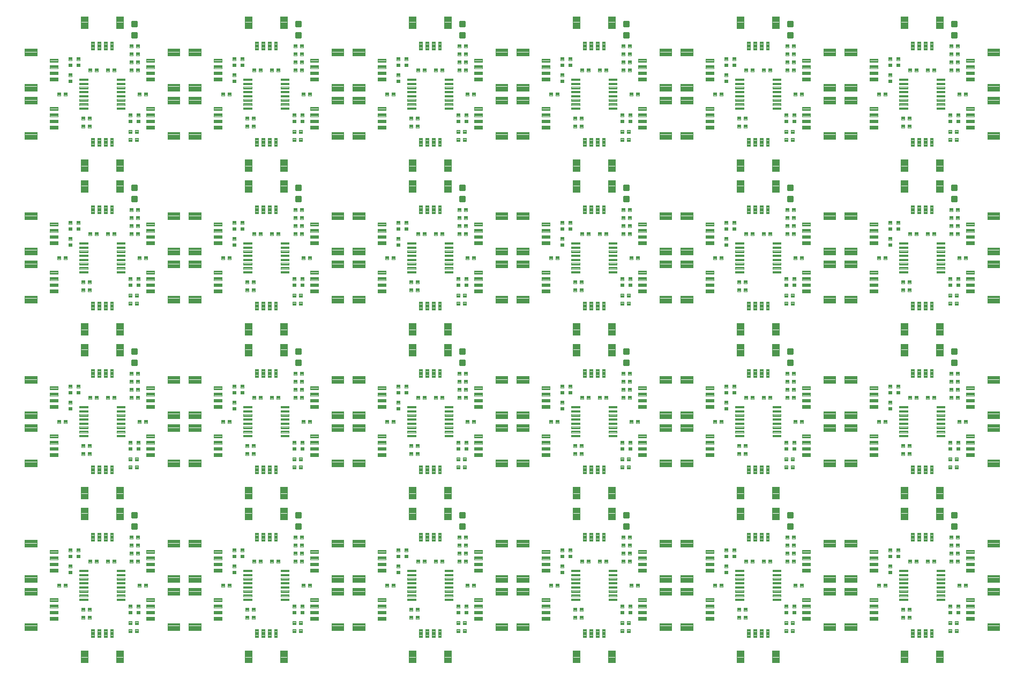
<source format=gtp>
G04 EAGLE Gerber RS-274X export*
G75*
%MOMM*%
%FSLAX34Y34*%
%LPD*%
%INSolderpaste Top*%
%IPPOS*%
%AMOC8*
5,1,8,0,0,1.08239X$1,22.5*%
G01*
%ADD10C,0.100000*%
%ADD11C,0.096000*%
%ADD12C,0.102000*%
%ADD13C,0.300000*%


D10*
X91000Y148250D02*
X91000Y151250D01*
X104000Y151250D01*
X104000Y148250D01*
X91000Y148250D01*
X91000Y149200D02*
X104000Y149200D01*
X104000Y150150D02*
X91000Y150150D01*
X91000Y151100D02*
X104000Y151100D01*
X91000Y144750D02*
X91000Y141750D01*
X91000Y144750D02*
X104000Y144750D01*
X104000Y141750D01*
X91000Y141750D01*
X91000Y142700D02*
X104000Y142700D01*
X104000Y143650D02*
X91000Y143650D01*
X91000Y144600D02*
X104000Y144600D01*
X91000Y138250D02*
X91000Y135250D01*
X91000Y138250D02*
X104000Y138250D01*
X104000Y135250D01*
X91000Y135250D01*
X91000Y136200D02*
X104000Y136200D01*
X104000Y137150D02*
X91000Y137150D01*
X91000Y138100D02*
X104000Y138100D01*
X91000Y131750D02*
X91000Y128750D01*
X91000Y131750D02*
X104000Y131750D01*
X104000Y128750D01*
X91000Y128750D01*
X91000Y129700D02*
X104000Y129700D01*
X104000Y130650D02*
X91000Y130650D01*
X91000Y131600D02*
X104000Y131600D01*
X91000Y125250D02*
X91000Y122250D01*
X91000Y125250D02*
X104000Y125250D01*
X104000Y122250D01*
X91000Y122250D01*
X91000Y123200D02*
X104000Y123200D01*
X104000Y124150D02*
X91000Y124150D01*
X91000Y125100D02*
X104000Y125100D01*
X91000Y118750D02*
X91000Y115750D01*
X91000Y118750D02*
X104000Y118750D01*
X104000Y115750D01*
X91000Y115750D01*
X91000Y116700D02*
X104000Y116700D01*
X104000Y117650D02*
X91000Y117650D01*
X91000Y118600D02*
X104000Y118600D01*
X91000Y112250D02*
X91000Y109250D01*
X91000Y112250D02*
X104000Y112250D01*
X104000Y109250D01*
X91000Y109250D01*
X91000Y110200D02*
X104000Y110200D01*
X104000Y111150D02*
X91000Y111150D01*
X91000Y112100D02*
X104000Y112100D01*
X91000Y105750D02*
X91000Y102750D01*
X91000Y105750D02*
X104000Y105750D01*
X104000Y102750D01*
X91000Y102750D01*
X91000Y103700D02*
X104000Y103700D01*
X104000Y104650D02*
X91000Y104650D01*
X91000Y105600D02*
X104000Y105600D01*
X150000Y105750D02*
X150000Y102750D01*
X150000Y105750D02*
X163000Y105750D01*
X163000Y102750D01*
X150000Y102750D01*
X150000Y103700D02*
X163000Y103700D01*
X163000Y104650D02*
X150000Y104650D01*
X150000Y105600D02*
X163000Y105600D01*
X150000Y109250D02*
X150000Y112250D01*
X163000Y112250D01*
X163000Y109250D01*
X150000Y109250D01*
X150000Y110200D02*
X163000Y110200D01*
X163000Y111150D02*
X150000Y111150D01*
X150000Y112100D02*
X163000Y112100D01*
X150000Y115750D02*
X150000Y118750D01*
X163000Y118750D01*
X163000Y115750D01*
X150000Y115750D01*
X150000Y116700D02*
X163000Y116700D01*
X163000Y117650D02*
X150000Y117650D01*
X150000Y118600D02*
X163000Y118600D01*
X150000Y122250D02*
X150000Y125250D01*
X163000Y125250D01*
X163000Y122250D01*
X150000Y122250D01*
X150000Y123200D02*
X163000Y123200D01*
X163000Y124150D02*
X150000Y124150D01*
X150000Y125100D02*
X163000Y125100D01*
X150000Y128750D02*
X150000Y131750D01*
X163000Y131750D01*
X163000Y128750D01*
X150000Y128750D01*
X150000Y129700D02*
X163000Y129700D01*
X163000Y130650D02*
X150000Y130650D01*
X150000Y131600D02*
X163000Y131600D01*
X150000Y135250D02*
X150000Y138250D01*
X163000Y138250D01*
X163000Y135250D01*
X150000Y135250D01*
X150000Y136200D02*
X163000Y136200D01*
X163000Y137150D02*
X150000Y137150D01*
X150000Y138100D02*
X163000Y138100D01*
X150000Y141750D02*
X150000Y144750D01*
X163000Y144750D01*
X163000Y141750D01*
X150000Y141750D01*
X150000Y142700D02*
X163000Y142700D01*
X163000Y143650D02*
X150000Y143650D01*
X150000Y144600D02*
X163000Y144600D01*
X150000Y148250D02*
X150000Y151250D01*
X163000Y151250D01*
X163000Y148250D01*
X150000Y148250D01*
X150000Y149200D02*
X163000Y149200D01*
X163000Y150150D02*
X150000Y150150D01*
X150000Y151100D02*
X163000Y151100D01*
D11*
X4530Y187580D02*
X4530Y198620D01*
X23570Y198620D01*
X23570Y187580D01*
X4530Y187580D01*
X4530Y188492D02*
X23570Y188492D01*
X23570Y189404D02*
X4530Y189404D01*
X4530Y190316D02*
X23570Y190316D01*
X23570Y191228D02*
X4530Y191228D01*
X4530Y192140D02*
X23570Y192140D01*
X23570Y193052D02*
X4530Y193052D01*
X4530Y193964D02*
X23570Y193964D01*
X23570Y194876D02*
X4530Y194876D01*
X4530Y195788D02*
X23570Y195788D01*
X23570Y196700D02*
X4530Y196700D01*
X4530Y197612D02*
X23570Y197612D01*
X23570Y198524D02*
X4530Y198524D01*
X4530Y142620D02*
X4530Y131580D01*
X4530Y142620D02*
X23570Y142620D01*
X23570Y131580D01*
X4530Y131580D01*
X4530Y132492D02*
X23570Y132492D01*
X23570Y133404D02*
X4530Y133404D01*
X4530Y134316D02*
X23570Y134316D01*
X23570Y135228D02*
X4530Y135228D01*
X4530Y136140D02*
X23570Y136140D01*
X23570Y137052D02*
X4530Y137052D01*
X4530Y137964D02*
X23570Y137964D01*
X23570Y138876D02*
X4530Y138876D01*
X4530Y139788D02*
X23570Y139788D01*
X23570Y140700D02*
X4530Y140700D01*
X4530Y141612D02*
X23570Y141612D01*
X23570Y142524D02*
X4530Y142524D01*
D12*
X44560Y177610D02*
X44560Y182590D01*
X57040Y182590D01*
X57040Y177610D01*
X44560Y177610D01*
X44560Y178579D02*
X57040Y178579D01*
X57040Y179548D02*
X44560Y179548D01*
X44560Y180517D02*
X57040Y180517D01*
X57040Y181486D02*
X44560Y181486D01*
X44560Y182455D02*
X57040Y182455D01*
X44560Y172590D02*
X44560Y167610D01*
X44560Y172590D02*
X57040Y172590D01*
X57040Y167610D01*
X44560Y167610D01*
X44560Y168579D02*
X57040Y168579D01*
X57040Y169548D02*
X44560Y169548D01*
X44560Y170517D02*
X57040Y170517D01*
X57040Y171486D02*
X44560Y171486D01*
X44560Y172455D02*
X57040Y172455D01*
X44560Y162590D02*
X44560Y157610D01*
X44560Y162590D02*
X57040Y162590D01*
X57040Y157610D01*
X44560Y157610D01*
X44560Y158579D02*
X57040Y158579D01*
X57040Y159548D02*
X44560Y159548D01*
X44560Y160517D02*
X57040Y160517D01*
X57040Y161486D02*
X44560Y161486D01*
X44560Y162455D02*
X57040Y162455D01*
X44560Y152590D02*
X44560Y147610D01*
X44560Y152590D02*
X57040Y152590D01*
X57040Y147610D01*
X44560Y147610D01*
X44560Y148579D02*
X57040Y148579D01*
X57040Y149548D02*
X44560Y149548D01*
X44560Y150517D02*
X57040Y150517D01*
X57040Y151486D02*
X44560Y151486D01*
X44560Y152455D02*
X57040Y152455D01*
D11*
X4530Y122420D02*
X4530Y111380D01*
X4530Y122420D02*
X23570Y122420D01*
X23570Y111380D01*
X4530Y111380D01*
X4530Y112292D02*
X23570Y112292D01*
X23570Y113204D02*
X4530Y113204D01*
X4530Y114116D02*
X23570Y114116D01*
X23570Y115028D02*
X4530Y115028D01*
X4530Y115940D02*
X23570Y115940D01*
X23570Y116852D02*
X4530Y116852D01*
X4530Y117764D02*
X23570Y117764D01*
X23570Y118676D02*
X4530Y118676D01*
X4530Y119588D02*
X23570Y119588D01*
X23570Y120500D02*
X4530Y120500D01*
X4530Y121412D02*
X23570Y121412D01*
X23570Y122324D02*
X4530Y122324D01*
X4530Y66420D02*
X4530Y55380D01*
X4530Y66420D02*
X23570Y66420D01*
X23570Y55380D01*
X4530Y55380D01*
X4530Y56292D02*
X23570Y56292D01*
X23570Y57204D02*
X4530Y57204D01*
X4530Y58116D02*
X23570Y58116D01*
X23570Y59028D02*
X4530Y59028D01*
X4530Y59940D02*
X23570Y59940D01*
X23570Y60852D02*
X4530Y60852D01*
X4530Y61764D02*
X23570Y61764D01*
X23570Y62676D02*
X4530Y62676D01*
X4530Y63588D02*
X23570Y63588D01*
X23570Y64500D02*
X4530Y64500D01*
X4530Y65412D02*
X23570Y65412D01*
X23570Y66324D02*
X4530Y66324D01*
D12*
X44560Y101410D02*
X44560Y106390D01*
X57040Y106390D01*
X57040Y101410D01*
X44560Y101410D01*
X44560Y102379D02*
X57040Y102379D01*
X57040Y103348D02*
X44560Y103348D01*
X44560Y104317D02*
X57040Y104317D01*
X57040Y105286D02*
X44560Y105286D01*
X44560Y106255D02*
X57040Y106255D01*
X44560Y96390D02*
X44560Y91410D01*
X44560Y96390D02*
X57040Y96390D01*
X57040Y91410D01*
X44560Y91410D01*
X44560Y92379D02*
X57040Y92379D01*
X57040Y93348D02*
X44560Y93348D01*
X44560Y94317D02*
X57040Y94317D01*
X57040Y95286D02*
X44560Y95286D01*
X44560Y96255D02*
X57040Y96255D01*
X44560Y86390D02*
X44560Y81410D01*
X44560Y86390D02*
X57040Y86390D01*
X57040Y81410D01*
X44560Y81410D01*
X44560Y82379D02*
X57040Y82379D01*
X57040Y83348D02*
X44560Y83348D01*
X44560Y84317D02*
X57040Y84317D01*
X57040Y85286D02*
X44560Y85286D01*
X44560Y86255D02*
X57040Y86255D01*
X44560Y76390D02*
X44560Y71410D01*
X44560Y76390D02*
X57040Y76390D01*
X57040Y71410D01*
X44560Y71410D01*
X44560Y72379D02*
X57040Y72379D01*
X57040Y73348D02*
X44560Y73348D01*
X44560Y74317D02*
X57040Y74317D01*
X57040Y75286D02*
X44560Y75286D01*
X44560Y76255D02*
X57040Y76255D01*
D11*
X249470Y66420D02*
X249470Y55380D01*
X230430Y55380D01*
X230430Y66420D01*
X249470Y66420D01*
X249470Y56292D02*
X230430Y56292D01*
X230430Y57204D02*
X249470Y57204D01*
X249470Y58116D02*
X230430Y58116D01*
X230430Y59028D02*
X249470Y59028D01*
X249470Y59940D02*
X230430Y59940D01*
X230430Y60852D02*
X249470Y60852D01*
X249470Y61764D02*
X230430Y61764D01*
X230430Y62676D02*
X249470Y62676D01*
X249470Y63588D02*
X230430Y63588D01*
X230430Y64500D02*
X249470Y64500D01*
X249470Y65412D02*
X230430Y65412D01*
X230430Y66324D02*
X249470Y66324D01*
X249470Y111380D02*
X249470Y122420D01*
X249470Y111380D02*
X230430Y111380D01*
X230430Y122420D01*
X249470Y122420D01*
X249470Y112292D02*
X230430Y112292D01*
X230430Y113204D02*
X249470Y113204D01*
X249470Y114116D02*
X230430Y114116D01*
X230430Y115028D02*
X249470Y115028D01*
X249470Y115940D02*
X230430Y115940D01*
X230430Y116852D02*
X249470Y116852D01*
X249470Y117764D02*
X230430Y117764D01*
X230430Y118676D02*
X249470Y118676D01*
X249470Y119588D02*
X230430Y119588D01*
X230430Y120500D02*
X249470Y120500D01*
X249470Y121412D02*
X230430Y121412D01*
X230430Y122324D02*
X249470Y122324D01*
D12*
X209440Y76390D02*
X209440Y71410D01*
X196960Y71410D01*
X196960Y76390D01*
X209440Y76390D01*
X209440Y72379D02*
X196960Y72379D01*
X196960Y73348D02*
X209440Y73348D01*
X209440Y74317D02*
X196960Y74317D01*
X196960Y75286D02*
X209440Y75286D01*
X209440Y76255D02*
X196960Y76255D01*
X209440Y81410D02*
X209440Y86390D01*
X209440Y81410D02*
X196960Y81410D01*
X196960Y86390D01*
X209440Y86390D01*
X209440Y82379D02*
X196960Y82379D01*
X196960Y83348D02*
X209440Y83348D01*
X209440Y84317D02*
X196960Y84317D01*
X196960Y85286D02*
X209440Y85286D01*
X209440Y86255D02*
X196960Y86255D01*
X209440Y91410D02*
X209440Y96390D01*
X209440Y91410D02*
X196960Y91410D01*
X196960Y96390D01*
X209440Y96390D01*
X209440Y92379D02*
X196960Y92379D01*
X196960Y93348D02*
X209440Y93348D01*
X209440Y94317D02*
X196960Y94317D01*
X196960Y95286D02*
X209440Y95286D01*
X209440Y96255D02*
X196960Y96255D01*
X209440Y101410D02*
X209440Y106390D01*
X209440Y101410D02*
X196960Y101410D01*
X196960Y106390D01*
X209440Y106390D01*
X209440Y102379D02*
X196960Y102379D01*
X196960Y103348D02*
X209440Y103348D01*
X209440Y104317D02*
X196960Y104317D01*
X196960Y105286D02*
X209440Y105286D01*
X209440Y106255D02*
X196960Y106255D01*
D11*
X249470Y131580D02*
X249470Y142620D01*
X249470Y131580D02*
X230430Y131580D01*
X230430Y142620D01*
X249470Y142620D01*
X249470Y132492D02*
X230430Y132492D01*
X230430Y133404D02*
X249470Y133404D01*
X249470Y134316D02*
X230430Y134316D01*
X230430Y135228D02*
X249470Y135228D01*
X249470Y136140D02*
X230430Y136140D01*
X230430Y137052D02*
X249470Y137052D01*
X249470Y137964D02*
X230430Y137964D01*
X230430Y138876D02*
X249470Y138876D01*
X249470Y139788D02*
X230430Y139788D01*
X230430Y140700D02*
X249470Y140700D01*
X249470Y141612D02*
X230430Y141612D01*
X230430Y142524D02*
X249470Y142524D01*
X249470Y187580D02*
X249470Y198620D01*
X249470Y187580D02*
X230430Y187580D01*
X230430Y198620D01*
X249470Y198620D01*
X249470Y188492D02*
X230430Y188492D01*
X230430Y189404D02*
X249470Y189404D01*
X249470Y190316D02*
X230430Y190316D01*
X230430Y191228D02*
X249470Y191228D01*
X249470Y192140D02*
X230430Y192140D01*
X230430Y193052D02*
X249470Y193052D01*
X249470Y193964D02*
X230430Y193964D01*
X230430Y194876D02*
X249470Y194876D01*
X249470Y195788D02*
X230430Y195788D01*
X230430Y196700D02*
X249470Y196700D01*
X249470Y197612D02*
X230430Y197612D01*
X230430Y198524D02*
X249470Y198524D01*
D12*
X209440Y152590D02*
X209440Y147610D01*
X196960Y147610D01*
X196960Y152590D01*
X209440Y152590D01*
X209440Y148579D02*
X196960Y148579D01*
X196960Y149548D02*
X209440Y149548D01*
X209440Y150517D02*
X196960Y150517D01*
X196960Y151486D02*
X209440Y151486D01*
X209440Y152455D02*
X196960Y152455D01*
X209440Y157610D02*
X209440Y162590D01*
X209440Y157610D02*
X196960Y157610D01*
X196960Y162590D01*
X209440Y162590D01*
X209440Y158579D02*
X196960Y158579D01*
X196960Y159548D02*
X209440Y159548D01*
X209440Y160517D02*
X196960Y160517D01*
X196960Y161486D02*
X209440Y161486D01*
X209440Y162455D02*
X196960Y162455D01*
X209440Y167610D02*
X209440Y172590D01*
X209440Y167610D02*
X196960Y167610D01*
X196960Y172590D01*
X209440Y172590D01*
X209440Y168579D02*
X196960Y168579D01*
X196960Y169548D02*
X209440Y169548D01*
X209440Y170517D02*
X196960Y170517D01*
X196960Y171486D02*
X209440Y171486D01*
X209440Y172455D02*
X196960Y172455D01*
X209440Y177610D02*
X209440Y182590D01*
X209440Y177610D02*
X196960Y177610D01*
X196960Y182590D01*
X209440Y182590D01*
X209440Y178579D02*
X196960Y178579D01*
X196960Y179548D02*
X209440Y179548D01*
X209440Y180517D02*
X196960Y180517D01*
X196960Y181486D02*
X209440Y181486D01*
X209440Y182455D02*
X196960Y182455D01*
D11*
X160520Y249470D02*
X149480Y249470D01*
X160520Y249470D02*
X160520Y230430D01*
X149480Y230430D01*
X149480Y249470D01*
X149480Y231342D02*
X160520Y231342D01*
X160520Y232254D02*
X149480Y232254D01*
X149480Y233166D02*
X160520Y233166D01*
X160520Y234078D02*
X149480Y234078D01*
X149480Y234990D02*
X160520Y234990D01*
X160520Y235902D02*
X149480Y235902D01*
X149480Y236814D02*
X160520Y236814D01*
X160520Y237726D02*
X149480Y237726D01*
X149480Y238638D02*
X160520Y238638D01*
X160520Y239550D02*
X149480Y239550D01*
X149480Y240462D02*
X160520Y240462D01*
X160520Y241374D02*
X149480Y241374D01*
X149480Y242286D02*
X160520Y242286D01*
X160520Y243198D02*
X149480Y243198D01*
X149480Y244110D02*
X160520Y244110D01*
X160520Y245022D02*
X149480Y245022D01*
X149480Y245934D02*
X160520Y245934D01*
X160520Y246846D02*
X149480Y246846D01*
X149480Y247758D02*
X160520Y247758D01*
X160520Y248670D02*
X149480Y248670D01*
X104520Y249470D02*
X93480Y249470D01*
X104520Y249470D02*
X104520Y230430D01*
X93480Y230430D01*
X93480Y249470D01*
X93480Y231342D02*
X104520Y231342D01*
X104520Y232254D02*
X93480Y232254D01*
X93480Y233166D02*
X104520Y233166D01*
X104520Y234078D02*
X93480Y234078D01*
X93480Y234990D02*
X104520Y234990D01*
X104520Y235902D02*
X93480Y235902D01*
X93480Y236814D02*
X104520Y236814D01*
X104520Y237726D02*
X93480Y237726D01*
X93480Y238638D02*
X104520Y238638D01*
X104520Y239550D02*
X93480Y239550D01*
X93480Y240462D02*
X104520Y240462D01*
X104520Y241374D02*
X93480Y241374D01*
X93480Y242286D02*
X104520Y242286D01*
X104520Y243198D02*
X93480Y243198D01*
X93480Y244110D02*
X104520Y244110D01*
X104520Y245022D02*
X93480Y245022D01*
X93480Y245934D02*
X104520Y245934D01*
X104520Y246846D02*
X93480Y246846D01*
X93480Y247758D02*
X104520Y247758D01*
X104520Y248670D02*
X93480Y248670D01*
D12*
X139510Y209440D02*
X144490Y209440D01*
X144490Y196960D01*
X139510Y196960D01*
X139510Y209440D01*
X139510Y197929D02*
X144490Y197929D01*
X144490Y198898D02*
X139510Y198898D01*
X139510Y199867D02*
X144490Y199867D01*
X144490Y200836D02*
X139510Y200836D01*
X139510Y201805D02*
X144490Y201805D01*
X144490Y202774D02*
X139510Y202774D01*
X139510Y203743D02*
X144490Y203743D01*
X144490Y204712D02*
X139510Y204712D01*
X139510Y205681D02*
X144490Y205681D01*
X144490Y206650D02*
X139510Y206650D01*
X139510Y207619D02*
X144490Y207619D01*
X144490Y208588D02*
X139510Y208588D01*
X134490Y209440D02*
X129510Y209440D01*
X134490Y209440D02*
X134490Y196960D01*
X129510Y196960D01*
X129510Y209440D01*
X129510Y197929D02*
X134490Y197929D01*
X134490Y198898D02*
X129510Y198898D01*
X129510Y199867D02*
X134490Y199867D01*
X134490Y200836D02*
X129510Y200836D01*
X129510Y201805D02*
X134490Y201805D01*
X134490Y202774D02*
X129510Y202774D01*
X129510Y203743D02*
X134490Y203743D01*
X134490Y204712D02*
X129510Y204712D01*
X129510Y205681D02*
X134490Y205681D01*
X134490Y206650D02*
X129510Y206650D01*
X129510Y207619D02*
X134490Y207619D01*
X134490Y208588D02*
X129510Y208588D01*
X124490Y209440D02*
X119510Y209440D01*
X124490Y209440D02*
X124490Y196960D01*
X119510Y196960D01*
X119510Y209440D01*
X119510Y197929D02*
X124490Y197929D01*
X124490Y198898D02*
X119510Y198898D01*
X119510Y199867D02*
X124490Y199867D01*
X124490Y200836D02*
X119510Y200836D01*
X119510Y201805D02*
X124490Y201805D01*
X124490Y202774D02*
X119510Y202774D01*
X119510Y203743D02*
X124490Y203743D01*
X124490Y204712D02*
X119510Y204712D01*
X119510Y205681D02*
X124490Y205681D01*
X124490Y206650D02*
X119510Y206650D01*
X119510Y207619D02*
X124490Y207619D01*
X124490Y208588D02*
X119510Y208588D01*
X114490Y209440D02*
X109510Y209440D01*
X114490Y209440D02*
X114490Y196960D01*
X109510Y196960D01*
X109510Y209440D01*
X109510Y197929D02*
X114490Y197929D01*
X114490Y198898D02*
X109510Y198898D01*
X109510Y199867D02*
X114490Y199867D01*
X114490Y200836D02*
X109510Y200836D01*
X109510Y201805D02*
X114490Y201805D01*
X114490Y202774D02*
X109510Y202774D01*
X109510Y203743D02*
X114490Y203743D01*
X114490Y204712D02*
X109510Y204712D01*
X109510Y205681D02*
X114490Y205681D01*
X114490Y206650D02*
X109510Y206650D01*
X109510Y207619D02*
X114490Y207619D01*
X114490Y208588D02*
X109510Y208588D01*
D11*
X104520Y4530D02*
X93480Y4530D01*
X93480Y23570D01*
X104520Y23570D01*
X104520Y4530D01*
X104520Y5442D02*
X93480Y5442D01*
X93480Y6354D02*
X104520Y6354D01*
X104520Y7266D02*
X93480Y7266D01*
X93480Y8178D02*
X104520Y8178D01*
X104520Y9090D02*
X93480Y9090D01*
X93480Y10002D02*
X104520Y10002D01*
X104520Y10914D02*
X93480Y10914D01*
X93480Y11826D02*
X104520Y11826D01*
X104520Y12738D02*
X93480Y12738D01*
X93480Y13650D02*
X104520Y13650D01*
X104520Y14562D02*
X93480Y14562D01*
X93480Y15474D02*
X104520Y15474D01*
X104520Y16386D02*
X93480Y16386D01*
X93480Y17298D02*
X104520Y17298D01*
X104520Y18210D02*
X93480Y18210D01*
X93480Y19122D02*
X104520Y19122D01*
X104520Y20034D02*
X93480Y20034D01*
X93480Y20946D02*
X104520Y20946D01*
X104520Y21858D02*
X93480Y21858D01*
X93480Y22770D02*
X104520Y22770D01*
X149480Y4530D02*
X160520Y4530D01*
X149480Y4530D02*
X149480Y23570D01*
X160520Y23570D01*
X160520Y4530D01*
X160520Y5442D02*
X149480Y5442D01*
X149480Y6354D02*
X160520Y6354D01*
X160520Y7266D02*
X149480Y7266D01*
X149480Y8178D02*
X160520Y8178D01*
X160520Y9090D02*
X149480Y9090D01*
X149480Y10002D02*
X160520Y10002D01*
X160520Y10914D02*
X149480Y10914D01*
X149480Y11826D02*
X160520Y11826D01*
X160520Y12738D02*
X149480Y12738D01*
X149480Y13650D02*
X160520Y13650D01*
X160520Y14562D02*
X149480Y14562D01*
X149480Y15474D02*
X160520Y15474D01*
X160520Y16386D02*
X149480Y16386D01*
X149480Y17298D02*
X160520Y17298D01*
X160520Y18210D02*
X149480Y18210D01*
X149480Y19122D02*
X160520Y19122D01*
X160520Y20034D02*
X149480Y20034D01*
X149480Y20946D02*
X160520Y20946D01*
X160520Y21858D02*
X149480Y21858D01*
X149480Y22770D02*
X160520Y22770D01*
D12*
X114490Y44560D02*
X109510Y44560D01*
X109510Y57040D01*
X114490Y57040D01*
X114490Y44560D01*
X114490Y45529D02*
X109510Y45529D01*
X109510Y46498D02*
X114490Y46498D01*
X114490Y47467D02*
X109510Y47467D01*
X109510Y48436D02*
X114490Y48436D01*
X114490Y49405D02*
X109510Y49405D01*
X109510Y50374D02*
X114490Y50374D01*
X114490Y51343D02*
X109510Y51343D01*
X109510Y52312D02*
X114490Y52312D01*
X114490Y53281D02*
X109510Y53281D01*
X109510Y54250D02*
X114490Y54250D01*
X114490Y55219D02*
X109510Y55219D01*
X109510Y56188D02*
X114490Y56188D01*
X119510Y44560D02*
X124490Y44560D01*
X119510Y44560D02*
X119510Y57040D01*
X124490Y57040D01*
X124490Y44560D01*
X124490Y45529D02*
X119510Y45529D01*
X119510Y46498D02*
X124490Y46498D01*
X124490Y47467D02*
X119510Y47467D01*
X119510Y48436D02*
X124490Y48436D01*
X124490Y49405D02*
X119510Y49405D01*
X119510Y50374D02*
X124490Y50374D01*
X124490Y51343D02*
X119510Y51343D01*
X119510Y52312D02*
X124490Y52312D01*
X124490Y53281D02*
X119510Y53281D01*
X119510Y54250D02*
X124490Y54250D01*
X124490Y55219D02*
X119510Y55219D01*
X119510Y56188D02*
X124490Y56188D01*
X129510Y44560D02*
X134490Y44560D01*
X129510Y44560D02*
X129510Y57040D01*
X134490Y57040D01*
X134490Y44560D01*
X134490Y45529D02*
X129510Y45529D01*
X129510Y46498D02*
X134490Y46498D01*
X134490Y47467D02*
X129510Y47467D01*
X129510Y48436D02*
X134490Y48436D01*
X134490Y49405D02*
X129510Y49405D01*
X129510Y50374D02*
X134490Y50374D01*
X134490Y51343D02*
X129510Y51343D01*
X129510Y52312D02*
X134490Y52312D01*
X134490Y53281D02*
X129510Y53281D01*
X129510Y54250D02*
X134490Y54250D01*
X134490Y55219D02*
X129510Y55219D01*
X129510Y56188D02*
X134490Y56188D01*
X139510Y44560D02*
X144490Y44560D01*
X139510Y44560D02*
X139510Y57040D01*
X144490Y57040D01*
X144490Y44560D01*
X144490Y45529D02*
X139510Y45529D01*
X139510Y46498D02*
X144490Y46498D01*
X144490Y47467D02*
X139510Y47467D01*
X139510Y48436D02*
X144490Y48436D01*
X144490Y49405D02*
X139510Y49405D01*
X139510Y50374D02*
X144490Y50374D01*
X144490Y51343D02*
X139510Y51343D01*
X139510Y52312D02*
X144490Y52312D01*
X144490Y53281D02*
X139510Y53281D01*
X139510Y54250D02*
X144490Y54250D01*
X144490Y55219D02*
X139510Y55219D01*
X139510Y56188D02*
X144490Y56188D01*
X110520Y162610D02*
X105540Y162610D01*
X105540Y167590D01*
X110520Y167590D01*
X110520Y162610D01*
X110520Y163579D02*
X105540Y163579D01*
X105540Y164548D02*
X110520Y164548D01*
X110520Y165517D02*
X105540Y165517D01*
X105540Y166486D02*
X110520Y166486D01*
X110520Y167455D02*
X105540Y167455D01*
X115540Y162610D02*
X120520Y162610D01*
X115540Y162610D02*
X115540Y167590D01*
X120520Y167590D01*
X120520Y162610D01*
X120520Y163579D02*
X115540Y163579D01*
X115540Y164548D02*
X120520Y164548D01*
X120520Y165517D02*
X115540Y165517D01*
X115540Y166486D02*
X120520Y166486D01*
X120520Y167455D02*
X115540Y167455D01*
X143480Y167590D02*
X148460Y167590D01*
X148460Y162610D01*
X143480Y162610D01*
X143480Y167590D01*
X143480Y163579D02*
X148460Y163579D01*
X148460Y164548D02*
X143480Y164548D01*
X143480Y165517D02*
X148460Y165517D01*
X148460Y166486D02*
X143480Y166486D01*
X143480Y167455D02*
X148460Y167455D01*
X138460Y167590D02*
X133480Y167590D01*
X138460Y167590D02*
X138460Y162610D01*
X133480Y162610D01*
X133480Y167590D01*
X133480Y163579D02*
X138460Y163579D01*
X138460Y164548D02*
X133480Y164548D01*
X133480Y165517D02*
X138460Y165517D01*
X138460Y166486D02*
X133480Y166486D01*
X133480Y167455D02*
X138460Y167455D01*
X180310Y167590D02*
X185290Y167590D01*
X185290Y162610D01*
X180310Y162610D01*
X180310Y167590D01*
X180310Y163579D02*
X185290Y163579D01*
X185290Y164548D02*
X180310Y164548D01*
X180310Y165517D02*
X185290Y165517D01*
X185290Y166486D02*
X180310Y166486D01*
X180310Y167455D02*
X185290Y167455D01*
X175290Y167590D02*
X170310Y167590D01*
X175290Y167590D02*
X175290Y162610D01*
X170310Y162610D01*
X170310Y167590D01*
X170310Y163579D02*
X175290Y163579D01*
X175290Y164548D02*
X170310Y164548D01*
X170310Y165517D02*
X175290Y165517D01*
X175290Y166486D02*
X170310Y166486D01*
X170310Y167455D02*
X175290Y167455D01*
X78690Y170310D02*
X78690Y175290D01*
X78690Y170310D02*
X73710Y170310D01*
X73710Y175290D01*
X78690Y175290D01*
X78690Y171279D02*
X73710Y171279D01*
X73710Y172248D02*
X78690Y172248D01*
X78690Y173217D02*
X73710Y173217D01*
X73710Y174186D02*
X78690Y174186D01*
X78690Y175155D02*
X73710Y175155D01*
X78690Y180310D02*
X78690Y185290D01*
X78690Y180310D02*
X73710Y180310D01*
X73710Y185290D01*
X78690Y185290D01*
X78690Y181279D02*
X73710Y181279D01*
X73710Y182248D02*
X78690Y182248D01*
X78690Y183217D02*
X73710Y183217D01*
X73710Y184186D02*
X78690Y184186D01*
X78690Y185155D02*
X73710Y185155D01*
X73710Y159890D02*
X73710Y154910D01*
X73710Y159890D02*
X78690Y159890D01*
X78690Y154910D01*
X73710Y154910D01*
X73710Y155879D02*
X78690Y155879D01*
X78690Y156848D02*
X73710Y156848D01*
X73710Y157817D02*
X78690Y157817D01*
X78690Y158786D02*
X73710Y158786D01*
X73710Y159755D02*
X78690Y159755D01*
X73710Y149890D02*
X73710Y144910D01*
X73710Y149890D02*
X78690Y149890D01*
X78690Y144910D01*
X73710Y144910D01*
X73710Y145879D02*
X78690Y145879D01*
X78690Y146848D02*
X73710Y146848D01*
X73710Y147817D02*
X78690Y147817D01*
X78690Y148786D02*
X73710Y148786D01*
X73710Y149755D02*
X78690Y149755D01*
X94110Y86410D02*
X99090Y86410D01*
X94110Y86410D02*
X94110Y91390D01*
X99090Y91390D01*
X99090Y86410D01*
X99090Y87379D02*
X94110Y87379D01*
X94110Y88348D02*
X99090Y88348D01*
X99090Y89317D02*
X94110Y89317D01*
X94110Y90286D02*
X99090Y90286D01*
X99090Y91255D02*
X94110Y91255D01*
X104110Y86410D02*
X109090Y86410D01*
X104110Y86410D02*
X104110Y91390D01*
X109090Y91390D01*
X109090Y86410D01*
X109090Y87379D02*
X104110Y87379D01*
X104110Y88348D02*
X109090Y88348D01*
X109090Y89317D02*
X104110Y89317D01*
X104110Y90286D02*
X109090Y90286D01*
X109090Y91255D02*
X104110Y91255D01*
X99090Y73710D02*
X94110Y73710D01*
X94110Y78690D01*
X99090Y78690D01*
X99090Y73710D01*
X99090Y74679D02*
X94110Y74679D01*
X94110Y75648D02*
X99090Y75648D01*
X99090Y76617D02*
X94110Y76617D01*
X94110Y77586D02*
X99090Y77586D01*
X99090Y78555D02*
X94110Y78555D01*
X104110Y73710D02*
X109090Y73710D01*
X104110Y73710D02*
X104110Y78690D01*
X109090Y78690D01*
X109090Y73710D01*
X109090Y74679D02*
X104110Y74679D01*
X104110Y75648D02*
X109090Y75648D01*
X109090Y76617D02*
X104110Y76617D01*
X104110Y77586D02*
X109090Y77586D01*
X109090Y78555D02*
X104110Y78555D01*
X186640Y81410D02*
X186640Y86390D01*
X186640Y81410D02*
X181660Y81410D01*
X181660Y86390D01*
X186640Y86390D01*
X186640Y82379D02*
X181660Y82379D01*
X181660Y83348D02*
X186640Y83348D01*
X186640Y84317D02*
X181660Y84317D01*
X181660Y85286D02*
X186640Y85286D01*
X186640Y86255D02*
X181660Y86255D01*
X186640Y91410D02*
X186640Y96390D01*
X186640Y91410D02*
X181660Y91410D01*
X181660Y96390D01*
X186640Y96390D01*
X186640Y92379D02*
X181660Y92379D01*
X181660Y93348D02*
X186640Y93348D01*
X186640Y94317D02*
X181660Y94317D01*
X181660Y95286D02*
X186640Y95286D01*
X186640Y96255D02*
X181660Y96255D01*
X168960Y96390D02*
X168960Y91410D01*
X168960Y96390D02*
X173940Y96390D01*
X173940Y91410D01*
X168960Y91410D01*
X168960Y92379D02*
X173940Y92379D01*
X173940Y93348D02*
X168960Y93348D01*
X168960Y94317D02*
X173940Y94317D01*
X173940Y95286D02*
X168960Y95286D01*
X168960Y96255D02*
X173940Y96255D01*
X168960Y86390D02*
X168960Y81410D01*
X168960Y86390D02*
X173940Y86390D01*
X173940Y81410D01*
X168960Y81410D01*
X168960Y82379D02*
X173940Y82379D01*
X173940Y83348D02*
X168960Y83348D01*
X168960Y84317D02*
X173940Y84317D01*
X173940Y85286D02*
X168960Y85286D01*
X168960Y86255D02*
X173940Y86255D01*
X180310Y180290D02*
X185290Y180290D01*
X185290Y175310D01*
X180310Y175310D01*
X180310Y180290D01*
X180310Y176279D02*
X185290Y176279D01*
X185290Y177248D02*
X180310Y177248D01*
X180310Y178217D02*
X185290Y178217D01*
X185290Y179186D02*
X180310Y179186D01*
X180310Y180155D02*
X185290Y180155D01*
X175290Y180290D02*
X170310Y180290D01*
X175290Y180290D02*
X175290Y175310D01*
X170310Y175310D01*
X170310Y180290D01*
X170310Y176279D02*
X175290Y176279D01*
X175290Y177248D02*
X170310Y177248D01*
X170310Y178217D02*
X175290Y178217D01*
X175290Y179186D02*
X170310Y179186D01*
X170310Y180155D02*
X175290Y180155D01*
X180310Y192990D02*
X185290Y192990D01*
X185290Y188010D01*
X180310Y188010D01*
X180310Y192990D01*
X180310Y188979D02*
X185290Y188979D01*
X185290Y189948D02*
X180310Y189948D01*
X180310Y190917D02*
X185290Y190917D01*
X185290Y191886D02*
X180310Y191886D01*
X180310Y192855D02*
X185290Y192855D01*
X175290Y192990D02*
X170310Y192990D01*
X175290Y192990D02*
X175290Y188010D01*
X170310Y188010D01*
X170310Y192990D01*
X170310Y188979D02*
X175290Y188979D01*
X175290Y189948D02*
X170310Y189948D01*
X170310Y190917D02*
X175290Y190917D01*
X175290Y191886D02*
X170310Y191886D01*
X170310Y192855D02*
X175290Y192855D01*
X174020Y64820D02*
X169040Y64820D01*
X169040Y69800D01*
X174020Y69800D01*
X174020Y64820D01*
X174020Y65789D02*
X169040Y65789D01*
X169040Y66758D02*
X174020Y66758D01*
X174020Y67727D02*
X169040Y67727D01*
X169040Y68696D02*
X174020Y68696D01*
X174020Y69665D02*
X169040Y69665D01*
X179040Y64820D02*
X184020Y64820D01*
X179040Y64820D02*
X179040Y69800D01*
X184020Y69800D01*
X184020Y64820D01*
X184020Y65789D02*
X179040Y65789D01*
X179040Y66758D02*
X184020Y66758D01*
X184020Y67727D02*
X179040Y67727D01*
X179040Y68696D02*
X184020Y68696D01*
X184020Y69665D02*
X179040Y69665D01*
X174020Y52120D02*
X169040Y52120D01*
X169040Y57100D01*
X174020Y57100D01*
X174020Y52120D01*
X174020Y53089D02*
X169040Y53089D01*
X169040Y54058D02*
X174020Y54058D01*
X174020Y55027D02*
X169040Y55027D01*
X169040Y55996D02*
X174020Y55996D01*
X174020Y56965D02*
X169040Y56965D01*
X179040Y52120D02*
X184020Y52120D01*
X179040Y52120D02*
X179040Y57100D01*
X184020Y57100D01*
X184020Y52120D01*
X184020Y53089D02*
X179040Y53089D01*
X179040Y54058D02*
X184020Y54058D01*
X184020Y55027D02*
X179040Y55027D01*
X179040Y55996D02*
X184020Y55996D01*
X184020Y56965D02*
X179040Y56965D01*
X60990Y124510D02*
X56010Y124510D01*
X56010Y129490D01*
X60990Y129490D01*
X60990Y124510D01*
X60990Y125479D02*
X56010Y125479D01*
X56010Y126448D02*
X60990Y126448D01*
X60990Y127417D02*
X56010Y127417D01*
X56010Y128386D02*
X60990Y128386D01*
X60990Y129355D02*
X56010Y129355D01*
X66010Y124510D02*
X70990Y124510D01*
X66010Y124510D02*
X66010Y129490D01*
X70990Y129490D01*
X70990Y124510D01*
X70990Y125479D02*
X66010Y125479D01*
X66010Y126448D02*
X70990Y126448D01*
X70990Y127417D02*
X66010Y127417D01*
X66010Y128386D02*
X70990Y128386D01*
X70990Y129355D02*
X66010Y129355D01*
X193010Y129490D02*
X197990Y129490D01*
X197990Y124510D01*
X193010Y124510D01*
X193010Y129490D01*
X193010Y125479D02*
X197990Y125479D01*
X197990Y126448D02*
X193010Y126448D01*
X193010Y127417D02*
X197990Y127417D01*
X197990Y128386D02*
X193010Y128386D01*
X193010Y129355D02*
X197990Y129355D01*
X187990Y129490D02*
X183010Y129490D01*
X187990Y129490D02*
X187990Y124510D01*
X183010Y124510D01*
X183010Y129490D01*
X183010Y125479D02*
X187990Y125479D01*
X187990Y126448D02*
X183010Y126448D01*
X183010Y127417D02*
X187990Y127417D01*
X187990Y128386D02*
X183010Y128386D01*
X183010Y129355D02*
X187990Y129355D01*
X175290Y200710D02*
X170310Y200710D01*
X170310Y205690D01*
X175290Y205690D01*
X175290Y200710D01*
X175290Y201679D02*
X170310Y201679D01*
X170310Y202648D02*
X175290Y202648D01*
X175290Y203617D02*
X170310Y203617D01*
X170310Y204586D02*
X175290Y204586D01*
X175290Y205555D02*
X170310Y205555D01*
X180310Y200710D02*
X185290Y200710D01*
X180310Y200710D02*
X180310Y205690D01*
X185290Y205690D01*
X185290Y200710D01*
X185290Y201679D02*
X180310Y201679D01*
X180310Y202648D02*
X185290Y202648D01*
X185290Y203617D02*
X180310Y203617D01*
X180310Y204586D02*
X185290Y204586D01*
X185290Y205555D02*
X180310Y205555D01*
D13*
X181300Y233870D02*
X174300Y233870D01*
X174300Y240870D01*
X181300Y240870D01*
X181300Y233870D01*
X181300Y236720D02*
X174300Y236720D01*
X174300Y239570D02*
X181300Y239570D01*
X181300Y216330D02*
X174300Y216330D01*
X174300Y223330D01*
X181300Y223330D01*
X181300Y216330D01*
X181300Y219180D02*
X174300Y219180D01*
X174300Y222030D02*
X181300Y222030D01*
D12*
X86410Y185290D02*
X86410Y180310D01*
X86410Y185290D02*
X91390Y185290D01*
X91390Y180310D01*
X86410Y180310D01*
X86410Y181279D02*
X91390Y181279D01*
X91390Y182248D02*
X86410Y182248D01*
X86410Y183217D02*
X91390Y183217D01*
X91390Y184186D02*
X86410Y184186D01*
X86410Y185155D02*
X91390Y185155D01*
X86410Y175290D02*
X86410Y170310D01*
X86410Y175290D02*
X91390Y175290D01*
X91390Y170310D01*
X86410Y170310D01*
X86410Y171279D02*
X91390Y171279D01*
X91390Y172248D02*
X86410Y172248D01*
X86410Y173217D02*
X91390Y173217D01*
X91390Y174186D02*
X86410Y174186D01*
X86410Y175155D02*
X91390Y175155D01*
D10*
X350080Y151250D02*
X350080Y148250D01*
X350080Y151250D02*
X363080Y151250D01*
X363080Y148250D01*
X350080Y148250D01*
X350080Y149200D02*
X363080Y149200D01*
X363080Y150150D02*
X350080Y150150D01*
X350080Y151100D02*
X363080Y151100D01*
X350080Y144750D02*
X350080Y141750D01*
X350080Y144750D02*
X363080Y144750D01*
X363080Y141750D01*
X350080Y141750D01*
X350080Y142700D02*
X363080Y142700D01*
X363080Y143650D02*
X350080Y143650D01*
X350080Y144600D02*
X363080Y144600D01*
X350080Y138250D02*
X350080Y135250D01*
X350080Y138250D02*
X363080Y138250D01*
X363080Y135250D01*
X350080Y135250D01*
X350080Y136200D02*
X363080Y136200D01*
X363080Y137150D02*
X350080Y137150D01*
X350080Y138100D02*
X363080Y138100D01*
X350080Y131750D02*
X350080Y128750D01*
X350080Y131750D02*
X363080Y131750D01*
X363080Y128750D01*
X350080Y128750D01*
X350080Y129700D02*
X363080Y129700D01*
X363080Y130650D02*
X350080Y130650D01*
X350080Y131600D02*
X363080Y131600D01*
X350080Y125250D02*
X350080Y122250D01*
X350080Y125250D02*
X363080Y125250D01*
X363080Y122250D01*
X350080Y122250D01*
X350080Y123200D02*
X363080Y123200D01*
X363080Y124150D02*
X350080Y124150D01*
X350080Y125100D02*
X363080Y125100D01*
X350080Y118750D02*
X350080Y115750D01*
X350080Y118750D02*
X363080Y118750D01*
X363080Y115750D01*
X350080Y115750D01*
X350080Y116700D02*
X363080Y116700D01*
X363080Y117650D02*
X350080Y117650D01*
X350080Y118600D02*
X363080Y118600D01*
X350080Y112250D02*
X350080Y109250D01*
X350080Y112250D02*
X363080Y112250D01*
X363080Y109250D01*
X350080Y109250D01*
X350080Y110200D02*
X363080Y110200D01*
X363080Y111150D02*
X350080Y111150D01*
X350080Y112100D02*
X363080Y112100D01*
X350080Y105750D02*
X350080Y102750D01*
X350080Y105750D02*
X363080Y105750D01*
X363080Y102750D01*
X350080Y102750D01*
X350080Y103700D02*
X363080Y103700D01*
X363080Y104650D02*
X350080Y104650D01*
X350080Y105600D02*
X363080Y105600D01*
X409080Y105750D02*
X409080Y102750D01*
X409080Y105750D02*
X422080Y105750D01*
X422080Y102750D01*
X409080Y102750D01*
X409080Y103700D02*
X422080Y103700D01*
X422080Y104650D02*
X409080Y104650D01*
X409080Y105600D02*
X422080Y105600D01*
X409080Y109250D02*
X409080Y112250D01*
X422080Y112250D01*
X422080Y109250D01*
X409080Y109250D01*
X409080Y110200D02*
X422080Y110200D01*
X422080Y111150D02*
X409080Y111150D01*
X409080Y112100D02*
X422080Y112100D01*
X409080Y115750D02*
X409080Y118750D01*
X422080Y118750D01*
X422080Y115750D01*
X409080Y115750D01*
X409080Y116700D02*
X422080Y116700D01*
X422080Y117650D02*
X409080Y117650D01*
X409080Y118600D02*
X422080Y118600D01*
X409080Y122250D02*
X409080Y125250D01*
X422080Y125250D01*
X422080Y122250D01*
X409080Y122250D01*
X409080Y123200D02*
X422080Y123200D01*
X422080Y124150D02*
X409080Y124150D01*
X409080Y125100D02*
X422080Y125100D01*
X409080Y128750D02*
X409080Y131750D01*
X422080Y131750D01*
X422080Y128750D01*
X409080Y128750D01*
X409080Y129700D02*
X422080Y129700D01*
X422080Y130650D02*
X409080Y130650D01*
X409080Y131600D02*
X422080Y131600D01*
X409080Y135250D02*
X409080Y138250D01*
X422080Y138250D01*
X422080Y135250D01*
X409080Y135250D01*
X409080Y136200D02*
X422080Y136200D01*
X422080Y137150D02*
X409080Y137150D01*
X409080Y138100D02*
X422080Y138100D01*
X409080Y141750D02*
X409080Y144750D01*
X422080Y144750D01*
X422080Y141750D01*
X409080Y141750D01*
X409080Y142700D02*
X422080Y142700D01*
X422080Y143650D02*
X409080Y143650D01*
X409080Y144600D02*
X422080Y144600D01*
X409080Y148250D02*
X409080Y151250D01*
X422080Y151250D01*
X422080Y148250D01*
X409080Y148250D01*
X409080Y149200D02*
X422080Y149200D01*
X422080Y150150D02*
X409080Y150150D01*
X409080Y151100D02*
X422080Y151100D01*
D11*
X263610Y187580D02*
X263610Y198620D01*
X282650Y198620D01*
X282650Y187580D01*
X263610Y187580D01*
X263610Y188492D02*
X282650Y188492D01*
X282650Y189404D02*
X263610Y189404D01*
X263610Y190316D02*
X282650Y190316D01*
X282650Y191228D02*
X263610Y191228D01*
X263610Y192140D02*
X282650Y192140D01*
X282650Y193052D02*
X263610Y193052D01*
X263610Y193964D02*
X282650Y193964D01*
X282650Y194876D02*
X263610Y194876D01*
X263610Y195788D02*
X282650Y195788D01*
X282650Y196700D02*
X263610Y196700D01*
X263610Y197612D02*
X282650Y197612D01*
X282650Y198524D02*
X263610Y198524D01*
X263610Y142620D02*
X263610Y131580D01*
X263610Y142620D02*
X282650Y142620D01*
X282650Y131580D01*
X263610Y131580D01*
X263610Y132492D02*
X282650Y132492D01*
X282650Y133404D02*
X263610Y133404D01*
X263610Y134316D02*
X282650Y134316D01*
X282650Y135228D02*
X263610Y135228D01*
X263610Y136140D02*
X282650Y136140D01*
X282650Y137052D02*
X263610Y137052D01*
X263610Y137964D02*
X282650Y137964D01*
X282650Y138876D02*
X263610Y138876D01*
X263610Y139788D02*
X282650Y139788D01*
X282650Y140700D02*
X263610Y140700D01*
X263610Y141612D02*
X282650Y141612D01*
X282650Y142524D02*
X263610Y142524D01*
D12*
X303640Y177610D02*
X303640Y182590D01*
X316120Y182590D01*
X316120Y177610D01*
X303640Y177610D01*
X303640Y178579D02*
X316120Y178579D01*
X316120Y179548D02*
X303640Y179548D01*
X303640Y180517D02*
X316120Y180517D01*
X316120Y181486D02*
X303640Y181486D01*
X303640Y182455D02*
X316120Y182455D01*
X303640Y172590D02*
X303640Y167610D01*
X303640Y172590D02*
X316120Y172590D01*
X316120Y167610D01*
X303640Y167610D01*
X303640Y168579D02*
X316120Y168579D01*
X316120Y169548D02*
X303640Y169548D01*
X303640Y170517D02*
X316120Y170517D01*
X316120Y171486D02*
X303640Y171486D01*
X303640Y172455D02*
X316120Y172455D01*
X303640Y162590D02*
X303640Y157610D01*
X303640Y162590D02*
X316120Y162590D01*
X316120Y157610D01*
X303640Y157610D01*
X303640Y158579D02*
X316120Y158579D01*
X316120Y159548D02*
X303640Y159548D01*
X303640Y160517D02*
X316120Y160517D01*
X316120Y161486D02*
X303640Y161486D01*
X303640Y162455D02*
X316120Y162455D01*
X303640Y152590D02*
X303640Y147610D01*
X303640Y152590D02*
X316120Y152590D01*
X316120Y147610D01*
X303640Y147610D01*
X303640Y148579D02*
X316120Y148579D01*
X316120Y149548D02*
X303640Y149548D01*
X303640Y150517D02*
X316120Y150517D01*
X316120Y151486D02*
X303640Y151486D01*
X303640Y152455D02*
X316120Y152455D01*
D11*
X263610Y122420D02*
X263610Y111380D01*
X263610Y122420D02*
X282650Y122420D01*
X282650Y111380D01*
X263610Y111380D01*
X263610Y112292D02*
X282650Y112292D01*
X282650Y113204D02*
X263610Y113204D01*
X263610Y114116D02*
X282650Y114116D01*
X282650Y115028D02*
X263610Y115028D01*
X263610Y115940D02*
X282650Y115940D01*
X282650Y116852D02*
X263610Y116852D01*
X263610Y117764D02*
X282650Y117764D01*
X282650Y118676D02*
X263610Y118676D01*
X263610Y119588D02*
X282650Y119588D01*
X282650Y120500D02*
X263610Y120500D01*
X263610Y121412D02*
X282650Y121412D01*
X282650Y122324D02*
X263610Y122324D01*
X263610Y66420D02*
X263610Y55380D01*
X263610Y66420D02*
X282650Y66420D01*
X282650Y55380D01*
X263610Y55380D01*
X263610Y56292D02*
X282650Y56292D01*
X282650Y57204D02*
X263610Y57204D01*
X263610Y58116D02*
X282650Y58116D01*
X282650Y59028D02*
X263610Y59028D01*
X263610Y59940D02*
X282650Y59940D01*
X282650Y60852D02*
X263610Y60852D01*
X263610Y61764D02*
X282650Y61764D01*
X282650Y62676D02*
X263610Y62676D01*
X263610Y63588D02*
X282650Y63588D01*
X282650Y64500D02*
X263610Y64500D01*
X263610Y65412D02*
X282650Y65412D01*
X282650Y66324D02*
X263610Y66324D01*
D12*
X303640Y101410D02*
X303640Y106390D01*
X316120Y106390D01*
X316120Y101410D01*
X303640Y101410D01*
X303640Y102379D02*
X316120Y102379D01*
X316120Y103348D02*
X303640Y103348D01*
X303640Y104317D02*
X316120Y104317D01*
X316120Y105286D02*
X303640Y105286D01*
X303640Y106255D02*
X316120Y106255D01*
X303640Y96390D02*
X303640Y91410D01*
X303640Y96390D02*
X316120Y96390D01*
X316120Y91410D01*
X303640Y91410D01*
X303640Y92379D02*
X316120Y92379D01*
X316120Y93348D02*
X303640Y93348D01*
X303640Y94317D02*
X316120Y94317D01*
X316120Y95286D02*
X303640Y95286D01*
X303640Y96255D02*
X316120Y96255D01*
X303640Y86390D02*
X303640Y81410D01*
X303640Y86390D02*
X316120Y86390D01*
X316120Y81410D01*
X303640Y81410D01*
X303640Y82379D02*
X316120Y82379D01*
X316120Y83348D02*
X303640Y83348D01*
X303640Y84317D02*
X316120Y84317D01*
X316120Y85286D02*
X303640Y85286D01*
X303640Y86255D02*
X316120Y86255D01*
X303640Y76390D02*
X303640Y71410D01*
X303640Y76390D02*
X316120Y76390D01*
X316120Y71410D01*
X303640Y71410D01*
X303640Y72379D02*
X316120Y72379D01*
X316120Y73348D02*
X303640Y73348D01*
X303640Y74317D02*
X316120Y74317D01*
X316120Y75286D02*
X303640Y75286D01*
X303640Y76255D02*
X316120Y76255D01*
D11*
X508550Y66420D02*
X508550Y55380D01*
X489510Y55380D01*
X489510Y66420D01*
X508550Y66420D01*
X508550Y56292D02*
X489510Y56292D01*
X489510Y57204D02*
X508550Y57204D01*
X508550Y58116D02*
X489510Y58116D01*
X489510Y59028D02*
X508550Y59028D01*
X508550Y59940D02*
X489510Y59940D01*
X489510Y60852D02*
X508550Y60852D01*
X508550Y61764D02*
X489510Y61764D01*
X489510Y62676D02*
X508550Y62676D01*
X508550Y63588D02*
X489510Y63588D01*
X489510Y64500D02*
X508550Y64500D01*
X508550Y65412D02*
X489510Y65412D01*
X489510Y66324D02*
X508550Y66324D01*
X508550Y111380D02*
X508550Y122420D01*
X508550Y111380D02*
X489510Y111380D01*
X489510Y122420D01*
X508550Y122420D01*
X508550Y112292D02*
X489510Y112292D01*
X489510Y113204D02*
X508550Y113204D01*
X508550Y114116D02*
X489510Y114116D01*
X489510Y115028D02*
X508550Y115028D01*
X508550Y115940D02*
X489510Y115940D01*
X489510Y116852D02*
X508550Y116852D01*
X508550Y117764D02*
X489510Y117764D01*
X489510Y118676D02*
X508550Y118676D01*
X508550Y119588D02*
X489510Y119588D01*
X489510Y120500D02*
X508550Y120500D01*
X508550Y121412D02*
X489510Y121412D01*
X489510Y122324D02*
X508550Y122324D01*
D12*
X468520Y76390D02*
X468520Y71410D01*
X456040Y71410D01*
X456040Y76390D01*
X468520Y76390D01*
X468520Y72379D02*
X456040Y72379D01*
X456040Y73348D02*
X468520Y73348D01*
X468520Y74317D02*
X456040Y74317D01*
X456040Y75286D02*
X468520Y75286D01*
X468520Y76255D02*
X456040Y76255D01*
X468520Y81410D02*
X468520Y86390D01*
X468520Y81410D02*
X456040Y81410D01*
X456040Y86390D01*
X468520Y86390D01*
X468520Y82379D02*
X456040Y82379D01*
X456040Y83348D02*
X468520Y83348D01*
X468520Y84317D02*
X456040Y84317D01*
X456040Y85286D02*
X468520Y85286D01*
X468520Y86255D02*
X456040Y86255D01*
X468520Y91410D02*
X468520Y96390D01*
X468520Y91410D02*
X456040Y91410D01*
X456040Y96390D01*
X468520Y96390D01*
X468520Y92379D02*
X456040Y92379D01*
X456040Y93348D02*
X468520Y93348D01*
X468520Y94317D02*
X456040Y94317D01*
X456040Y95286D02*
X468520Y95286D01*
X468520Y96255D02*
X456040Y96255D01*
X468520Y101410D02*
X468520Y106390D01*
X468520Y101410D02*
X456040Y101410D01*
X456040Y106390D01*
X468520Y106390D01*
X468520Y102379D02*
X456040Y102379D01*
X456040Y103348D02*
X468520Y103348D01*
X468520Y104317D02*
X456040Y104317D01*
X456040Y105286D02*
X468520Y105286D01*
X468520Y106255D02*
X456040Y106255D01*
D11*
X508550Y131580D02*
X508550Y142620D01*
X508550Y131580D02*
X489510Y131580D01*
X489510Y142620D01*
X508550Y142620D01*
X508550Y132492D02*
X489510Y132492D01*
X489510Y133404D02*
X508550Y133404D01*
X508550Y134316D02*
X489510Y134316D01*
X489510Y135228D02*
X508550Y135228D01*
X508550Y136140D02*
X489510Y136140D01*
X489510Y137052D02*
X508550Y137052D01*
X508550Y137964D02*
X489510Y137964D01*
X489510Y138876D02*
X508550Y138876D01*
X508550Y139788D02*
X489510Y139788D01*
X489510Y140700D02*
X508550Y140700D01*
X508550Y141612D02*
X489510Y141612D01*
X489510Y142524D02*
X508550Y142524D01*
X508550Y187580D02*
X508550Y198620D01*
X508550Y187580D02*
X489510Y187580D01*
X489510Y198620D01*
X508550Y198620D01*
X508550Y188492D02*
X489510Y188492D01*
X489510Y189404D02*
X508550Y189404D01*
X508550Y190316D02*
X489510Y190316D01*
X489510Y191228D02*
X508550Y191228D01*
X508550Y192140D02*
X489510Y192140D01*
X489510Y193052D02*
X508550Y193052D01*
X508550Y193964D02*
X489510Y193964D01*
X489510Y194876D02*
X508550Y194876D01*
X508550Y195788D02*
X489510Y195788D01*
X489510Y196700D02*
X508550Y196700D01*
X508550Y197612D02*
X489510Y197612D01*
X489510Y198524D02*
X508550Y198524D01*
D12*
X468520Y152590D02*
X468520Y147610D01*
X456040Y147610D01*
X456040Y152590D01*
X468520Y152590D01*
X468520Y148579D02*
X456040Y148579D01*
X456040Y149548D02*
X468520Y149548D01*
X468520Y150517D02*
X456040Y150517D01*
X456040Y151486D02*
X468520Y151486D01*
X468520Y152455D02*
X456040Y152455D01*
X468520Y157610D02*
X468520Y162590D01*
X468520Y157610D02*
X456040Y157610D01*
X456040Y162590D01*
X468520Y162590D01*
X468520Y158579D02*
X456040Y158579D01*
X456040Y159548D02*
X468520Y159548D01*
X468520Y160517D02*
X456040Y160517D01*
X456040Y161486D02*
X468520Y161486D01*
X468520Y162455D02*
X456040Y162455D01*
X468520Y167610D02*
X468520Y172590D01*
X468520Y167610D02*
X456040Y167610D01*
X456040Y172590D01*
X468520Y172590D01*
X468520Y168579D02*
X456040Y168579D01*
X456040Y169548D02*
X468520Y169548D01*
X468520Y170517D02*
X456040Y170517D01*
X456040Y171486D02*
X468520Y171486D01*
X468520Y172455D02*
X456040Y172455D01*
X468520Y177610D02*
X468520Y182590D01*
X468520Y177610D02*
X456040Y177610D01*
X456040Y182590D01*
X468520Y182590D01*
X468520Y178579D02*
X456040Y178579D01*
X456040Y179548D02*
X468520Y179548D01*
X468520Y180517D02*
X456040Y180517D01*
X456040Y181486D02*
X468520Y181486D01*
X468520Y182455D02*
X456040Y182455D01*
D11*
X419600Y249470D02*
X408560Y249470D01*
X419600Y249470D02*
X419600Y230430D01*
X408560Y230430D01*
X408560Y249470D01*
X408560Y231342D02*
X419600Y231342D01*
X419600Y232254D02*
X408560Y232254D01*
X408560Y233166D02*
X419600Y233166D01*
X419600Y234078D02*
X408560Y234078D01*
X408560Y234990D02*
X419600Y234990D01*
X419600Y235902D02*
X408560Y235902D01*
X408560Y236814D02*
X419600Y236814D01*
X419600Y237726D02*
X408560Y237726D01*
X408560Y238638D02*
X419600Y238638D01*
X419600Y239550D02*
X408560Y239550D01*
X408560Y240462D02*
X419600Y240462D01*
X419600Y241374D02*
X408560Y241374D01*
X408560Y242286D02*
X419600Y242286D01*
X419600Y243198D02*
X408560Y243198D01*
X408560Y244110D02*
X419600Y244110D01*
X419600Y245022D02*
X408560Y245022D01*
X408560Y245934D02*
X419600Y245934D01*
X419600Y246846D02*
X408560Y246846D01*
X408560Y247758D02*
X419600Y247758D01*
X419600Y248670D02*
X408560Y248670D01*
X363600Y249470D02*
X352560Y249470D01*
X363600Y249470D02*
X363600Y230430D01*
X352560Y230430D01*
X352560Y249470D01*
X352560Y231342D02*
X363600Y231342D01*
X363600Y232254D02*
X352560Y232254D01*
X352560Y233166D02*
X363600Y233166D01*
X363600Y234078D02*
X352560Y234078D01*
X352560Y234990D02*
X363600Y234990D01*
X363600Y235902D02*
X352560Y235902D01*
X352560Y236814D02*
X363600Y236814D01*
X363600Y237726D02*
X352560Y237726D01*
X352560Y238638D02*
X363600Y238638D01*
X363600Y239550D02*
X352560Y239550D01*
X352560Y240462D02*
X363600Y240462D01*
X363600Y241374D02*
X352560Y241374D01*
X352560Y242286D02*
X363600Y242286D01*
X363600Y243198D02*
X352560Y243198D01*
X352560Y244110D02*
X363600Y244110D01*
X363600Y245022D02*
X352560Y245022D01*
X352560Y245934D02*
X363600Y245934D01*
X363600Y246846D02*
X352560Y246846D01*
X352560Y247758D02*
X363600Y247758D01*
X363600Y248670D02*
X352560Y248670D01*
D12*
X398590Y209440D02*
X403570Y209440D01*
X403570Y196960D01*
X398590Y196960D01*
X398590Y209440D01*
X398590Y197929D02*
X403570Y197929D01*
X403570Y198898D02*
X398590Y198898D01*
X398590Y199867D02*
X403570Y199867D01*
X403570Y200836D02*
X398590Y200836D01*
X398590Y201805D02*
X403570Y201805D01*
X403570Y202774D02*
X398590Y202774D01*
X398590Y203743D02*
X403570Y203743D01*
X403570Y204712D02*
X398590Y204712D01*
X398590Y205681D02*
X403570Y205681D01*
X403570Y206650D02*
X398590Y206650D01*
X398590Y207619D02*
X403570Y207619D01*
X403570Y208588D02*
X398590Y208588D01*
X393570Y209440D02*
X388590Y209440D01*
X393570Y209440D02*
X393570Y196960D01*
X388590Y196960D01*
X388590Y209440D01*
X388590Y197929D02*
X393570Y197929D01*
X393570Y198898D02*
X388590Y198898D01*
X388590Y199867D02*
X393570Y199867D01*
X393570Y200836D02*
X388590Y200836D01*
X388590Y201805D02*
X393570Y201805D01*
X393570Y202774D02*
X388590Y202774D01*
X388590Y203743D02*
X393570Y203743D01*
X393570Y204712D02*
X388590Y204712D01*
X388590Y205681D02*
X393570Y205681D01*
X393570Y206650D02*
X388590Y206650D01*
X388590Y207619D02*
X393570Y207619D01*
X393570Y208588D02*
X388590Y208588D01*
X383570Y209440D02*
X378590Y209440D01*
X383570Y209440D02*
X383570Y196960D01*
X378590Y196960D01*
X378590Y209440D01*
X378590Y197929D02*
X383570Y197929D01*
X383570Y198898D02*
X378590Y198898D01*
X378590Y199867D02*
X383570Y199867D01*
X383570Y200836D02*
X378590Y200836D01*
X378590Y201805D02*
X383570Y201805D01*
X383570Y202774D02*
X378590Y202774D01*
X378590Y203743D02*
X383570Y203743D01*
X383570Y204712D02*
X378590Y204712D01*
X378590Y205681D02*
X383570Y205681D01*
X383570Y206650D02*
X378590Y206650D01*
X378590Y207619D02*
X383570Y207619D01*
X383570Y208588D02*
X378590Y208588D01*
X373570Y209440D02*
X368590Y209440D01*
X373570Y209440D02*
X373570Y196960D01*
X368590Y196960D01*
X368590Y209440D01*
X368590Y197929D02*
X373570Y197929D01*
X373570Y198898D02*
X368590Y198898D01*
X368590Y199867D02*
X373570Y199867D01*
X373570Y200836D02*
X368590Y200836D01*
X368590Y201805D02*
X373570Y201805D01*
X373570Y202774D02*
X368590Y202774D01*
X368590Y203743D02*
X373570Y203743D01*
X373570Y204712D02*
X368590Y204712D01*
X368590Y205681D02*
X373570Y205681D01*
X373570Y206650D02*
X368590Y206650D01*
X368590Y207619D02*
X373570Y207619D01*
X373570Y208588D02*
X368590Y208588D01*
D11*
X363600Y4530D02*
X352560Y4530D01*
X352560Y23570D01*
X363600Y23570D01*
X363600Y4530D01*
X363600Y5442D02*
X352560Y5442D01*
X352560Y6354D02*
X363600Y6354D01*
X363600Y7266D02*
X352560Y7266D01*
X352560Y8178D02*
X363600Y8178D01*
X363600Y9090D02*
X352560Y9090D01*
X352560Y10002D02*
X363600Y10002D01*
X363600Y10914D02*
X352560Y10914D01*
X352560Y11826D02*
X363600Y11826D01*
X363600Y12738D02*
X352560Y12738D01*
X352560Y13650D02*
X363600Y13650D01*
X363600Y14562D02*
X352560Y14562D01*
X352560Y15474D02*
X363600Y15474D01*
X363600Y16386D02*
X352560Y16386D01*
X352560Y17298D02*
X363600Y17298D01*
X363600Y18210D02*
X352560Y18210D01*
X352560Y19122D02*
X363600Y19122D01*
X363600Y20034D02*
X352560Y20034D01*
X352560Y20946D02*
X363600Y20946D01*
X363600Y21858D02*
X352560Y21858D01*
X352560Y22770D02*
X363600Y22770D01*
X408560Y4530D02*
X419600Y4530D01*
X408560Y4530D02*
X408560Y23570D01*
X419600Y23570D01*
X419600Y4530D01*
X419600Y5442D02*
X408560Y5442D01*
X408560Y6354D02*
X419600Y6354D01*
X419600Y7266D02*
X408560Y7266D01*
X408560Y8178D02*
X419600Y8178D01*
X419600Y9090D02*
X408560Y9090D01*
X408560Y10002D02*
X419600Y10002D01*
X419600Y10914D02*
X408560Y10914D01*
X408560Y11826D02*
X419600Y11826D01*
X419600Y12738D02*
X408560Y12738D01*
X408560Y13650D02*
X419600Y13650D01*
X419600Y14562D02*
X408560Y14562D01*
X408560Y15474D02*
X419600Y15474D01*
X419600Y16386D02*
X408560Y16386D01*
X408560Y17298D02*
X419600Y17298D01*
X419600Y18210D02*
X408560Y18210D01*
X408560Y19122D02*
X419600Y19122D01*
X419600Y20034D02*
X408560Y20034D01*
X408560Y20946D02*
X419600Y20946D01*
X419600Y21858D02*
X408560Y21858D01*
X408560Y22770D02*
X419600Y22770D01*
D12*
X373570Y44560D02*
X368590Y44560D01*
X368590Y57040D01*
X373570Y57040D01*
X373570Y44560D01*
X373570Y45529D02*
X368590Y45529D01*
X368590Y46498D02*
X373570Y46498D01*
X373570Y47467D02*
X368590Y47467D01*
X368590Y48436D02*
X373570Y48436D01*
X373570Y49405D02*
X368590Y49405D01*
X368590Y50374D02*
X373570Y50374D01*
X373570Y51343D02*
X368590Y51343D01*
X368590Y52312D02*
X373570Y52312D01*
X373570Y53281D02*
X368590Y53281D01*
X368590Y54250D02*
X373570Y54250D01*
X373570Y55219D02*
X368590Y55219D01*
X368590Y56188D02*
X373570Y56188D01*
X378590Y44560D02*
X383570Y44560D01*
X378590Y44560D02*
X378590Y57040D01*
X383570Y57040D01*
X383570Y44560D01*
X383570Y45529D02*
X378590Y45529D01*
X378590Y46498D02*
X383570Y46498D01*
X383570Y47467D02*
X378590Y47467D01*
X378590Y48436D02*
X383570Y48436D01*
X383570Y49405D02*
X378590Y49405D01*
X378590Y50374D02*
X383570Y50374D01*
X383570Y51343D02*
X378590Y51343D01*
X378590Y52312D02*
X383570Y52312D01*
X383570Y53281D02*
X378590Y53281D01*
X378590Y54250D02*
X383570Y54250D01*
X383570Y55219D02*
X378590Y55219D01*
X378590Y56188D02*
X383570Y56188D01*
X388590Y44560D02*
X393570Y44560D01*
X388590Y44560D02*
X388590Y57040D01*
X393570Y57040D01*
X393570Y44560D01*
X393570Y45529D02*
X388590Y45529D01*
X388590Y46498D02*
X393570Y46498D01*
X393570Y47467D02*
X388590Y47467D01*
X388590Y48436D02*
X393570Y48436D01*
X393570Y49405D02*
X388590Y49405D01*
X388590Y50374D02*
X393570Y50374D01*
X393570Y51343D02*
X388590Y51343D01*
X388590Y52312D02*
X393570Y52312D01*
X393570Y53281D02*
X388590Y53281D01*
X388590Y54250D02*
X393570Y54250D01*
X393570Y55219D02*
X388590Y55219D01*
X388590Y56188D02*
X393570Y56188D01*
X398590Y44560D02*
X403570Y44560D01*
X398590Y44560D02*
X398590Y57040D01*
X403570Y57040D01*
X403570Y44560D01*
X403570Y45529D02*
X398590Y45529D01*
X398590Y46498D02*
X403570Y46498D01*
X403570Y47467D02*
X398590Y47467D01*
X398590Y48436D02*
X403570Y48436D01*
X403570Y49405D02*
X398590Y49405D01*
X398590Y50374D02*
X403570Y50374D01*
X403570Y51343D02*
X398590Y51343D01*
X398590Y52312D02*
X403570Y52312D01*
X403570Y53281D02*
X398590Y53281D01*
X398590Y54250D02*
X403570Y54250D01*
X403570Y55219D02*
X398590Y55219D01*
X398590Y56188D02*
X403570Y56188D01*
X369600Y162610D02*
X364620Y162610D01*
X364620Y167590D01*
X369600Y167590D01*
X369600Y162610D01*
X369600Y163579D02*
X364620Y163579D01*
X364620Y164548D02*
X369600Y164548D01*
X369600Y165517D02*
X364620Y165517D01*
X364620Y166486D02*
X369600Y166486D01*
X369600Y167455D02*
X364620Y167455D01*
X374620Y162610D02*
X379600Y162610D01*
X374620Y162610D02*
X374620Y167590D01*
X379600Y167590D01*
X379600Y162610D01*
X379600Y163579D02*
X374620Y163579D01*
X374620Y164548D02*
X379600Y164548D01*
X379600Y165517D02*
X374620Y165517D01*
X374620Y166486D02*
X379600Y166486D01*
X379600Y167455D02*
X374620Y167455D01*
X402560Y167590D02*
X407540Y167590D01*
X407540Y162610D01*
X402560Y162610D01*
X402560Y167590D01*
X402560Y163579D02*
X407540Y163579D01*
X407540Y164548D02*
X402560Y164548D01*
X402560Y165517D02*
X407540Y165517D01*
X407540Y166486D02*
X402560Y166486D01*
X402560Y167455D02*
X407540Y167455D01*
X397540Y167590D02*
X392560Y167590D01*
X397540Y167590D02*
X397540Y162610D01*
X392560Y162610D01*
X392560Y167590D01*
X392560Y163579D02*
X397540Y163579D01*
X397540Y164548D02*
X392560Y164548D01*
X392560Y165517D02*
X397540Y165517D01*
X397540Y166486D02*
X392560Y166486D01*
X392560Y167455D02*
X397540Y167455D01*
X439390Y167590D02*
X444370Y167590D01*
X444370Y162610D01*
X439390Y162610D01*
X439390Y167590D01*
X439390Y163579D02*
X444370Y163579D01*
X444370Y164548D02*
X439390Y164548D01*
X439390Y165517D02*
X444370Y165517D01*
X444370Y166486D02*
X439390Y166486D01*
X439390Y167455D02*
X444370Y167455D01*
X434370Y167590D02*
X429390Y167590D01*
X434370Y167590D02*
X434370Y162610D01*
X429390Y162610D01*
X429390Y167590D01*
X429390Y163579D02*
X434370Y163579D01*
X434370Y164548D02*
X429390Y164548D01*
X429390Y165517D02*
X434370Y165517D01*
X434370Y166486D02*
X429390Y166486D01*
X429390Y167455D02*
X434370Y167455D01*
X337770Y170310D02*
X337770Y175290D01*
X337770Y170310D02*
X332790Y170310D01*
X332790Y175290D01*
X337770Y175290D01*
X337770Y171279D02*
X332790Y171279D01*
X332790Y172248D02*
X337770Y172248D01*
X337770Y173217D02*
X332790Y173217D01*
X332790Y174186D02*
X337770Y174186D01*
X337770Y175155D02*
X332790Y175155D01*
X337770Y180310D02*
X337770Y185290D01*
X337770Y180310D02*
X332790Y180310D01*
X332790Y185290D01*
X337770Y185290D01*
X337770Y181279D02*
X332790Y181279D01*
X332790Y182248D02*
X337770Y182248D01*
X337770Y183217D02*
X332790Y183217D01*
X332790Y184186D02*
X337770Y184186D01*
X337770Y185155D02*
X332790Y185155D01*
X332790Y159890D02*
X332790Y154910D01*
X332790Y159890D02*
X337770Y159890D01*
X337770Y154910D01*
X332790Y154910D01*
X332790Y155879D02*
X337770Y155879D01*
X337770Y156848D02*
X332790Y156848D01*
X332790Y157817D02*
X337770Y157817D01*
X337770Y158786D02*
X332790Y158786D01*
X332790Y159755D02*
X337770Y159755D01*
X332790Y149890D02*
X332790Y144910D01*
X332790Y149890D02*
X337770Y149890D01*
X337770Y144910D01*
X332790Y144910D01*
X332790Y145879D02*
X337770Y145879D01*
X337770Y146848D02*
X332790Y146848D01*
X332790Y147817D02*
X337770Y147817D01*
X337770Y148786D02*
X332790Y148786D01*
X332790Y149755D02*
X337770Y149755D01*
X353190Y86410D02*
X358170Y86410D01*
X353190Y86410D02*
X353190Y91390D01*
X358170Y91390D01*
X358170Y86410D01*
X358170Y87379D02*
X353190Y87379D01*
X353190Y88348D02*
X358170Y88348D01*
X358170Y89317D02*
X353190Y89317D01*
X353190Y90286D02*
X358170Y90286D01*
X358170Y91255D02*
X353190Y91255D01*
X363190Y86410D02*
X368170Y86410D01*
X363190Y86410D02*
X363190Y91390D01*
X368170Y91390D01*
X368170Y86410D01*
X368170Y87379D02*
X363190Y87379D01*
X363190Y88348D02*
X368170Y88348D01*
X368170Y89317D02*
X363190Y89317D01*
X363190Y90286D02*
X368170Y90286D01*
X368170Y91255D02*
X363190Y91255D01*
X358170Y73710D02*
X353190Y73710D01*
X353190Y78690D01*
X358170Y78690D01*
X358170Y73710D01*
X358170Y74679D02*
X353190Y74679D01*
X353190Y75648D02*
X358170Y75648D01*
X358170Y76617D02*
X353190Y76617D01*
X353190Y77586D02*
X358170Y77586D01*
X358170Y78555D02*
X353190Y78555D01*
X363190Y73710D02*
X368170Y73710D01*
X363190Y73710D02*
X363190Y78690D01*
X368170Y78690D01*
X368170Y73710D01*
X368170Y74679D02*
X363190Y74679D01*
X363190Y75648D02*
X368170Y75648D01*
X368170Y76617D02*
X363190Y76617D01*
X363190Y77586D02*
X368170Y77586D01*
X368170Y78555D02*
X363190Y78555D01*
X445720Y81410D02*
X445720Y86390D01*
X445720Y81410D02*
X440740Y81410D01*
X440740Y86390D01*
X445720Y86390D01*
X445720Y82379D02*
X440740Y82379D01*
X440740Y83348D02*
X445720Y83348D01*
X445720Y84317D02*
X440740Y84317D01*
X440740Y85286D02*
X445720Y85286D01*
X445720Y86255D02*
X440740Y86255D01*
X445720Y91410D02*
X445720Y96390D01*
X445720Y91410D02*
X440740Y91410D01*
X440740Y96390D01*
X445720Y96390D01*
X445720Y92379D02*
X440740Y92379D01*
X440740Y93348D02*
X445720Y93348D01*
X445720Y94317D02*
X440740Y94317D01*
X440740Y95286D02*
X445720Y95286D01*
X445720Y96255D02*
X440740Y96255D01*
X428040Y96390D02*
X428040Y91410D01*
X428040Y96390D02*
X433020Y96390D01*
X433020Y91410D01*
X428040Y91410D01*
X428040Y92379D02*
X433020Y92379D01*
X433020Y93348D02*
X428040Y93348D01*
X428040Y94317D02*
X433020Y94317D01*
X433020Y95286D02*
X428040Y95286D01*
X428040Y96255D02*
X433020Y96255D01*
X428040Y86390D02*
X428040Y81410D01*
X428040Y86390D02*
X433020Y86390D01*
X433020Y81410D01*
X428040Y81410D01*
X428040Y82379D02*
X433020Y82379D01*
X433020Y83348D02*
X428040Y83348D01*
X428040Y84317D02*
X433020Y84317D01*
X433020Y85286D02*
X428040Y85286D01*
X428040Y86255D02*
X433020Y86255D01*
X439390Y180290D02*
X444370Y180290D01*
X444370Y175310D01*
X439390Y175310D01*
X439390Y180290D01*
X439390Y176279D02*
X444370Y176279D01*
X444370Y177248D02*
X439390Y177248D01*
X439390Y178217D02*
X444370Y178217D01*
X444370Y179186D02*
X439390Y179186D01*
X439390Y180155D02*
X444370Y180155D01*
X434370Y180290D02*
X429390Y180290D01*
X434370Y180290D02*
X434370Y175310D01*
X429390Y175310D01*
X429390Y180290D01*
X429390Y176279D02*
X434370Y176279D01*
X434370Y177248D02*
X429390Y177248D01*
X429390Y178217D02*
X434370Y178217D01*
X434370Y179186D02*
X429390Y179186D01*
X429390Y180155D02*
X434370Y180155D01*
X439390Y192990D02*
X444370Y192990D01*
X444370Y188010D01*
X439390Y188010D01*
X439390Y192990D01*
X439390Y188979D02*
X444370Y188979D01*
X444370Y189948D02*
X439390Y189948D01*
X439390Y190917D02*
X444370Y190917D01*
X444370Y191886D02*
X439390Y191886D01*
X439390Y192855D02*
X444370Y192855D01*
X434370Y192990D02*
X429390Y192990D01*
X434370Y192990D02*
X434370Y188010D01*
X429390Y188010D01*
X429390Y192990D01*
X429390Y188979D02*
X434370Y188979D01*
X434370Y189948D02*
X429390Y189948D01*
X429390Y190917D02*
X434370Y190917D01*
X434370Y191886D02*
X429390Y191886D01*
X429390Y192855D02*
X434370Y192855D01*
X433100Y64820D02*
X428120Y64820D01*
X428120Y69800D01*
X433100Y69800D01*
X433100Y64820D01*
X433100Y65789D02*
X428120Y65789D01*
X428120Y66758D02*
X433100Y66758D01*
X433100Y67727D02*
X428120Y67727D01*
X428120Y68696D02*
X433100Y68696D01*
X433100Y69665D02*
X428120Y69665D01*
X438120Y64820D02*
X443100Y64820D01*
X438120Y64820D02*
X438120Y69800D01*
X443100Y69800D01*
X443100Y64820D01*
X443100Y65789D02*
X438120Y65789D01*
X438120Y66758D02*
X443100Y66758D01*
X443100Y67727D02*
X438120Y67727D01*
X438120Y68696D02*
X443100Y68696D01*
X443100Y69665D02*
X438120Y69665D01*
X433100Y52120D02*
X428120Y52120D01*
X428120Y57100D01*
X433100Y57100D01*
X433100Y52120D01*
X433100Y53089D02*
X428120Y53089D01*
X428120Y54058D02*
X433100Y54058D01*
X433100Y55027D02*
X428120Y55027D01*
X428120Y55996D02*
X433100Y55996D01*
X433100Y56965D02*
X428120Y56965D01*
X438120Y52120D02*
X443100Y52120D01*
X438120Y52120D02*
X438120Y57100D01*
X443100Y57100D01*
X443100Y52120D01*
X443100Y53089D02*
X438120Y53089D01*
X438120Y54058D02*
X443100Y54058D01*
X443100Y55027D02*
X438120Y55027D01*
X438120Y55996D02*
X443100Y55996D01*
X443100Y56965D02*
X438120Y56965D01*
X320070Y124510D02*
X315090Y124510D01*
X315090Y129490D01*
X320070Y129490D01*
X320070Y124510D01*
X320070Y125479D02*
X315090Y125479D01*
X315090Y126448D02*
X320070Y126448D01*
X320070Y127417D02*
X315090Y127417D01*
X315090Y128386D02*
X320070Y128386D01*
X320070Y129355D02*
X315090Y129355D01*
X325090Y124510D02*
X330070Y124510D01*
X325090Y124510D02*
X325090Y129490D01*
X330070Y129490D01*
X330070Y124510D01*
X330070Y125479D02*
X325090Y125479D01*
X325090Y126448D02*
X330070Y126448D01*
X330070Y127417D02*
X325090Y127417D01*
X325090Y128386D02*
X330070Y128386D01*
X330070Y129355D02*
X325090Y129355D01*
X452090Y129490D02*
X457070Y129490D01*
X457070Y124510D01*
X452090Y124510D01*
X452090Y129490D01*
X452090Y125479D02*
X457070Y125479D01*
X457070Y126448D02*
X452090Y126448D01*
X452090Y127417D02*
X457070Y127417D01*
X457070Y128386D02*
X452090Y128386D01*
X452090Y129355D02*
X457070Y129355D01*
X447070Y129490D02*
X442090Y129490D01*
X447070Y129490D02*
X447070Y124510D01*
X442090Y124510D01*
X442090Y129490D01*
X442090Y125479D02*
X447070Y125479D01*
X447070Y126448D02*
X442090Y126448D01*
X442090Y127417D02*
X447070Y127417D01*
X447070Y128386D02*
X442090Y128386D01*
X442090Y129355D02*
X447070Y129355D01*
X434370Y200710D02*
X429390Y200710D01*
X429390Y205690D01*
X434370Y205690D01*
X434370Y200710D01*
X434370Y201679D02*
X429390Y201679D01*
X429390Y202648D02*
X434370Y202648D01*
X434370Y203617D02*
X429390Y203617D01*
X429390Y204586D02*
X434370Y204586D01*
X434370Y205555D02*
X429390Y205555D01*
X439390Y200710D02*
X444370Y200710D01*
X439390Y200710D02*
X439390Y205690D01*
X444370Y205690D01*
X444370Y200710D01*
X444370Y201679D02*
X439390Y201679D01*
X439390Y202648D02*
X444370Y202648D01*
X444370Y203617D02*
X439390Y203617D01*
X439390Y204586D02*
X444370Y204586D01*
X444370Y205555D02*
X439390Y205555D01*
D13*
X440380Y233870D02*
X433380Y233870D01*
X433380Y240870D01*
X440380Y240870D01*
X440380Y233870D01*
X440380Y236720D02*
X433380Y236720D01*
X433380Y239570D02*
X440380Y239570D01*
X440380Y216330D02*
X433380Y216330D01*
X433380Y223330D01*
X440380Y223330D01*
X440380Y216330D01*
X440380Y219180D02*
X433380Y219180D01*
X433380Y222030D02*
X440380Y222030D01*
D12*
X345490Y185290D02*
X345490Y180310D01*
X345490Y185290D02*
X350470Y185290D01*
X350470Y180310D01*
X345490Y180310D01*
X345490Y181279D02*
X350470Y181279D01*
X350470Y182248D02*
X345490Y182248D01*
X345490Y183217D02*
X350470Y183217D01*
X350470Y184186D02*
X345490Y184186D01*
X345490Y185155D02*
X350470Y185155D01*
X345490Y175290D02*
X345490Y170310D01*
X345490Y175290D02*
X350470Y175290D01*
X350470Y170310D01*
X345490Y170310D01*
X345490Y171279D02*
X350470Y171279D01*
X350470Y172248D02*
X345490Y172248D01*
X345490Y173217D02*
X350470Y173217D01*
X350470Y174186D02*
X345490Y174186D01*
X345490Y175155D02*
X350470Y175155D01*
D10*
X609160Y151250D02*
X609160Y148250D01*
X609160Y151250D02*
X622160Y151250D01*
X622160Y148250D01*
X609160Y148250D01*
X609160Y149200D02*
X622160Y149200D01*
X622160Y150150D02*
X609160Y150150D01*
X609160Y151100D02*
X622160Y151100D01*
X609160Y144750D02*
X609160Y141750D01*
X609160Y144750D02*
X622160Y144750D01*
X622160Y141750D01*
X609160Y141750D01*
X609160Y142700D02*
X622160Y142700D01*
X622160Y143650D02*
X609160Y143650D01*
X609160Y144600D02*
X622160Y144600D01*
X609160Y138250D02*
X609160Y135250D01*
X609160Y138250D02*
X622160Y138250D01*
X622160Y135250D01*
X609160Y135250D01*
X609160Y136200D02*
X622160Y136200D01*
X622160Y137150D02*
X609160Y137150D01*
X609160Y138100D02*
X622160Y138100D01*
X609160Y131750D02*
X609160Y128750D01*
X609160Y131750D02*
X622160Y131750D01*
X622160Y128750D01*
X609160Y128750D01*
X609160Y129700D02*
X622160Y129700D01*
X622160Y130650D02*
X609160Y130650D01*
X609160Y131600D02*
X622160Y131600D01*
X609160Y125250D02*
X609160Y122250D01*
X609160Y125250D02*
X622160Y125250D01*
X622160Y122250D01*
X609160Y122250D01*
X609160Y123200D02*
X622160Y123200D01*
X622160Y124150D02*
X609160Y124150D01*
X609160Y125100D02*
X622160Y125100D01*
X609160Y118750D02*
X609160Y115750D01*
X609160Y118750D02*
X622160Y118750D01*
X622160Y115750D01*
X609160Y115750D01*
X609160Y116700D02*
X622160Y116700D01*
X622160Y117650D02*
X609160Y117650D01*
X609160Y118600D02*
X622160Y118600D01*
X609160Y112250D02*
X609160Y109250D01*
X609160Y112250D02*
X622160Y112250D01*
X622160Y109250D01*
X609160Y109250D01*
X609160Y110200D02*
X622160Y110200D01*
X622160Y111150D02*
X609160Y111150D01*
X609160Y112100D02*
X622160Y112100D01*
X609160Y105750D02*
X609160Y102750D01*
X609160Y105750D02*
X622160Y105750D01*
X622160Y102750D01*
X609160Y102750D01*
X609160Y103700D02*
X622160Y103700D01*
X622160Y104650D02*
X609160Y104650D01*
X609160Y105600D02*
X622160Y105600D01*
X668160Y105750D02*
X668160Y102750D01*
X668160Y105750D02*
X681160Y105750D01*
X681160Y102750D01*
X668160Y102750D01*
X668160Y103700D02*
X681160Y103700D01*
X681160Y104650D02*
X668160Y104650D01*
X668160Y105600D02*
X681160Y105600D01*
X668160Y109250D02*
X668160Y112250D01*
X681160Y112250D01*
X681160Y109250D01*
X668160Y109250D01*
X668160Y110200D02*
X681160Y110200D01*
X681160Y111150D02*
X668160Y111150D01*
X668160Y112100D02*
X681160Y112100D01*
X668160Y115750D02*
X668160Y118750D01*
X681160Y118750D01*
X681160Y115750D01*
X668160Y115750D01*
X668160Y116700D02*
X681160Y116700D01*
X681160Y117650D02*
X668160Y117650D01*
X668160Y118600D02*
X681160Y118600D01*
X668160Y122250D02*
X668160Y125250D01*
X681160Y125250D01*
X681160Y122250D01*
X668160Y122250D01*
X668160Y123200D02*
X681160Y123200D01*
X681160Y124150D02*
X668160Y124150D01*
X668160Y125100D02*
X681160Y125100D01*
X668160Y128750D02*
X668160Y131750D01*
X681160Y131750D01*
X681160Y128750D01*
X668160Y128750D01*
X668160Y129700D02*
X681160Y129700D01*
X681160Y130650D02*
X668160Y130650D01*
X668160Y131600D02*
X681160Y131600D01*
X668160Y135250D02*
X668160Y138250D01*
X681160Y138250D01*
X681160Y135250D01*
X668160Y135250D01*
X668160Y136200D02*
X681160Y136200D01*
X681160Y137150D02*
X668160Y137150D01*
X668160Y138100D02*
X681160Y138100D01*
X668160Y141750D02*
X668160Y144750D01*
X681160Y144750D01*
X681160Y141750D01*
X668160Y141750D01*
X668160Y142700D02*
X681160Y142700D01*
X681160Y143650D02*
X668160Y143650D01*
X668160Y144600D02*
X681160Y144600D01*
X668160Y148250D02*
X668160Y151250D01*
X681160Y151250D01*
X681160Y148250D01*
X668160Y148250D01*
X668160Y149200D02*
X681160Y149200D01*
X681160Y150150D02*
X668160Y150150D01*
X668160Y151100D02*
X681160Y151100D01*
D11*
X522690Y187580D02*
X522690Y198620D01*
X541730Y198620D01*
X541730Y187580D01*
X522690Y187580D01*
X522690Y188492D02*
X541730Y188492D01*
X541730Y189404D02*
X522690Y189404D01*
X522690Y190316D02*
X541730Y190316D01*
X541730Y191228D02*
X522690Y191228D01*
X522690Y192140D02*
X541730Y192140D01*
X541730Y193052D02*
X522690Y193052D01*
X522690Y193964D02*
X541730Y193964D01*
X541730Y194876D02*
X522690Y194876D01*
X522690Y195788D02*
X541730Y195788D01*
X541730Y196700D02*
X522690Y196700D01*
X522690Y197612D02*
X541730Y197612D01*
X541730Y198524D02*
X522690Y198524D01*
X522690Y142620D02*
X522690Y131580D01*
X522690Y142620D02*
X541730Y142620D01*
X541730Y131580D01*
X522690Y131580D01*
X522690Y132492D02*
X541730Y132492D01*
X541730Y133404D02*
X522690Y133404D01*
X522690Y134316D02*
X541730Y134316D01*
X541730Y135228D02*
X522690Y135228D01*
X522690Y136140D02*
X541730Y136140D01*
X541730Y137052D02*
X522690Y137052D01*
X522690Y137964D02*
X541730Y137964D01*
X541730Y138876D02*
X522690Y138876D01*
X522690Y139788D02*
X541730Y139788D01*
X541730Y140700D02*
X522690Y140700D01*
X522690Y141612D02*
X541730Y141612D01*
X541730Y142524D02*
X522690Y142524D01*
D12*
X562720Y177610D02*
X562720Y182590D01*
X575200Y182590D01*
X575200Y177610D01*
X562720Y177610D01*
X562720Y178579D02*
X575200Y178579D01*
X575200Y179548D02*
X562720Y179548D01*
X562720Y180517D02*
X575200Y180517D01*
X575200Y181486D02*
X562720Y181486D01*
X562720Y182455D02*
X575200Y182455D01*
X562720Y172590D02*
X562720Y167610D01*
X562720Y172590D02*
X575200Y172590D01*
X575200Y167610D01*
X562720Y167610D01*
X562720Y168579D02*
X575200Y168579D01*
X575200Y169548D02*
X562720Y169548D01*
X562720Y170517D02*
X575200Y170517D01*
X575200Y171486D02*
X562720Y171486D01*
X562720Y172455D02*
X575200Y172455D01*
X562720Y162590D02*
X562720Y157610D01*
X562720Y162590D02*
X575200Y162590D01*
X575200Y157610D01*
X562720Y157610D01*
X562720Y158579D02*
X575200Y158579D01*
X575200Y159548D02*
X562720Y159548D01*
X562720Y160517D02*
X575200Y160517D01*
X575200Y161486D02*
X562720Y161486D01*
X562720Y162455D02*
X575200Y162455D01*
X562720Y152590D02*
X562720Y147610D01*
X562720Y152590D02*
X575200Y152590D01*
X575200Y147610D01*
X562720Y147610D01*
X562720Y148579D02*
X575200Y148579D01*
X575200Y149548D02*
X562720Y149548D01*
X562720Y150517D02*
X575200Y150517D01*
X575200Y151486D02*
X562720Y151486D01*
X562720Y152455D02*
X575200Y152455D01*
D11*
X522690Y122420D02*
X522690Y111380D01*
X522690Y122420D02*
X541730Y122420D01*
X541730Y111380D01*
X522690Y111380D01*
X522690Y112292D02*
X541730Y112292D01*
X541730Y113204D02*
X522690Y113204D01*
X522690Y114116D02*
X541730Y114116D01*
X541730Y115028D02*
X522690Y115028D01*
X522690Y115940D02*
X541730Y115940D01*
X541730Y116852D02*
X522690Y116852D01*
X522690Y117764D02*
X541730Y117764D01*
X541730Y118676D02*
X522690Y118676D01*
X522690Y119588D02*
X541730Y119588D01*
X541730Y120500D02*
X522690Y120500D01*
X522690Y121412D02*
X541730Y121412D01*
X541730Y122324D02*
X522690Y122324D01*
X522690Y66420D02*
X522690Y55380D01*
X522690Y66420D02*
X541730Y66420D01*
X541730Y55380D01*
X522690Y55380D01*
X522690Y56292D02*
X541730Y56292D01*
X541730Y57204D02*
X522690Y57204D01*
X522690Y58116D02*
X541730Y58116D01*
X541730Y59028D02*
X522690Y59028D01*
X522690Y59940D02*
X541730Y59940D01*
X541730Y60852D02*
X522690Y60852D01*
X522690Y61764D02*
X541730Y61764D01*
X541730Y62676D02*
X522690Y62676D01*
X522690Y63588D02*
X541730Y63588D01*
X541730Y64500D02*
X522690Y64500D01*
X522690Y65412D02*
X541730Y65412D01*
X541730Y66324D02*
X522690Y66324D01*
D12*
X562720Y101410D02*
X562720Y106390D01*
X575200Y106390D01*
X575200Y101410D01*
X562720Y101410D01*
X562720Y102379D02*
X575200Y102379D01*
X575200Y103348D02*
X562720Y103348D01*
X562720Y104317D02*
X575200Y104317D01*
X575200Y105286D02*
X562720Y105286D01*
X562720Y106255D02*
X575200Y106255D01*
X562720Y96390D02*
X562720Y91410D01*
X562720Y96390D02*
X575200Y96390D01*
X575200Y91410D01*
X562720Y91410D01*
X562720Y92379D02*
X575200Y92379D01*
X575200Y93348D02*
X562720Y93348D01*
X562720Y94317D02*
X575200Y94317D01*
X575200Y95286D02*
X562720Y95286D01*
X562720Y96255D02*
X575200Y96255D01*
X562720Y86390D02*
X562720Y81410D01*
X562720Y86390D02*
X575200Y86390D01*
X575200Y81410D01*
X562720Y81410D01*
X562720Y82379D02*
X575200Y82379D01*
X575200Y83348D02*
X562720Y83348D01*
X562720Y84317D02*
X575200Y84317D01*
X575200Y85286D02*
X562720Y85286D01*
X562720Y86255D02*
X575200Y86255D01*
X562720Y76390D02*
X562720Y71410D01*
X562720Y76390D02*
X575200Y76390D01*
X575200Y71410D01*
X562720Y71410D01*
X562720Y72379D02*
X575200Y72379D01*
X575200Y73348D02*
X562720Y73348D01*
X562720Y74317D02*
X575200Y74317D01*
X575200Y75286D02*
X562720Y75286D01*
X562720Y76255D02*
X575200Y76255D01*
D11*
X767630Y66420D02*
X767630Y55380D01*
X748590Y55380D01*
X748590Y66420D01*
X767630Y66420D01*
X767630Y56292D02*
X748590Y56292D01*
X748590Y57204D02*
X767630Y57204D01*
X767630Y58116D02*
X748590Y58116D01*
X748590Y59028D02*
X767630Y59028D01*
X767630Y59940D02*
X748590Y59940D01*
X748590Y60852D02*
X767630Y60852D01*
X767630Y61764D02*
X748590Y61764D01*
X748590Y62676D02*
X767630Y62676D01*
X767630Y63588D02*
X748590Y63588D01*
X748590Y64500D02*
X767630Y64500D01*
X767630Y65412D02*
X748590Y65412D01*
X748590Y66324D02*
X767630Y66324D01*
X767630Y111380D02*
X767630Y122420D01*
X767630Y111380D02*
X748590Y111380D01*
X748590Y122420D01*
X767630Y122420D01*
X767630Y112292D02*
X748590Y112292D01*
X748590Y113204D02*
X767630Y113204D01*
X767630Y114116D02*
X748590Y114116D01*
X748590Y115028D02*
X767630Y115028D01*
X767630Y115940D02*
X748590Y115940D01*
X748590Y116852D02*
X767630Y116852D01*
X767630Y117764D02*
X748590Y117764D01*
X748590Y118676D02*
X767630Y118676D01*
X767630Y119588D02*
X748590Y119588D01*
X748590Y120500D02*
X767630Y120500D01*
X767630Y121412D02*
X748590Y121412D01*
X748590Y122324D02*
X767630Y122324D01*
D12*
X727600Y76390D02*
X727600Y71410D01*
X715120Y71410D01*
X715120Y76390D01*
X727600Y76390D01*
X727600Y72379D02*
X715120Y72379D01*
X715120Y73348D02*
X727600Y73348D01*
X727600Y74317D02*
X715120Y74317D01*
X715120Y75286D02*
X727600Y75286D01*
X727600Y76255D02*
X715120Y76255D01*
X727600Y81410D02*
X727600Y86390D01*
X727600Y81410D02*
X715120Y81410D01*
X715120Y86390D01*
X727600Y86390D01*
X727600Y82379D02*
X715120Y82379D01*
X715120Y83348D02*
X727600Y83348D01*
X727600Y84317D02*
X715120Y84317D01*
X715120Y85286D02*
X727600Y85286D01*
X727600Y86255D02*
X715120Y86255D01*
X727600Y91410D02*
X727600Y96390D01*
X727600Y91410D02*
X715120Y91410D01*
X715120Y96390D01*
X727600Y96390D01*
X727600Y92379D02*
X715120Y92379D01*
X715120Y93348D02*
X727600Y93348D01*
X727600Y94317D02*
X715120Y94317D01*
X715120Y95286D02*
X727600Y95286D01*
X727600Y96255D02*
X715120Y96255D01*
X727600Y101410D02*
X727600Y106390D01*
X727600Y101410D02*
X715120Y101410D01*
X715120Y106390D01*
X727600Y106390D01*
X727600Y102379D02*
X715120Y102379D01*
X715120Y103348D02*
X727600Y103348D01*
X727600Y104317D02*
X715120Y104317D01*
X715120Y105286D02*
X727600Y105286D01*
X727600Y106255D02*
X715120Y106255D01*
D11*
X767630Y131580D02*
X767630Y142620D01*
X767630Y131580D02*
X748590Y131580D01*
X748590Y142620D01*
X767630Y142620D01*
X767630Y132492D02*
X748590Y132492D01*
X748590Y133404D02*
X767630Y133404D01*
X767630Y134316D02*
X748590Y134316D01*
X748590Y135228D02*
X767630Y135228D01*
X767630Y136140D02*
X748590Y136140D01*
X748590Y137052D02*
X767630Y137052D01*
X767630Y137964D02*
X748590Y137964D01*
X748590Y138876D02*
X767630Y138876D01*
X767630Y139788D02*
X748590Y139788D01*
X748590Y140700D02*
X767630Y140700D01*
X767630Y141612D02*
X748590Y141612D01*
X748590Y142524D02*
X767630Y142524D01*
X767630Y187580D02*
X767630Y198620D01*
X767630Y187580D02*
X748590Y187580D01*
X748590Y198620D01*
X767630Y198620D01*
X767630Y188492D02*
X748590Y188492D01*
X748590Y189404D02*
X767630Y189404D01*
X767630Y190316D02*
X748590Y190316D01*
X748590Y191228D02*
X767630Y191228D01*
X767630Y192140D02*
X748590Y192140D01*
X748590Y193052D02*
X767630Y193052D01*
X767630Y193964D02*
X748590Y193964D01*
X748590Y194876D02*
X767630Y194876D01*
X767630Y195788D02*
X748590Y195788D01*
X748590Y196700D02*
X767630Y196700D01*
X767630Y197612D02*
X748590Y197612D01*
X748590Y198524D02*
X767630Y198524D01*
D12*
X727600Y152590D02*
X727600Y147610D01*
X715120Y147610D01*
X715120Y152590D01*
X727600Y152590D01*
X727600Y148579D02*
X715120Y148579D01*
X715120Y149548D02*
X727600Y149548D01*
X727600Y150517D02*
X715120Y150517D01*
X715120Y151486D02*
X727600Y151486D01*
X727600Y152455D02*
X715120Y152455D01*
X727600Y157610D02*
X727600Y162590D01*
X727600Y157610D02*
X715120Y157610D01*
X715120Y162590D01*
X727600Y162590D01*
X727600Y158579D02*
X715120Y158579D01*
X715120Y159548D02*
X727600Y159548D01*
X727600Y160517D02*
X715120Y160517D01*
X715120Y161486D02*
X727600Y161486D01*
X727600Y162455D02*
X715120Y162455D01*
X727600Y167610D02*
X727600Y172590D01*
X727600Y167610D02*
X715120Y167610D01*
X715120Y172590D01*
X727600Y172590D01*
X727600Y168579D02*
X715120Y168579D01*
X715120Y169548D02*
X727600Y169548D01*
X727600Y170517D02*
X715120Y170517D01*
X715120Y171486D02*
X727600Y171486D01*
X727600Y172455D02*
X715120Y172455D01*
X727600Y177610D02*
X727600Y182590D01*
X727600Y177610D02*
X715120Y177610D01*
X715120Y182590D01*
X727600Y182590D01*
X727600Y178579D02*
X715120Y178579D01*
X715120Y179548D02*
X727600Y179548D01*
X727600Y180517D02*
X715120Y180517D01*
X715120Y181486D02*
X727600Y181486D01*
X727600Y182455D02*
X715120Y182455D01*
D11*
X678680Y249470D02*
X667640Y249470D01*
X678680Y249470D02*
X678680Y230430D01*
X667640Y230430D01*
X667640Y249470D01*
X667640Y231342D02*
X678680Y231342D01*
X678680Y232254D02*
X667640Y232254D01*
X667640Y233166D02*
X678680Y233166D01*
X678680Y234078D02*
X667640Y234078D01*
X667640Y234990D02*
X678680Y234990D01*
X678680Y235902D02*
X667640Y235902D01*
X667640Y236814D02*
X678680Y236814D01*
X678680Y237726D02*
X667640Y237726D01*
X667640Y238638D02*
X678680Y238638D01*
X678680Y239550D02*
X667640Y239550D01*
X667640Y240462D02*
X678680Y240462D01*
X678680Y241374D02*
X667640Y241374D01*
X667640Y242286D02*
X678680Y242286D01*
X678680Y243198D02*
X667640Y243198D01*
X667640Y244110D02*
X678680Y244110D01*
X678680Y245022D02*
X667640Y245022D01*
X667640Y245934D02*
X678680Y245934D01*
X678680Y246846D02*
X667640Y246846D01*
X667640Y247758D02*
X678680Y247758D01*
X678680Y248670D02*
X667640Y248670D01*
X622680Y249470D02*
X611640Y249470D01*
X622680Y249470D02*
X622680Y230430D01*
X611640Y230430D01*
X611640Y249470D01*
X611640Y231342D02*
X622680Y231342D01*
X622680Y232254D02*
X611640Y232254D01*
X611640Y233166D02*
X622680Y233166D01*
X622680Y234078D02*
X611640Y234078D01*
X611640Y234990D02*
X622680Y234990D01*
X622680Y235902D02*
X611640Y235902D01*
X611640Y236814D02*
X622680Y236814D01*
X622680Y237726D02*
X611640Y237726D01*
X611640Y238638D02*
X622680Y238638D01*
X622680Y239550D02*
X611640Y239550D01*
X611640Y240462D02*
X622680Y240462D01*
X622680Y241374D02*
X611640Y241374D01*
X611640Y242286D02*
X622680Y242286D01*
X622680Y243198D02*
X611640Y243198D01*
X611640Y244110D02*
X622680Y244110D01*
X622680Y245022D02*
X611640Y245022D01*
X611640Y245934D02*
X622680Y245934D01*
X622680Y246846D02*
X611640Y246846D01*
X611640Y247758D02*
X622680Y247758D01*
X622680Y248670D02*
X611640Y248670D01*
D12*
X657670Y209440D02*
X662650Y209440D01*
X662650Y196960D01*
X657670Y196960D01*
X657670Y209440D01*
X657670Y197929D02*
X662650Y197929D01*
X662650Y198898D02*
X657670Y198898D01*
X657670Y199867D02*
X662650Y199867D01*
X662650Y200836D02*
X657670Y200836D01*
X657670Y201805D02*
X662650Y201805D01*
X662650Y202774D02*
X657670Y202774D01*
X657670Y203743D02*
X662650Y203743D01*
X662650Y204712D02*
X657670Y204712D01*
X657670Y205681D02*
X662650Y205681D01*
X662650Y206650D02*
X657670Y206650D01*
X657670Y207619D02*
X662650Y207619D01*
X662650Y208588D02*
X657670Y208588D01*
X652650Y209440D02*
X647670Y209440D01*
X652650Y209440D02*
X652650Y196960D01*
X647670Y196960D01*
X647670Y209440D01*
X647670Y197929D02*
X652650Y197929D01*
X652650Y198898D02*
X647670Y198898D01*
X647670Y199867D02*
X652650Y199867D01*
X652650Y200836D02*
X647670Y200836D01*
X647670Y201805D02*
X652650Y201805D01*
X652650Y202774D02*
X647670Y202774D01*
X647670Y203743D02*
X652650Y203743D01*
X652650Y204712D02*
X647670Y204712D01*
X647670Y205681D02*
X652650Y205681D01*
X652650Y206650D02*
X647670Y206650D01*
X647670Y207619D02*
X652650Y207619D01*
X652650Y208588D02*
X647670Y208588D01*
X642650Y209440D02*
X637670Y209440D01*
X642650Y209440D02*
X642650Y196960D01*
X637670Y196960D01*
X637670Y209440D01*
X637670Y197929D02*
X642650Y197929D01*
X642650Y198898D02*
X637670Y198898D01*
X637670Y199867D02*
X642650Y199867D01*
X642650Y200836D02*
X637670Y200836D01*
X637670Y201805D02*
X642650Y201805D01*
X642650Y202774D02*
X637670Y202774D01*
X637670Y203743D02*
X642650Y203743D01*
X642650Y204712D02*
X637670Y204712D01*
X637670Y205681D02*
X642650Y205681D01*
X642650Y206650D02*
X637670Y206650D01*
X637670Y207619D02*
X642650Y207619D01*
X642650Y208588D02*
X637670Y208588D01*
X632650Y209440D02*
X627670Y209440D01*
X632650Y209440D02*
X632650Y196960D01*
X627670Y196960D01*
X627670Y209440D01*
X627670Y197929D02*
X632650Y197929D01*
X632650Y198898D02*
X627670Y198898D01*
X627670Y199867D02*
X632650Y199867D01*
X632650Y200836D02*
X627670Y200836D01*
X627670Y201805D02*
X632650Y201805D01*
X632650Y202774D02*
X627670Y202774D01*
X627670Y203743D02*
X632650Y203743D01*
X632650Y204712D02*
X627670Y204712D01*
X627670Y205681D02*
X632650Y205681D01*
X632650Y206650D02*
X627670Y206650D01*
X627670Y207619D02*
X632650Y207619D01*
X632650Y208588D02*
X627670Y208588D01*
D11*
X622680Y4530D02*
X611640Y4530D01*
X611640Y23570D01*
X622680Y23570D01*
X622680Y4530D01*
X622680Y5442D02*
X611640Y5442D01*
X611640Y6354D02*
X622680Y6354D01*
X622680Y7266D02*
X611640Y7266D01*
X611640Y8178D02*
X622680Y8178D01*
X622680Y9090D02*
X611640Y9090D01*
X611640Y10002D02*
X622680Y10002D01*
X622680Y10914D02*
X611640Y10914D01*
X611640Y11826D02*
X622680Y11826D01*
X622680Y12738D02*
X611640Y12738D01*
X611640Y13650D02*
X622680Y13650D01*
X622680Y14562D02*
X611640Y14562D01*
X611640Y15474D02*
X622680Y15474D01*
X622680Y16386D02*
X611640Y16386D01*
X611640Y17298D02*
X622680Y17298D01*
X622680Y18210D02*
X611640Y18210D01*
X611640Y19122D02*
X622680Y19122D01*
X622680Y20034D02*
X611640Y20034D01*
X611640Y20946D02*
X622680Y20946D01*
X622680Y21858D02*
X611640Y21858D01*
X611640Y22770D02*
X622680Y22770D01*
X667640Y4530D02*
X678680Y4530D01*
X667640Y4530D02*
X667640Y23570D01*
X678680Y23570D01*
X678680Y4530D01*
X678680Y5442D02*
X667640Y5442D01*
X667640Y6354D02*
X678680Y6354D01*
X678680Y7266D02*
X667640Y7266D01*
X667640Y8178D02*
X678680Y8178D01*
X678680Y9090D02*
X667640Y9090D01*
X667640Y10002D02*
X678680Y10002D01*
X678680Y10914D02*
X667640Y10914D01*
X667640Y11826D02*
X678680Y11826D01*
X678680Y12738D02*
X667640Y12738D01*
X667640Y13650D02*
X678680Y13650D01*
X678680Y14562D02*
X667640Y14562D01*
X667640Y15474D02*
X678680Y15474D01*
X678680Y16386D02*
X667640Y16386D01*
X667640Y17298D02*
X678680Y17298D01*
X678680Y18210D02*
X667640Y18210D01*
X667640Y19122D02*
X678680Y19122D01*
X678680Y20034D02*
X667640Y20034D01*
X667640Y20946D02*
X678680Y20946D01*
X678680Y21858D02*
X667640Y21858D01*
X667640Y22770D02*
X678680Y22770D01*
D12*
X632650Y44560D02*
X627670Y44560D01*
X627670Y57040D01*
X632650Y57040D01*
X632650Y44560D01*
X632650Y45529D02*
X627670Y45529D01*
X627670Y46498D02*
X632650Y46498D01*
X632650Y47467D02*
X627670Y47467D01*
X627670Y48436D02*
X632650Y48436D01*
X632650Y49405D02*
X627670Y49405D01*
X627670Y50374D02*
X632650Y50374D01*
X632650Y51343D02*
X627670Y51343D01*
X627670Y52312D02*
X632650Y52312D01*
X632650Y53281D02*
X627670Y53281D01*
X627670Y54250D02*
X632650Y54250D01*
X632650Y55219D02*
X627670Y55219D01*
X627670Y56188D02*
X632650Y56188D01*
X637670Y44560D02*
X642650Y44560D01*
X637670Y44560D02*
X637670Y57040D01*
X642650Y57040D01*
X642650Y44560D01*
X642650Y45529D02*
X637670Y45529D01*
X637670Y46498D02*
X642650Y46498D01*
X642650Y47467D02*
X637670Y47467D01*
X637670Y48436D02*
X642650Y48436D01*
X642650Y49405D02*
X637670Y49405D01*
X637670Y50374D02*
X642650Y50374D01*
X642650Y51343D02*
X637670Y51343D01*
X637670Y52312D02*
X642650Y52312D01*
X642650Y53281D02*
X637670Y53281D01*
X637670Y54250D02*
X642650Y54250D01*
X642650Y55219D02*
X637670Y55219D01*
X637670Y56188D02*
X642650Y56188D01*
X647670Y44560D02*
X652650Y44560D01*
X647670Y44560D02*
X647670Y57040D01*
X652650Y57040D01*
X652650Y44560D01*
X652650Y45529D02*
X647670Y45529D01*
X647670Y46498D02*
X652650Y46498D01*
X652650Y47467D02*
X647670Y47467D01*
X647670Y48436D02*
X652650Y48436D01*
X652650Y49405D02*
X647670Y49405D01*
X647670Y50374D02*
X652650Y50374D01*
X652650Y51343D02*
X647670Y51343D01*
X647670Y52312D02*
X652650Y52312D01*
X652650Y53281D02*
X647670Y53281D01*
X647670Y54250D02*
X652650Y54250D01*
X652650Y55219D02*
X647670Y55219D01*
X647670Y56188D02*
X652650Y56188D01*
X657670Y44560D02*
X662650Y44560D01*
X657670Y44560D02*
X657670Y57040D01*
X662650Y57040D01*
X662650Y44560D01*
X662650Y45529D02*
X657670Y45529D01*
X657670Y46498D02*
X662650Y46498D01*
X662650Y47467D02*
X657670Y47467D01*
X657670Y48436D02*
X662650Y48436D01*
X662650Y49405D02*
X657670Y49405D01*
X657670Y50374D02*
X662650Y50374D01*
X662650Y51343D02*
X657670Y51343D01*
X657670Y52312D02*
X662650Y52312D01*
X662650Y53281D02*
X657670Y53281D01*
X657670Y54250D02*
X662650Y54250D01*
X662650Y55219D02*
X657670Y55219D01*
X657670Y56188D02*
X662650Y56188D01*
X628680Y162610D02*
X623700Y162610D01*
X623700Y167590D01*
X628680Y167590D01*
X628680Y162610D01*
X628680Y163579D02*
X623700Y163579D01*
X623700Y164548D02*
X628680Y164548D01*
X628680Y165517D02*
X623700Y165517D01*
X623700Y166486D02*
X628680Y166486D01*
X628680Y167455D02*
X623700Y167455D01*
X633700Y162610D02*
X638680Y162610D01*
X633700Y162610D02*
X633700Y167590D01*
X638680Y167590D01*
X638680Y162610D01*
X638680Y163579D02*
X633700Y163579D01*
X633700Y164548D02*
X638680Y164548D01*
X638680Y165517D02*
X633700Y165517D01*
X633700Y166486D02*
X638680Y166486D01*
X638680Y167455D02*
X633700Y167455D01*
X661640Y167590D02*
X666620Y167590D01*
X666620Y162610D01*
X661640Y162610D01*
X661640Y167590D01*
X661640Y163579D02*
X666620Y163579D01*
X666620Y164548D02*
X661640Y164548D01*
X661640Y165517D02*
X666620Y165517D01*
X666620Y166486D02*
X661640Y166486D01*
X661640Y167455D02*
X666620Y167455D01*
X656620Y167590D02*
X651640Y167590D01*
X656620Y167590D02*
X656620Y162610D01*
X651640Y162610D01*
X651640Y167590D01*
X651640Y163579D02*
X656620Y163579D01*
X656620Y164548D02*
X651640Y164548D01*
X651640Y165517D02*
X656620Y165517D01*
X656620Y166486D02*
X651640Y166486D01*
X651640Y167455D02*
X656620Y167455D01*
X698470Y167590D02*
X703450Y167590D01*
X703450Y162610D01*
X698470Y162610D01*
X698470Y167590D01*
X698470Y163579D02*
X703450Y163579D01*
X703450Y164548D02*
X698470Y164548D01*
X698470Y165517D02*
X703450Y165517D01*
X703450Y166486D02*
X698470Y166486D01*
X698470Y167455D02*
X703450Y167455D01*
X693450Y167590D02*
X688470Y167590D01*
X693450Y167590D02*
X693450Y162610D01*
X688470Y162610D01*
X688470Y167590D01*
X688470Y163579D02*
X693450Y163579D01*
X693450Y164548D02*
X688470Y164548D01*
X688470Y165517D02*
X693450Y165517D01*
X693450Y166486D02*
X688470Y166486D01*
X688470Y167455D02*
X693450Y167455D01*
X596850Y170310D02*
X596850Y175290D01*
X596850Y170310D02*
X591870Y170310D01*
X591870Y175290D01*
X596850Y175290D01*
X596850Y171279D02*
X591870Y171279D01*
X591870Y172248D02*
X596850Y172248D01*
X596850Y173217D02*
X591870Y173217D01*
X591870Y174186D02*
X596850Y174186D01*
X596850Y175155D02*
X591870Y175155D01*
X596850Y180310D02*
X596850Y185290D01*
X596850Y180310D02*
X591870Y180310D01*
X591870Y185290D01*
X596850Y185290D01*
X596850Y181279D02*
X591870Y181279D01*
X591870Y182248D02*
X596850Y182248D01*
X596850Y183217D02*
X591870Y183217D01*
X591870Y184186D02*
X596850Y184186D01*
X596850Y185155D02*
X591870Y185155D01*
X591870Y159890D02*
X591870Y154910D01*
X591870Y159890D02*
X596850Y159890D01*
X596850Y154910D01*
X591870Y154910D01*
X591870Y155879D02*
X596850Y155879D01*
X596850Y156848D02*
X591870Y156848D01*
X591870Y157817D02*
X596850Y157817D01*
X596850Y158786D02*
X591870Y158786D01*
X591870Y159755D02*
X596850Y159755D01*
X591870Y149890D02*
X591870Y144910D01*
X591870Y149890D02*
X596850Y149890D01*
X596850Y144910D01*
X591870Y144910D01*
X591870Y145879D02*
X596850Y145879D01*
X596850Y146848D02*
X591870Y146848D01*
X591870Y147817D02*
X596850Y147817D01*
X596850Y148786D02*
X591870Y148786D01*
X591870Y149755D02*
X596850Y149755D01*
X612270Y86410D02*
X617250Y86410D01*
X612270Y86410D02*
X612270Y91390D01*
X617250Y91390D01*
X617250Y86410D01*
X617250Y87379D02*
X612270Y87379D01*
X612270Y88348D02*
X617250Y88348D01*
X617250Y89317D02*
X612270Y89317D01*
X612270Y90286D02*
X617250Y90286D01*
X617250Y91255D02*
X612270Y91255D01*
X622270Y86410D02*
X627250Y86410D01*
X622270Y86410D02*
X622270Y91390D01*
X627250Y91390D01*
X627250Y86410D01*
X627250Y87379D02*
X622270Y87379D01*
X622270Y88348D02*
X627250Y88348D01*
X627250Y89317D02*
X622270Y89317D01*
X622270Y90286D02*
X627250Y90286D01*
X627250Y91255D02*
X622270Y91255D01*
X617250Y73710D02*
X612270Y73710D01*
X612270Y78690D01*
X617250Y78690D01*
X617250Y73710D01*
X617250Y74679D02*
X612270Y74679D01*
X612270Y75648D02*
X617250Y75648D01*
X617250Y76617D02*
X612270Y76617D01*
X612270Y77586D02*
X617250Y77586D01*
X617250Y78555D02*
X612270Y78555D01*
X622270Y73710D02*
X627250Y73710D01*
X622270Y73710D02*
X622270Y78690D01*
X627250Y78690D01*
X627250Y73710D01*
X627250Y74679D02*
X622270Y74679D01*
X622270Y75648D02*
X627250Y75648D01*
X627250Y76617D02*
X622270Y76617D01*
X622270Y77586D02*
X627250Y77586D01*
X627250Y78555D02*
X622270Y78555D01*
X704800Y81410D02*
X704800Y86390D01*
X704800Y81410D02*
X699820Y81410D01*
X699820Y86390D01*
X704800Y86390D01*
X704800Y82379D02*
X699820Y82379D01*
X699820Y83348D02*
X704800Y83348D01*
X704800Y84317D02*
X699820Y84317D01*
X699820Y85286D02*
X704800Y85286D01*
X704800Y86255D02*
X699820Y86255D01*
X704800Y91410D02*
X704800Y96390D01*
X704800Y91410D02*
X699820Y91410D01*
X699820Y96390D01*
X704800Y96390D01*
X704800Y92379D02*
X699820Y92379D01*
X699820Y93348D02*
X704800Y93348D01*
X704800Y94317D02*
X699820Y94317D01*
X699820Y95286D02*
X704800Y95286D01*
X704800Y96255D02*
X699820Y96255D01*
X687120Y96390D02*
X687120Y91410D01*
X687120Y96390D02*
X692100Y96390D01*
X692100Y91410D01*
X687120Y91410D01*
X687120Y92379D02*
X692100Y92379D01*
X692100Y93348D02*
X687120Y93348D01*
X687120Y94317D02*
X692100Y94317D01*
X692100Y95286D02*
X687120Y95286D01*
X687120Y96255D02*
X692100Y96255D01*
X687120Y86390D02*
X687120Y81410D01*
X687120Y86390D02*
X692100Y86390D01*
X692100Y81410D01*
X687120Y81410D01*
X687120Y82379D02*
X692100Y82379D01*
X692100Y83348D02*
X687120Y83348D01*
X687120Y84317D02*
X692100Y84317D01*
X692100Y85286D02*
X687120Y85286D01*
X687120Y86255D02*
X692100Y86255D01*
X698470Y180290D02*
X703450Y180290D01*
X703450Y175310D01*
X698470Y175310D01*
X698470Y180290D01*
X698470Y176279D02*
X703450Y176279D01*
X703450Y177248D02*
X698470Y177248D01*
X698470Y178217D02*
X703450Y178217D01*
X703450Y179186D02*
X698470Y179186D01*
X698470Y180155D02*
X703450Y180155D01*
X693450Y180290D02*
X688470Y180290D01*
X693450Y180290D02*
X693450Y175310D01*
X688470Y175310D01*
X688470Y180290D01*
X688470Y176279D02*
X693450Y176279D01*
X693450Y177248D02*
X688470Y177248D01*
X688470Y178217D02*
X693450Y178217D01*
X693450Y179186D02*
X688470Y179186D01*
X688470Y180155D02*
X693450Y180155D01*
X698470Y192990D02*
X703450Y192990D01*
X703450Y188010D01*
X698470Y188010D01*
X698470Y192990D01*
X698470Y188979D02*
X703450Y188979D01*
X703450Y189948D02*
X698470Y189948D01*
X698470Y190917D02*
X703450Y190917D01*
X703450Y191886D02*
X698470Y191886D01*
X698470Y192855D02*
X703450Y192855D01*
X693450Y192990D02*
X688470Y192990D01*
X693450Y192990D02*
X693450Y188010D01*
X688470Y188010D01*
X688470Y192990D01*
X688470Y188979D02*
X693450Y188979D01*
X693450Y189948D02*
X688470Y189948D01*
X688470Y190917D02*
X693450Y190917D01*
X693450Y191886D02*
X688470Y191886D01*
X688470Y192855D02*
X693450Y192855D01*
X692180Y64820D02*
X687200Y64820D01*
X687200Y69800D01*
X692180Y69800D01*
X692180Y64820D01*
X692180Y65789D02*
X687200Y65789D01*
X687200Y66758D02*
X692180Y66758D01*
X692180Y67727D02*
X687200Y67727D01*
X687200Y68696D02*
X692180Y68696D01*
X692180Y69665D02*
X687200Y69665D01*
X697200Y64820D02*
X702180Y64820D01*
X697200Y64820D02*
X697200Y69800D01*
X702180Y69800D01*
X702180Y64820D01*
X702180Y65789D02*
X697200Y65789D01*
X697200Y66758D02*
X702180Y66758D01*
X702180Y67727D02*
X697200Y67727D01*
X697200Y68696D02*
X702180Y68696D01*
X702180Y69665D02*
X697200Y69665D01*
X692180Y52120D02*
X687200Y52120D01*
X687200Y57100D01*
X692180Y57100D01*
X692180Y52120D01*
X692180Y53089D02*
X687200Y53089D01*
X687200Y54058D02*
X692180Y54058D01*
X692180Y55027D02*
X687200Y55027D01*
X687200Y55996D02*
X692180Y55996D01*
X692180Y56965D02*
X687200Y56965D01*
X697200Y52120D02*
X702180Y52120D01*
X697200Y52120D02*
X697200Y57100D01*
X702180Y57100D01*
X702180Y52120D01*
X702180Y53089D02*
X697200Y53089D01*
X697200Y54058D02*
X702180Y54058D01*
X702180Y55027D02*
X697200Y55027D01*
X697200Y55996D02*
X702180Y55996D01*
X702180Y56965D02*
X697200Y56965D01*
X579150Y124510D02*
X574170Y124510D01*
X574170Y129490D01*
X579150Y129490D01*
X579150Y124510D01*
X579150Y125479D02*
X574170Y125479D01*
X574170Y126448D02*
X579150Y126448D01*
X579150Y127417D02*
X574170Y127417D01*
X574170Y128386D02*
X579150Y128386D01*
X579150Y129355D02*
X574170Y129355D01*
X584170Y124510D02*
X589150Y124510D01*
X584170Y124510D02*
X584170Y129490D01*
X589150Y129490D01*
X589150Y124510D01*
X589150Y125479D02*
X584170Y125479D01*
X584170Y126448D02*
X589150Y126448D01*
X589150Y127417D02*
X584170Y127417D01*
X584170Y128386D02*
X589150Y128386D01*
X589150Y129355D02*
X584170Y129355D01*
X711170Y129490D02*
X716150Y129490D01*
X716150Y124510D01*
X711170Y124510D01*
X711170Y129490D01*
X711170Y125479D02*
X716150Y125479D01*
X716150Y126448D02*
X711170Y126448D01*
X711170Y127417D02*
X716150Y127417D01*
X716150Y128386D02*
X711170Y128386D01*
X711170Y129355D02*
X716150Y129355D01*
X706150Y129490D02*
X701170Y129490D01*
X706150Y129490D02*
X706150Y124510D01*
X701170Y124510D01*
X701170Y129490D01*
X701170Y125479D02*
X706150Y125479D01*
X706150Y126448D02*
X701170Y126448D01*
X701170Y127417D02*
X706150Y127417D01*
X706150Y128386D02*
X701170Y128386D01*
X701170Y129355D02*
X706150Y129355D01*
X693450Y200710D02*
X688470Y200710D01*
X688470Y205690D01*
X693450Y205690D01*
X693450Y200710D01*
X693450Y201679D02*
X688470Y201679D01*
X688470Y202648D02*
X693450Y202648D01*
X693450Y203617D02*
X688470Y203617D01*
X688470Y204586D02*
X693450Y204586D01*
X693450Y205555D02*
X688470Y205555D01*
X698470Y200710D02*
X703450Y200710D01*
X698470Y200710D02*
X698470Y205690D01*
X703450Y205690D01*
X703450Y200710D01*
X703450Y201679D02*
X698470Y201679D01*
X698470Y202648D02*
X703450Y202648D01*
X703450Y203617D02*
X698470Y203617D01*
X698470Y204586D02*
X703450Y204586D01*
X703450Y205555D02*
X698470Y205555D01*
D13*
X699460Y233870D02*
X692460Y233870D01*
X692460Y240870D01*
X699460Y240870D01*
X699460Y233870D01*
X699460Y236720D02*
X692460Y236720D01*
X692460Y239570D02*
X699460Y239570D01*
X699460Y216330D02*
X692460Y216330D01*
X692460Y223330D01*
X699460Y223330D01*
X699460Y216330D01*
X699460Y219180D02*
X692460Y219180D01*
X692460Y222030D02*
X699460Y222030D01*
D12*
X604570Y185290D02*
X604570Y180310D01*
X604570Y185290D02*
X609550Y185290D01*
X609550Y180310D01*
X604570Y180310D01*
X604570Y181279D02*
X609550Y181279D01*
X609550Y182248D02*
X604570Y182248D01*
X604570Y183217D02*
X609550Y183217D01*
X609550Y184186D02*
X604570Y184186D01*
X604570Y185155D02*
X609550Y185155D01*
X604570Y175290D02*
X604570Y170310D01*
X604570Y175290D02*
X609550Y175290D01*
X609550Y170310D01*
X604570Y170310D01*
X604570Y171279D02*
X609550Y171279D01*
X609550Y172248D02*
X604570Y172248D01*
X604570Y173217D02*
X609550Y173217D01*
X609550Y174186D02*
X604570Y174186D01*
X604570Y175155D02*
X609550Y175155D01*
D10*
X868240Y151250D02*
X868240Y148250D01*
X868240Y151250D02*
X881240Y151250D01*
X881240Y148250D01*
X868240Y148250D01*
X868240Y149200D02*
X881240Y149200D01*
X881240Y150150D02*
X868240Y150150D01*
X868240Y151100D02*
X881240Y151100D01*
X868240Y144750D02*
X868240Y141750D01*
X868240Y144750D02*
X881240Y144750D01*
X881240Y141750D01*
X868240Y141750D01*
X868240Y142700D02*
X881240Y142700D01*
X881240Y143650D02*
X868240Y143650D01*
X868240Y144600D02*
X881240Y144600D01*
X868240Y138250D02*
X868240Y135250D01*
X868240Y138250D02*
X881240Y138250D01*
X881240Y135250D01*
X868240Y135250D01*
X868240Y136200D02*
X881240Y136200D01*
X881240Y137150D02*
X868240Y137150D01*
X868240Y138100D02*
X881240Y138100D01*
X868240Y131750D02*
X868240Y128750D01*
X868240Y131750D02*
X881240Y131750D01*
X881240Y128750D01*
X868240Y128750D01*
X868240Y129700D02*
X881240Y129700D01*
X881240Y130650D02*
X868240Y130650D01*
X868240Y131600D02*
X881240Y131600D01*
X868240Y125250D02*
X868240Y122250D01*
X868240Y125250D02*
X881240Y125250D01*
X881240Y122250D01*
X868240Y122250D01*
X868240Y123200D02*
X881240Y123200D01*
X881240Y124150D02*
X868240Y124150D01*
X868240Y125100D02*
X881240Y125100D01*
X868240Y118750D02*
X868240Y115750D01*
X868240Y118750D02*
X881240Y118750D01*
X881240Y115750D01*
X868240Y115750D01*
X868240Y116700D02*
X881240Y116700D01*
X881240Y117650D02*
X868240Y117650D01*
X868240Y118600D02*
X881240Y118600D01*
X868240Y112250D02*
X868240Y109250D01*
X868240Y112250D02*
X881240Y112250D01*
X881240Y109250D01*
X868240Y109250D01*
X868240Y110200D02*
X881240Y110200D01*
X881240Y111150D02*
X868240Y111150D01*
X868240Y112100D02*
X881240Y112100D01*
X868240Y105750D02*
X868240Y102750D01*
X868240Y105750D02*
X881240Y105750D01*
X881240Y102750D01*
X868240Y102750D01*
X868240Y103700D02*
X881240Y103700D01*
X881240Y104650D02*
X868240Y104650D01*
X868240Y105600D02*
X881240Y105600D01*
X927240Y105750D02*
X927240Y102750D01*
X927240Y105750D02*
X940240Y105750D01*
X940240Y102750D01*
X927240Y102750D01*
X927240Y103700D02*
X940240Y103700D01*
X940240Y104650D02*
X927240Y104650D01*
X927240Y105600D02*
X940240Y105600D01*
X927240Y109250D02*
X927240Y112250D01*
X940240Y112250D01*
X940240Y109250D01*
X927240Y109250D01*
X927240Y110200D02*
X940240Y110200D01*
X940240Y111150D02*
X927240Y111150D01*
X927240Y112100D02*
X940240Y112100D01*
X927240Y115750D02*
X927240Y118750D01*
X940240Y118750D01*
X940240Y115750D01*
X927240Y115750D01*
X927240Y116700D02*
X940240Y116700D01*
X940240Y117650D02*
X927240Y117650D01*
X927240Y118600D02*
X940240Y118600D01*
X927240Y122250D02*
X927240Y125250D01*
X940240Y125250D01*
X940240Y122250D01*
X927240Y122250D01*
X927240Y123200D02*
X940240Y123200D01*
X940240Y124150D02*
X927240Y124150D01*
X927240Y125100D02*
X940240Y125100D01*
X927240Y128750D02*
X927240Y131750D01*
X940240Y131750D01*
X940240Y128750D01*
X927240Y128750D01*
X927240Y129700D02*
X940240Y129700D01*
X940240Y130650D02*
X927240Y130650D01*
X927240Y131600D02*
X940240Y131600D01*
X927240Y135250D02*
X927240Y138250D01*
X940240Y138250D01*
X940240Y135250D01*
X927240Y135250D01*
X927240Y136200D02*
X940240Y136200D01*
X940240Y137150D02*
X927240Y137150D01*
X927240Y138100D02*
X940240Y138100D01*
X927240Y141750D02*
X927240Y144750D01*
X940240Y144750D01*
X940240Y141750D01*
X927240Y141750D01*
X927240Y142700D02*
X940240Y142700D01*
X940240Y143650D02*
X927240Y143650D01*
X927240Y144600D02*
X940240Y144600D01*
X927240Y148250D02*
X927240Y151250D01*
X940240Y151250D01*
X940240Y148250D01*
X927240Y148250D01*
X927240Y149200D02*
X940240Y149200D01*
X940240Y150150D02*
X927240Y150150D01*
X927240Y151100D02*
X940240Y151100D01*
D11*
X781770Y187580D02*
X781770Y198620D01*
X800810Y198620D01*
X800810Y187580D01*
X781770Y187580D01*
X781770Y188492D02*
X800810Y188492D01*
X800810Y189404D02*
X781770Y189404D01*
X781770Y190316D02*
X800810Y190316D01*
X800810Y191228D02*
X781770Y191228D01*
X781770Y192140D02*
X800810Y192140D01*
X800810Y193052D02*
X781770Y193052D01*
X781770Y193964D02*
X800810Y193964D01*
X800810Y194876D02*
X781770Y194876D01*
X781770Y195788D02*
X800810Y195788D01*
X800810Y196700D02*
X781770Y196700D01*
X781770Y197612D02*
X800810Y197612D01*
X800810Y198524D02*
X781770Y198524D01*
X781770Y142620D02*
X781770Y131580D01*
X781770Y142620D02*
X800810Y142620D01*
X800810Y131580D01*
X781770Y131580D01*
X781770Y132492D02*
X800810Y132492D01*
X800810Y133404D02*
X781770Y133404D01*
X781770Y134316D02*
X800810Y134316D01*
X800810Y135228D02*
X781770Y135228D01*
X781770Y136140D02*
X800810Y136140D01*
X800810Y137052D02*
X781770Y137052D01*
X781770Y137964D02*
X800810Y137964D01*
X800810Y138876D02*
X781770Y138876D01*
X781770Y139788D02*
X800810Y139788D01*
X800810Y140700D02*
X781770Y140700D01*
X781770Y141612D02*
X800810Y141612D01*
X800810Y142524D02*
X781770Y142524D01*
D12*
X821800Y177610D02*
X821800Y182590D01*
X834280Y182590D01*
X834280Y177610D01*
X821800Y177610D01*
X821800Y178579D02*
X834280Y178579D01*
X834280Y179548D02*
X821800Y179548D01*
X821800Y180517D02*
X834280Y180517D01*
X834280Y181486D02*
X821800Y181486D01*
X821800Y182455D02*
X834280Y182455D01*
X821800Y172590D02*
X821800Y167610D01*
X821800Y172590D02*
X834280Y172590D01*
X834280Y167610D01*
X821800Y167610D01*
X821800Y168579D02*
X834280Y168579D01*
X834280Y169548D02*
X821800Y169548D01*
X821800Y170517D02*
X834280Y170517D01*
X834280Y171486D02*
X821800Y171486D01*
X821800Y172455D02*
X834280Y172455D01*
X821800Y162590D02*
X821800Y157610D01*
X821800Y162590D02*
X834280Y162590D01*
X834280Y157610D01*
X821800Y157610D01*
X821800Y158579D02*
X834280Y158579D01*
X834280Y159548D02*
X821800Y159548D01*
X821800Y160517D02*
X834280Y160517D01*
X834280Y161486D02*
X821800Y161486D01*
X821800Y162455D02*
X834280Y162455D01*
X821800Y152590D02*
X821800Y147610D01*
X821800Y152590D02*
X834280Y152590D01*
X834280Y147610D01*
X821800Y147610D01*
X821800Y148579D02*
X834280Y148579D01*
X834280Y149548D02*
X821800Y149548D01*
X821800Y150517D02*
X834280Y150517D01*
X834280Y151486D02*
X821800Y151486D01*
X821800Y152455D02*
X834280Y152455D01*
D11*
X781770Y122420D02*
X781770Y111380D01*
X781770Y122420D02*
X800810Y122420D01*
X800810Y111380D01*
X781770Y111380D01*
X781770Y112292D02*
X800810Y112292D01*
X800810Y113204D02*
X781770Y113204D01*
X781770Y114116D02*
X800810Y114116D01*
X800810Y115028D02*
X781770Y115028D01*
X781770Y115940D02*
X800810Y115940D01*
X800810Y116852D02*
X781770Y116852D01*
X781770Y117764D02*
X800810Y117764D01*
X800810Y118676D02*
X781770Y118676D01*
X781770Y119588D02*
X800810Y119588D01*
X800810Y120500D02*
X781770Y120500D01*
X781770Y121412D02*
X800810Y121412D01*
X800810Y122324D02*
X781770Y122324D01*
X781770Y66420D02*
X781770Y55380D01*
X781770Y66420D02*
X800810Y66420D01*
X800810Y55380D01*
X781770Y55380D01*
X781770Y56292D02*
X800810Y56292D01*
X800810Y57204D02*
X781770Y57204D01*
X781770Y58116D02*
X800810Y58116D01*
X800810Y59028D02*
X781770Y59028D01*
X781770Y59940D02*
X800810Y59940D01*
X800810Y60852D02*
X781770Y60852D01*
X781770Y61764D02*
X800810Y61764D01*
X800810Y62676D02*
X781770Y62676D01*
X781770Y63588D02*
X800810Y63588D01*
X800810Y64500D02*
X781770Y64500D01*
X781770Y65412D02*
X800810Y65412D01*
X800810Y66324D02*
X781770Y66324D01*
D12*
X821800Y101410D02*
X821800Y106390D01*
X834280Y106390D01*
X834280Y101410D01*
X821800Y101410D01*
X821800Y102379D02*
X834280Y102379D01*
X834280Y103348D02*
X821800Y103348D01*
X821800Y104317D02*
X834280Y104317D01*
X834280Y105286D02*
X821800Y105286D01*
X821800Y106255D02*
X834280Y106255D01*
X821800Y96390D02*
X821800Y91410D01*
X821800Y96390D02*
X834280Y96390D01*
X834280Y91410D01*
X821800Y91410D01*
X821800Y92379D02*
X834280Y92379D01*
X834280Y93348D02*
X821800Y93348D01*
X821800Y94317D02*
X834280Y94317D01*
X834280Y95286D02*
X821800Y95286D01*
X821800Y96255D02*
X834280Y96255D01*
X821800Y86390D02*
X821800Y81410D01*
X821800Y86390D02*
X834280Y86390D01*
X834280Y81410D01*
X821800Y81410D01*
X821800Y82379D02*
X834280Y82379D01*
X834280Y83348D02*
X821800Y83348D01*
X821800Y84317D02*
X834280Y84317D01*
X834280Y85286D02*
X821800Y85286D01*
X821800Y86255D02*
X834280Y86255D01*
X821800Y76390D02*
X821800Y71410D01*
X821800Y76390D02*
X834280Y76390D01*
X834280Y71410D01*
X821800Y71410D01*
X821800Y72379D02*
X834280Y72379D01*
X834280Y73348D02*
X821800Y73348D01*
X821800Y74317D02*
X834280Y74317D01*
X834280Y75286D02*
X821800Y75286D01*
X821800Y76255D02*
X834280Y76255D01*
D11*
X1026710Y66420D02*
X1026710Y55380D01*
X1007670Y55380D01*
X1007670Y66420D01*
X1026710Y66420D01*
X1026710Y56292D02*
X1007670Y56292D01*
X1007670Y57204D02*
X1026710Y57204D01*
X1026710Y58116D02*
X1007670Y58116D01*
X1007670Y59028D02*
X1026710Y59028D01*
X1026710Y59940D02*
X1007670Y59940D01*
X1007670Y60852D02*
X1026710Y60852D01*
X1026710Y61764D02*
X1007670Y61764D01*
X1007670Y62676D02*
X1026710Y62676D01*
X1026710Y63588D02*
X1007670Y63588D01*
X1007670Y64500D02*
X1026710Y64500D01*
X1026710Y65412D02*
X1007670Y65412D01*
X1007670Y66324D02*
X1026710Y66324D01*
X1026710Y111380D02*
X1026710Y122420D01*
X1026710Y111380D02*
X1007670Y111380D01*
X1007670Y122420D01*
X1026710Y122420D01*
X1026710Y112292D02*
X1007670Y112292D01*
X1007670Y113204D02*
X1026710Y113204D01*
X1026710Y114116D02*
X1007670Y114116D01*
X1007670Y115028D02*
X1026710Y115028D01*
X1026710Y115940D02*
X1007670Y115940D01*
X1007670Y116852D02*
X1026710Y116852D01*
X1026710Y117764D02*
X1007670Y117764D01*
X1007670Y118676D02*
X1026710Y118676D01*
X1026710Y119588D02*
X1007670Y119588D01*
X1007670Y120500D02*
X1026710Y120500D01*
X1026710Y121412D02*
X1007670Y121412D01*
X1007670Y122324D02*
X1026710Y122324D01*
D12*
X986680Y76390D02*
X986680Y71410D01*
X974200Y71410D01*
X974200Y76390D01*
X986680Y76390D01*
X986680Y72379D02*
X974200Y72379D01*
X974200Y73348D02*
X986680Y73348D01*
X986680Y74317D02*
X974200Y74317D01*
X974200Y75286D02*
X986680Y75286D01*
X986680Y76255D02*
X974200Y76255D01*
X986680Y81410D02*
X986680Y86390D01*
X986680Y81410D02*
X974200Y81410D01*
X974200Y86390D01*
X986680Y86390D01*
X986680Y82379D02*
X974200Y82379D01*
X974200Y83348D02*
X986680Y83348D01*
X986680Y84317D02*
X974200Y84317D01*
X974200Y85286D02*
X986680Y85286D01*
X986680Y86255D02*
X974200Y86255D01*
X986680Y91410D02*
X986680Y96390D01*
X986680Y91410D02*
X974200Y91410D01*
X974200Y96390D01*
X986680Y96390D01*
X986680Y92379D02*
X974200Y92379D01*
X974200Y93348D02*
X986680Y93348D01*
X986680Y94317D02*
X974200Y94317D01*
X974200Y95286D02*
X986680Y95286D01*
X986680Y96255D02*
X974200Y96255D01*
X986680Y101410D02*
X986680Y106390D01*
X986680Y101410D02*
X974200Y101410D01*
X974200Y106390D01*
X986680Y106390D01*
X986680Y102379D02*
X974200Y102379D01*
X974200Y103348D02*
X986680Y103348D01*
X986680Y104317D02*
X974200Y104317D01*
X974200Y105286D02*
X986680Y105286D01*
X986680Y106255D02*
X974200Y106255D01*
D11*
X1026710Y131580D02*
X1026710Y142620D01*
X1026710Y131580D02*
X1007670Y131580D01*
X1007670Y142620D01*
X1026710Y142620D01*
X1026710Y132492D02*
X1007670Y132492D01*
X1007670Y133404D02*
X1026710Y133404D01*
X1026710Y134316D02*
X1007670Y134316D01*
X1007670Y135228D02*
X1026710Y135228D01*
X1026710Y136140D02*
X1007670Y136140D01*
X1007670Y137052D02*
X1026710Y137052D01*
X1026710Y137964D02*
X1007670Y137964D01*
X1007670Y138876D02*
X1026710Y138876D01*
X1026710Y139788D02*
X1007670Y139788D01*
X1007670Y140700D02*
X1026710Y140700D01*
X1026710Y141612D02*
X1007670Y141612D01*
X1007670Y142524D02*
X1026710Y142524D01*
X1026710Y187580D02*
X1026710Y198620D01*
X1026710Y187580D02*
X1007670Y187580D01*
X1007670Y198620D01*
X1026710Y198620D01*
X1026710Y188492D02*
X1007670Y188492D01*
X1007670Y189404D02*
X1026710Y189404D01*
X1026710Y190316D02*
X1007670Y190316D01*
X1007670Y191228D02*
X1026710Y191228D01*
X1026710Y192140D02*
X1007670Y192140D01*
X1007670Y193052D02*
X1026710Y193052D01*
X1026710Y193964D02*
X1007670Y193964D01*
X1007670Y194876D02*
X1026710Y194876D01*
X1026710Y195788D02*
X1007670Y195788D01*
X1007670Y196700D02*
X1026710Y196700D01*
X1026710Y197612D02*
X1007670Y197612D01*
X1007670Y198524D02*
X1026710Y198524D01*
D12*
X986680Y152590D02*
X986680Y147610D01*
X974200Y147610D01*
X974200Y152590D01*
X986680Y152590D01*
X986680Y148579D02*
X974200Y148579D01*
X974200Y149548D02*
X986680Y149548D01*
X986680Y150517D02*
X974200Y150517D01*
X974200Y151486D02*
X986680Y151486D01*
X986680Y152455D02*
X974200Y152455D01*
X986680Y157610D02*
X986680Y162590D01*
X986680Y157610D02*
X974200Y157610D01*
X974200Y162590D01*
X986680Y162590D01*
X986680Y158579D02*
X974200Y158579D01*
X974200Y159548D02*
X986680Y159548D01*
X986680Y160517D02*
X974200Y160517D01*
X974200Y161486D02*
X986680Y161486D01*
X986680Y162455D02*
X974200Y162455D01*
X986680Y167610D02*
X986680Y172590D01*
X986680Y167610D02*
X974200Y167610D01*
X974200Y172590D01*
X986680Y172590D01*
X986680Y168579D02*
X974200Y168579D01*
X974200Y169548D02*
X986680Y169548D01*
X986680Y170517D02*
X974200Y170517D01*
X974200Y171486D02*
X986680Y171486D01*
X986680Y172455D02*
X974200Y172455D01*
X986680Y177610D02*
X986680Y182590D01*
X986680Y177610D02*
X974200Y177610D01*
X974200Y182590D01*
X986680Y182590D01*
X986680Y178579D02*
X974200Y178579D01*
X974200Y179548D02*
X986680Y179548D01*
X986680Y180517D02*
X974200Y180517D01*
X974200Y181486D02*
X986680Y181486D01*
X986680Y182455D02*
X974200Y182455D01*
D11*
X937760Y249470D02*
X926720Y249470D01*
X937760Y249470D02*
X937760Y230430D01*
X926720Y230430D01*
X926720Y249470D01*
X926720Y231342D02*
X937760Y231342D01*
X937760Y232254D02*
X926720Y232254D01*
X926720Y233166D02*
X937760Y233166D01*
X937760Y234078D02*
X926720Y234078D01*
X926720Y234990D02*
X937760Y234990D01*
X937760Y235902D02*
X926720Y235902D01*
X926720Y236814D02*
X937760Y236814D01*
X937760Y237726D02*
X926720Y237726D01*
X926720Y238638D02*
X937760Y238638D01*
X937760Y239550D02*
X926720Y239550D01*
X926720Y240462D02*
X937760Y240462D01*
X937760Y241374D02*
X926720Y241374D01*
X926720Y242286D02*
X937760Y242286D01*
X937760Y243198D02*
X926720Y243198D01*
X926720Y244110D02*
X937760Y244110D01*
X937760Y245022D02*
X926720Y245022D01*
X926720Y245934D02*
X937760Y245934D01*
X937760Y246846D02*
X926720Y246846D01*
X926720Y247758D02*
X937760Y247758D01*
X937760Y248670D02*
X926720Y248670D01*
X881760Y249470D02*
X870720Y249470D01*
X881760Y249470D02*
X881760Y230430D01*
X870720Y230430D01*
X870720Y249470D01*
X870720Y231342D02*
X881760Y231342D01*
X881760Y232254D02*
X870720Y232254D01*
X870720Y233166D02*
X881760Y233166D01*
X881760Y234078D02*
X870720Y234078D01*
X870720Y234990D02*
X881760Y234990D01*
X881760Y235902D02*
X870720Y235902D01*
X870720Y236814D02*
X881760Y236814D01*
X881760Y237726D02*
X870720Y237726D01*
X870720Y238638D02*
X881760Y238638D01*
X881760Y239550D02*
X870720Y239550D01*
X870720Y240462D02*
X881760Y240462D01*
X881760Y241374D02*
X870720Y241374D01*
X870720Y242286D02*
X881760Y242286D01*
X881760Y243198D02*
X870720Y243198D01*
X870720Y244110D02*
X881760Y244110D01*
X881760Y245022D02*
X870720Y245022D01*
X870720Y245934D02*
X881760Y245934D01*
X881760Y246846D02*
X870720Y246846D01*
X870720Y247758D02*
X881760Y247758D01*
X881760Y248670D02*
X870720Y248670D01*
D12*
X916750Y209440D02*
X921730Y209440D01*
X921730Y196960D01*
X916750Y196960D01*
X916750Y209440D01*
X916750Y197929D02*
X921730Y197929D01*
X921730Y198898D02*
X916750Y198898D01*
X916750Y199867D02*
X921730Y199867D01*
X921730Y200836D02*
X916750Y200836D01*
X916750Y201805D02*
X921730Y201805D01*
X921730Y202774D02*
X916750Y202774D01*
X916750Y203743D02*
X921730Y203743D01*
X921730Y204712D02*
X916750Y204712D01*
X916750Y205681D02*
X921730Y205681D01*
X921730Y206650D02*
X916750Y206650D01*
X916750Y207619D02*
X921730Y207619D01*
X921730Y208588D02*
X916750Y208588D01*
X911730Y209440D02*
X906750Y209440D01*
X911730Y209440D02*
X911730Y196960D01*
X906750Y196960D01*
X906750Y209440D01*
X906750Y197929D02*
X911730Y197929D01*
X911730Y198898D02*
X906750Y198898D01*
X906750Y199867D02*
X911730Y199867D01*
X911730Y200836D02*
X906750Y200836D01*
X906750Y201805D02*
X911730Y201805D01*
X911730Y202774D02*
X906750Y202774D01*
X906750Y203743D02*
X911730Y203743D01*
X911730Y204712D02*
X906750Y204712D01*
X906750Y205681D02*
X911730Y205681D01*
X911730Y206650D02*
X906750Y206650D01*
X906750Y207619D02*
X911730Y207619D01*
X911730Y208588D02*
X906750Y208588D01*
X901730Y209440D02*
X896750Y209440D01*
X901730Y209440D02*
X901730Y196960D01*
X896750Y196960D01*
X896750Y209440D01*
X896750Y197929D02*
X901730Y197929D01*
X901730Y198898D02*
X896750Y198898D01*
X896750Y199867D02*
X901730Y199867D01*
X901730Y200836D02*
X896750Y200836D01*
X896750Y201805D02*
X901730Y201805D01*
X901730Y202774D02*
X896750Y202774D01*
X896750Y203743D02*
X901730Y203743D01*
X901730Y204712D02*
X896750Y204712D01*
X896750Y205681D02*
X901730Y205681D01*
X901730Y206650D02*
X896750Y206650D01*
X896750Y207619D02*
X901730Y207619D01*
X901730Y208588D02*
X896750Y208588D01*
X891730Y209440D02*
X886750Y209440D01*
X891730Y209440D02*
X891730Y196960D01*
X886750Y196960D01*
X886750Y209440D01*
X886750Y197929D02*
X891730Y197929D01*
X891730Y198898D02*
X886750Y198898D01*
X886750Y199867D02*
X891730Y199867D01*
X891730Y200836D02*
X886750Y200836D01*
X886750Y201805D02*
X891730Y201805D01*
X891730Y202774D02*
X886750Y202774D01*
X886750Y203743D02*
X891730Y203743D01*
X891730Y204712D02*
X886750Y204712D01*
X886750Y205681D02*
X891730Y205681D01*
X891730Y206650D02*
X886750Y206650D01*
X886750Y207619D02*
X891730Y207619D01*
X891730Y208588D02*
X886750Y208588D01*
D11*
X881760Y4530D02*
X870720Y4530D01*
X870720Y23570D01*
X881760Y23570D01*
X881760Y4530D01*
X881760Y5442D02*
X870720Y5442D01*
X870720Y6354D02*
X881760Y6354D01*
X881760Y7266D02*
X870720Y7266D01*
X870720Y8178D02*
X881760Y8178D01*
X881760Y9090D02*
X870720Y9090D01*
X870720Y10002D02*
X881760Y10002D01*
X881760Y10914D02*
X870720Y10914D01*
X870720Y11826D02*
X881760Y11826D01*
X881760Y12738D02*
X870720Y12738D01*
X870720Y13650D02*
X881760Y13650D01*
X881760Y14562D02*
X870720Y14562D01*
X870720Y15474D02*
X881760Y15474D01*
X881760Y16386D02*
X870720Y16386D01*
X870720Y17298D02*
X881760Y17298D01*
X881760Y18210D02*
X870720Y18210D01*
X870720Y19122D02*
X881760Y19122D01*
X881760Y20034D02*
X870720Y20034D01*
X870720Y20946D02*
X881760Y20946D01*
X881760Y21858D02*
X870720Y21858D01*
X870720Y22770D02*
X881760Y22770D01*
X926720Y4530D02*
X937760Y4530D01*
X926720Y4530D02*
X926720Y23570D01*
X937760Y23570D01*
X937760Y4530D01*
X937760Y5442D02*
X926720Y5442D01*
X926720Y6354D02*
X937760Y6354D01*
X937760Y7266D02*
X926720Y7266D01*
X926720Y8178D02*
X937760Y8178D01*
X937760Y9090D02*
X926720Y9090D01*
X926720Y10002D02*
X937760Y10002D01*
X937760Y10914D02*
X926720Y10914D01*
X926720Y11826D02*
X937760Y11826D01*
X937760Y12738D02*
X926720Y12738D01*
X926720Y13650D02*
X937760Y13650D01*
X937760Y14562D02*
X926720Y14562D01*
X926720Y15474D02*
X937760Y15474D01*
X937760Y16386D02*
X926720Y16386D01*
X926720Y17298D02*
X937760Y17298D01*
X937760Y18210D02*
X926720Y18210D01*
X926720Y19122D02*
X937760Y19122D01*
X937760Y20034D02*
X926720Y20034D01*
X926720Y20946D02*
X937760Y20946D01*
X937760Y21858D02*
X926720Y21858D01*
X926720Y22770D02*
X937760Y22770D01*
D12*
X891730Y44560D02*
X886750Y44560D01*
X886750Y57040D01*
X891730Y57040D01*
X891730Y44560D01*
X891730Y45529D02*
X886750Y45529D01*
X886750Y46498D02*
X891730Y46498D01*
X891730Y47467D02*
X886750Y47467D01*
X886750Y48436D02*
X891730Y48436D01*
X891730Y49405D02*
X886750Y49405D01*
X886750Y50374D02*
X891730Y50374D01*
X891730Y51343D02*
X886750Y51343D01*
X886750Y52312D02*
X891730Y52312D01*
X891730Y53281D02*
X886750Y53281D01*
X886750Y54250D02*
X891730Y54250D01*
X891730Y55219D02*
X886750Y55219D01*
X886750Y56188D02*
X891730Y56188D01*
X896750Y44560D02*
X901730Y44560D01*
X896750Y44560D02*
X896750Y57040D01*
X901730Y57040D01*
X901730Y44560D01*
X901730Y45529D02*
X896750Y45529D01*
X896750Y46498D02*
X901730Y46498D01*
X901730Y47467D02*
X896750Y47467D01*
X896750Y48436D02*
X901730Y48436D01*
X901730Y49405D02*
X896750Y49405D01*
X896750Y50374D02*
X901730Y50374D01*
X901730Y51343D02*
X896750Y51343D01*
X896750Y52312D02*
X901730Y52312D01*
X901730Y53281D02*
X896750Y53281D01*
X896750Y54250D02*
X901730Y54250D01*
X901730Y55219D02*
X896750Y55219D01*
X896750Y56188D02*
X901730Y56188D01*
X906750Y44560D02*
X911730Y44560D01*
X906750Y44560D02*
X906750Y57040D01*
X911730Y57040D01*
X911730Y44560D01*
X911730Y45529D02*
X906750Y45529D01*
X906750Y46498D02*
X911730Y46498D01*
X911730Y47467D02*
X906750Y47467D01*
X906750Y48436D02*
X911730Y48436D01*
X911730Y49405D02*
X906750Y49405D01*
X906750Y50374D02*
X911730Y50374D01*
X911730Y51343D02*
X906750Y51343D01*
X906750Y52312D02*
X911730Y52312D01*
X911730Y53281D02*
X906750Y53281D01*
X906750Y54250D02*
X911730Y54250D01*
X911730Y55219D02*
X906750Y55219D01*
X906750Y56188D02*
X911730Y56188D01*
X916750Y44560D02*
X921730Y44560D01*
X916750Y44560D02*
X916750Y57040D01*
X921730Y57040D01*
X921730Y44560D01*
X921730Y45529D02*
X916750Y45529D01*
X916750Y46498D02*
X921730Y46498D01*
X921730Y47467D02*
X916750Y47467D01*
X916750Y48436D02*
X921730Y48436D01*
X921730Y49405D02*
X916750Y49405D01*
X916750Y50374D02*
X921730Y50374D01*
X921730Y51343D02*
X916750Y51343D01*
X916750Y52312D02*
X921730Y52312D01*
X921730Y53281D02*
X916750Y53281D01*
X916750Y54250D02*
X921730Y54250D01*
X921730Y55219D02*
X916750Y55219D01*
X916750Y56188D02*
X921730Y56188D01*
X887760Y162610D02*
X882780Y162610D01*
X882780Y167590D01*
X887760Y167590D01*
X887760Y162610D01*
X887760Y163579D02*
X882780Y163579D01*
X882780Y164548D02*
X887760Y164548D01*
X887760Y165517D02*
X882780Y165517D01*
X882780Y166486D02*
X887760Y166486D01*
X887760Y167455D02*
X882780Y167455D01*
X892780Y162610D02*
X897760Y162610D01*
X892780Y162610D02*
X892780Y167590D01*
X897760Y167590D01*
X897760Y162610D01*
X897760Y163579D02*
X892780Y163579D01*
X892780Y164548D02*
X897760Y164548D01*
X897760Y165517D02*
X892780Y165517D01*
X892780Y166486D02*
X897760Y166486D01*
X897760Y167455D02*
X892780Y167455D01*
X920720Y167590D02*
X925700Y167590D01*
X925700Y162610D01*
X920720Y162610D01*
X920720Y167590D01*
X920720Y163579D02*
X925700Y163579D01*
X925700Y164548D02*
X920720Y164548D01*
X920720Y165517D02*
X925700Y165517D01*
X925700Y166486D02*
X920720Y166486D01*
X920720Y167455D02*
X925700Y167455D01*
X915700Y167590D02*
X910720Y167590D01*
X915700Y167590D02*
X915700Y162610D01*
X910720Y162610D01*
X910720Y167590D01*
X910720Y163579D02*
X915700Y163579D01*
X915700Y164548D02*
X910720Y164548D01*
X910720Y165517D02*
X915700Y165517D01*
X915700Y166486D02*
X910720Y166486D01*
X910720Y167455D02*
X915700Y167455D01*
X957550Y167590D02*
X962530Y167590D01*
X962530Y162610D01*
X957550Y162610D01*
X957550Y167590D01*
X957550Y163579D02*
X962530Y163579D01*
X962530Y164548D02*
X957550Y164548D01*
X957550Y165517D02*
X962530Y165517D01*
X962530Y166486D02*
X957550Y166486D01*
X957550Y167455D02*
X962530Y167455D01*
X952530Y167590D02*
X947550Y167590D01*
X952530Y167590D02*
X952530Y162610D01*
X947550Y162610D01*
X947550Y167590D01*
X947550Y163579D02*
X952530Y163579D01*
X952530Y164548D02*
X947550Y164548D01*
X947550Y165517D02*
X952530Y165517D01*
X952530Y166486D02*
X947550Y166486D01*
X947550Y167455D02*
X952530Y167455D01*
X855930Y170310D02*
X855930Y175290D01*
X855930Y170310D02*
X850950Y170310D01*
X850950Y175290D01*
X855930Y175290D01*
X855930Y171279D02*
X850950Y171279D01*
X850950Y172248D02*
X855930Y172248D01*
X855930Y173217D02*
X850950Y173217D01*
X850950Y174186D02*
X855930Y174186D01*
X855930Y175155D02*
X850950Y175155D01*
X855930Y180310D02*
X855930Y185290D01*
X855930Y180310D02*
X850950Y180310D01*
X850950Y185290D01*
X855930Y185290D01*
X855930Y181279D02*
X850950Y181279D01*
X850950Y182248D02*
X855930Y182248D01*
X855930Y183217D02*
X850950Y183217D01*
X850950Y184186D02*
X855930Y184186D01*
X855930Y185155D02*
X850950Y185155D01*
X850950Y159890D02*
X850950Y154910D01*
X850950Y159890D02*
X855930Y159890D01*
X855930Y154910D01*
X850950Y154910D01*
X850950Y155879D02*
X855930Y155879D01*
X855930Y156848D02*
X850950Y156848D01*
X850950Y157817D02*
X855930Y157817D01*
X855930Y158786D02*
X850950Y158786D01*
X850950Y159755D02*
X855930Y159755D01*
X850950Y149890D02*
X850950Y144910D01*
X850950Y149890D02*
X855930Y149890D01*
X855930Y144910D01*
X850950Y144910D01*
X850950Y145879D02*
X855930Y145879D01*
X855930Y146848D02*
X850950Y146848D01*
X850950Y147817D02*
X855930Y147817D01*
X855930Y148786D02*
X850950Y148786D01*
X850950Y149755D02*
X855930Y149755D01*
X871350Y86410D02*
X876330Y86410D01*
X871350Y86410D02*
X871350Y91390D01*
X876330Y91390D01*
X876330Y86410D01*
X876330Y87379D02*
X871350Y87379D01*
X871350Y88348D02*
X876330Y88348D01*
X876330Y89317D02*
X871350Y89317D01*
X871350Y90286D02*
X876330Y90286D01*
X876330Y91255D02*
X871350Y91255D01*
X881350Y86410D02*
X886330Y86410D01*
X881350Y86410D02*
X881350Y91390D01*
X886330Y91390D01*
X886330Y86410D01*
X886330Y87379D02*
X881350Y87379D01*
X881350Y88348D02*
X886330Y88348D01*
X886330Y89317D02*
X881350Y89317D01*
X881350Y90286D02*
X886330Y90286D01*
X886330Y91255D02*
X881350Y91255D01*
X876330Y73710D02*
X871350Y73710D01*
X871350Y78690D01*
X876330Y78690D01*
X876330Y73710D01*
X876330Y74679D02*
X871350Y74679D01*
X871350Y75648D02*
X876330Y75648D01*
X876330Y76617D02*
X871350Y76617D01*
X871350Y77586D02*
X876330Y77586D01*
X876330Y78555D02*
X871350Y78555D01*
X881350Y73710D02*
X886330Y73710D01*
X881350Y73710D02*
X881350Y78690D01*
X886330Y78690D01*
X886330Y73710D01*
X886330Y74679D02*
X881350Y74679D01*
X881350Y75648D02*
X886330Y75648D01*
X886330Y76617D02*
X881350Y76617D01*
X881350Y77586D02*
X886330Y77586D01*
X886330Y78555D02*
X881350Y78555D01*
X963880Y81410D02*
X963880Y86390D01*
X963880Y81410D02*
X958900Y81410D01*
X958900Y86390D01*
X963880Y86390D01*
X963880Y82379D02*
X958900Y82379D01*
X958900Y83348D02*
X963880Y83348D01*
X963880Y84317D02*
X958900Y84317D01*
X958900Y85286D02*
X963880Y85286D01*
X963880Y86255D02*
X958900Y86255D01*
X963880Y91410D02*
X963880Y96390D01*
X963880Y91410D02*
X958900Y91410D01*
X958900Y96390D01*
X963880Y96390D01*
X963880Y92379D02*
X958900Y92379D01*
X958900Y93348D02*
X963880Y93348D01*
X963880Y94317D02*
X958900Y94317D01*
X958900Y95286D02*
X963880Y95286D01*
X963880Y96255D02*
X958900Y96255D01*
X946200Y96390D02*
X946200Y91410D01*
X946200Y96390D02*
X951180Y96390D01*
X951180Y91410D01*
X946200Y91410D01*
X946200Y92379D02*
X951180Y92379D01*
X951180Y93348D02*
X946200Y93348D01*
X946200Y94317D02*
X951180Y94317D01*
X951180Y95286D02*
X946200Y95286D01*
X946200Y96255D02*
X951180Y96255D01*
X946200Y86390D02*
X946200Y81410D01*
X946200Y86390D02*
X951180Y86390D01*
X951180Y81410D01*
X946200Y81410D01*
X946200Y82379D02*
X951180Y82379D01*
X951180Y83348D02*
X946200Y83348D01*
X946200Y84317D02*
X951180Y84317D01*
X951180Y85286D02*
X946200Y85286D01*
X946200Y86255D02*
X951180Y86255D01*
X957550Y180290D02*
X962530Y180290D01*
X962530Y175310D01*
X957550Y175310D01*
X957550Y180290D01*
X957550Y176279D02*
X962530Y176279D01*
X962530Y177248D02*
X957550Y177248D01*
X957550Y178217D02*
X962530Y178217D01*
X962530Y179186D02*
X957550Y179186D01*
X957550Y180155D02*
X962530Y180155D01*
X952530Y180290D02*
X947550Y180290D01*
X952530Y180290D02*
X952530Y175310D01*
X947550Y175310D01*
X947550Y180290D01*
X947550Y176279D02*
X952530Y176279D01*
X952530Y177248D02*
X947550Y177248D01*
X947550Y178217D02*
X952530Y178217D01*
X952530Y179186D02*
X947550Y179186D01*
X947550Y180155D02*
X952530Y180155D01*
X957550Y192990D02*
X962530Y192990D01*
X962530Y188010D01*
X957550Y188010D01*
X957550Y192990D01*
X957550Y188979D02*
X962530Y188979D01*
X962530Y189948D02*
X957550Y189948D01*
X957550Y190917D02*
X962530Y190917D01*
X962530Y191886D02*
X957550Y191886D01*
X957550Y192855D02*
X962530Y192855D01*
X952530Y192990D02*
X947550Y192990D01*
X952530Y192990D02*
X952530Y188010D01*
X947550Y188010D01*
X947550Y192990D01*
X947550Y188979D02*
X952530Y188979D01*
X952530Y189948D02*
X947550Y189948D01*
X947550Y190917D02*
X952530Y190917D01*
X952530Y191886D02*
X947550Y191886D01*
X947550Y192855D02*
X952530Y192855D01*
X951260Y64820D02*
X946280Y64820D01*
X946280Y69800D01*
X951260Y69800D01*
X951260Y64820D01*
X951260Y65789D02*
X946280Y65789D01*
X946280Y66758D02*
X951260Y66758D01*
X951260Y67727D02*
X946280Y67727D01*
X946280Y68696D02*
X951260Y68696D01*
X951260Y69665D02*
X946280Y69665D01*
X956280Y64820D02*
X961260Y64820D01*
X956280Y64820D02*
X956280Y69800D01*
X961260Y69800D01*
X961260Y64820D01*
X961260Y65789D02*
X956280Y65789D01*
X956280Y66758D02*
X961260Y66758D01*
X961260Y67727D02*
X956280Y67727D01*
X956280Y68696D02*
X961260Y68696D01*
X961260Y69665D02*
X956280Y69665D01*
X951260Y52120D02*
X946280Y52120D01*
X946280Y57100D01*
X951260Y57100D01*
X951260Y52120D01*
X951260Y53089D02*
X946280Y53089D01*
X946280Y54058D02*
X951260Y54058D01*
X951260Y55027D02*
X946280Y55027D01*
X946280Y55996D02*
X951260Y55996D01*
X951260Y56965D02*
X946280Y56965D01*
X956280Y52120D02*
X961260Y52120D01*
X956280Y52120D02*
X956280Y57100D01*
X961260Y57100D01*
X961260Y52120D01*
X961260Y53089D02*
X956280Y53089D01*
X956280Y54058D02*
X961260Y54058D01*
X961260Y55027D02*
X956280Y55027D01*
X956280Y55996D02*
X961260Y55996D01*
X961260Y56965D02*
X956280Y56965D01*
X838230Y124510D02*
X833250Y124510D01*
X833250Y129490D01*
X838230Y129490D01*
X838230Y124510D01*
X838230Y125479D02*
X833250Y125479D01*
X833250Y126448D02*
X838230Y126448D01*
X838230Y127417D02*
X833250Y127417D01*
X833250Y128386D02*
X838230Y128386D01*
X838230Y129355D02*
X833250Y129355D01*
X843250Y124510D02*
X848230Y124510D01*
X843250Y124510D02*
X843250Y129490D01*
X848230Y129490D01*
X848230Y124510D01*
X848230Y125479D02*
X843250Y125479D01*
X843250Y126448D02*
X848230Y126448D01*
X848230Y127417D02*
X843250Y127417D01*
X843250Y128386D02*
X848230Y128386D01*
X848230Y129355D02*
X843250Y129355D01*
X970250Y129490D02*
X975230Y129490D01*
X975230Y124510D01*
X970250Y124510D01*
X970250Y129490D01*
X970250Y125479D02*
X975230Y125479D01*
X975230Y126448D02*
X970250Y126448D01*
X970250Y127417D02*
X975230Y127417D01*
X975230Y128386D02*
X970250Y128386D01*
X970250Y129355D02*
X975230Y129355D01*
X965230Y129490D02*
X960250Y129490D01*
X965230Y129490D02*
X965230Y124510D01*
X960250Y124510D01*
X960250Y129490D01*
X960250Y125479D02*
X965230Y125479D01*
X965230Y126448D02*
X960250Y126448D01*
X960250Y127417D02*
X965230Y127417D01*
X965230Y128386D02*
X960250Y128386D01*
X960250Y129355D02*
X965230Y129355D01*
X952530Y200710D02*
X947550Y200710D01*
X947550Y205690D01*
X952530Y205690D01*
X952530Y200710D01*
X952530Y201679D02*
X947550Y201679D01*
X947550Y202648D02*
X952530Y202648D01*
X952530Y203617D02*
X947550Y203617D01*
X947550Y204586D02*
X952530Y204586D01*
X952530Y205555D02*
X947550Y205555D01*
X957550Y200710D02*
X962530Y200710D01*
X957550Y200710D02*
X957550Y205690D01*
X962530Y205690D01*
X962530Y200710D01*
X962530Y201679D02*
X957550Y201679D01*
X957550Y202648D02*
X962530Y202648D01*
X962530Y203617D02*
X957550Y203617D01*
X957550Y204586D02*
X962530Y204586D01*
X962530Y205555D02*
X957550Y205555D01*
D13*
X958540Y233870D02*
X951540Y233870D01*
X951540Y240870D01*
X958540Y240870D01*
X958540Y233870D01*
X958540Y236720D02*
X951540Y236720D01*
X951540Y239570D02*
X958540Y239570D01*
X958540Y216330D02*
X951540Y216330D01*
X951540Y223330D01*
X958540Y223330D01*
X958540Y216330D01*
X958540Y219180D02*
X951540Y219180D01*
X951540Y222030D02*
X958540Y222030D01*
D12*
X863650Y185290D02*
X863650Y180310D01*
X863650Y185290D02*
X868630Y185290D01*
X868630Y180310D01*
X863650Y180310D01*
X863650Y181279D02*
X868630Y181279D01*
X868630Y182248D02*
X863650Y182248D01*
X863650Y183217D02*
X868630Y183217D01*
X868630Y184186D02*
X863650Y184186D01*
X863650Y185155D02*
X868630Y185155D01*
X863650Y175290D02*
X863650Y170310D01*
X863650Y175290D02*
X868630Y175290D01*
X868630Y170310D01*
X863650Y170310D01*
X863650Y171279D02*
X868630Y171279D01*
X868630Y172248D02*
X863650Y172248D01*
X863650Y173217D02*
X868630Y173217D01*
X868630Y174186D02*
X863650Y174186D01*
X863650Y175155D02*
X868630Y175155D01*
D10*
X1127320Y151250D02*
X1127320Y148250D01*
X1127320Y151250D02*
X1140320Y151250D01*
X1140320Y148250D01*
X1127320Y148250D01*
X1127320Y149200D02*
X1140320Y149200D01*
X1140320Y150150D02*
X1127320Y150150D01*
X1127320Y151100D02*
X1140320Y151100D01*
X1127320Y144750D02*
X1127320Y141750D01*
X1127320Y144750D02*
X1140320Y144750D01*
X1140320Y141750D01*
X1127320Y141750D01*
X1127320Y142700D02*
X1140320Y142700D01*
X1140320Y143650D02*
X1127320Y143650D01*
X1127320Y144600D02*
X1140320Y144600D01*
X1127320Y138250D02*
X1127320Y135250D01*
X1127320Y138250D02*
X1140320Y138250D01*
X1140320Y135250D01*
X1127320Y135250D01*
X1127320Y136200D02*
X1140320Y136200D01*
X1140320Y137150D02*
X1127320Y137150D01*
X1127320Y138100D02*
X1140320Y138100D01*
X1127320Y131750D02*
X1127320Y128750D01*
X1127320Y131750D02*
X1140320Y131750D01*
X1140320Y128750D01*
X1127320Y128750D01*
X1127320Y129700D02*
X1140320Y129700D01*
X1140320Y130650D02*
X1127320Y130650D01*
X1127320Y131600D02*
X1140320Y131600D01*
X1127320Y125250D02*
X1127320Y122250D01*
X1127320Y125250D02*
X1140320Y125250D01*
X1140320Y122250D01*
X1127320Y122250D01*
X1127320Y123200D02*
X1140320Y123200D01*
X1140320Y124150D02*
X1127320Y124150D01*
X1127320Y125100D02*
X1140320Y125100D01*
X1127320Y118750D02*
X1127320Y115750D01*
X1127320Y118750D02*
X1140320Y118750D01*
X1140320Y115750D01*
X1127320Y115750D01*
X1127320Y116700D02*
X1140320Y116700D01*
X1140320Y117650D02*
X1127320Y117650D01*
X1127320Y118600D02*
X1140320Y118600D01*
X1127320Y112250D02*
X1127320Y109250D01*
X1127320Y112250D02*
X1140320Y112250D01*
X1140320Y109250D01*
X1127320Y109250D01*
X1127320Y110200D02*
X1140320Y110200D01*
X1140320Y111150D02*
X1127320Y111150D01*
X1127320Y112100D02*
X1140320Y112100D01*
X1127320Y105750D02*
X1127320Y102750D01*
X1127320Y105750D02*
X1140320Y105750D01*
X1140320Y102750D01*
X1127320Y102750D01*
X1127320Y103700D02*
X1140320Y103700D01*
X1140320Y104650D02*
X1127320Y104650D01*
X1127320Y105600D02*
X1140320Y105600D01*
X1186320Y105750D02*
X1186320Y102750D01*
X1186320Y105750D02*
X1199320Y105750D01*
X1199320Y102750D01*
X1186320Y102750D01*
X1186320Y103700D02*
X1199320Y103700D01*
X1199320Y104650D02*
X1186320Y104650D01*
X1186320Y105600D02*
X1199320Y105600D01*
X1186320Y109250D02*
X1186320Y112250D01*
X1199320Y112250D01*
X1199320Y109250D01*
X1186320Y109250D01*
X1186320Y110200D02*
X1199320Y110200D01*
X1199320Y111150D02*
X1186320Y111150D01*
X1186320Y112100D02*
X1199320Y112100D01*
X1186320Y115750D02*
X1186320Y118750D01*
X1199320Y118750D01*
X1199320Y115750D01*
X1186320Y115750D01*
X1186320Y116700D02*
X1199320Y116700D01*
X1199320Y117650D02*
X1186320Y117650D01*
X1186320Y118600D02*
X1199320Y118600D01*
X1186320Y122250D02*
X1186320Y125250D01*
X1199320Y125250D01*
X1199320Y122250D01*
X1186320Y122250D01*
X1186320Y123200D02*
X1199320Y123200D01*
X1199320Y124150D02*
X1186320Y124150D01*
X1186320Y125100D02*
X1199320Y125100D01*
X1186320Y128750D02*
X1186320Y131750D01*
X1199320Y131750D01*
X1199320Y128750D01*
X1186320Y128750D01*
X1186320Y129700D02*
X1199320Y129700D01*
X1199320Y130650D02*
X1186320Y130650D01*
X1186320Y131600D02*
X1199320Y131600D01*
X1186320Y135250D02*
X1186320Y138250D01*
X1199320Y138250D01*
X1199320Y135250D01*
X1186320Y135250D01*
X1186320Y136200D02*
X1199320Y136200D01*
X1199320Y137150D02*
X1186320Y137150D01*
X1186320Y138100D02*
X1199320Y138100D01*
X1186320Y141750D02*
X1186320Y144750D01*
X1199320Y144750D01*
X1199320Y141750D01*
X1186320Y141750D01*
X1186320Y142700D02*
X1199320Y142700D01*
X1199320Y143650D02*
X1186320Y143650D01*
X1186320Y144600D02*
X1199320Y144600D01*
X1186320Y148250D02*
X1186320Y151250D01*
X1199320Y151250D01*
X1199320Y148250D01*
X1186320Y148250D01*
X1186320Y149200D02*
X1199320Y149200D01*
X1199320Y150150D02*
X1186320Y150150D01*
X1186320Y151100D02*
X1199320Y151100D01*
D11*
X1040850Y187580D02*
X1040850Y198620D01*
X1059890Y198620D01*
X1059890Y187580D01*
X1040850Y187580D01*
X1040850Y188492D02*
X1059890Y188492D01*
X1059890Y189404D02*
X1040850Y189404D01*
X1040850Y190316D02*
X1059890Y190316D01*
X1059890Y191228D02*
X1040850Y191228D01*
X1040850Y192140D02*
X1059890Y192140D01*
X1059890Y193052D02*
X1040850Y193052D01*
X1040850Y193964D02*
X1059890Y193964D01*
X1059890Y194876D02*
X1040850Y194876D01*
X1040850Y195788D02*
X1059890Y195788D01*
X1059890Y196700D02*
X1040850Y196700D01*
X1040850Y197612D02*
X1059890Y197612D01*
X1059890Y198524D02*
X1040850Y198524D01*
X1040850Y142620D02*
X1040850Y131580D01*
X1040850Y142620D02*
X1059890Y142620D01*
X1059890Y131580D01*
X1040850Y131580D01*
X1040850Y132492D02*
X1059890Y132492D01*
X1059890Y133404D02*
X1040850Y133404D01*
X1040850Y134316D02*
X1059890Y134316D01*
X1059890Y135228D02*
X1040850Y135228D01*
X1040850Y136140D02*
X1059890Y136140D01*
X1059890Y137052D02*
X1040850Y137052D01*
X1040850Y137964D02*
X1059890Y137964D01*
X1059890Y138876D02*
X1040850Y138876D01*
X1040850Y139788D02*
X1059890Y139788D01*
X1059890Y140700D02*
X1040850Y140700D01*
X1040850Y141612D02*
X1059890Y141612D01*
X1059890Y142524D02*
X1040850Y142524D01*
D12*
X1080880Y177610D02*
X1080880Y182590D01*
X1093360Y182590D01*
X1093360Y177610D01*
X1080880Y177610D01*
X1080880Y178579D02*
X1093360Y178579D01*
X1093360Y179548D02*
X1080880Y179548D01*
X1080880Y180517D02*
X1093360Y180517D01*
X1093360Y181486D02*
X1080880Y181486D01*
X1080880Y182455D02*
X1093360Y182455D01*
X1080880Y172590D02*
X1080880Y167610D01*
X1080880Y172590D02*
X1093360Y172590D01*
X1093360Y167610D01*
X1080880Y167610D01*
X1080880Y168579D02*
X1093360Y168579D01*
X1093360Y169548D02*
X1080880Y169548D01*
X1080880Y170517D02*
X1093360Y170517D01*
X1093360Y171486D02*
X1080880Y171486D01*
X1080880Y172455D02*
X1093360Y172455D01*
X1080880Y162590D02*
X1080880Y157610D01*
X1080880Y162590D02*
X1093360Y162590D01*
X1093360Y157610D01*
X1080880Y157610D01*
X1080880Y158579D02*
X1093360Y158579D01*
X1093360Y159548D02*
X1080880Y159548D01*
X1080880Y160517D02*
X1093360Y160517D01*
X1093360Y161486D02*
X1080880Y161486D01*
X1080880Y162455D02*
X1093360Y162455D01*
X1080880Y152590D02*
X1080880Y147610D01*
X1080880Y152590D02*
X1093360Y152590D01*
X1093360Y147610D01*
X1080880Y147610D01*
X1080880Y148579D02*
X1093360Y148579D01*
X1093360Y149548D02*
X1080880Y149548D01*
X1080880Y150517D02*
X1093360Y150517D01*
X1093360Y151486D02*
X1080880Y151486D01*
X1080880Y152455D02*
X1093360Y152455D01*
D11*
X1040850Y122420D02*
X1040850Y111380D01*
X1040850Y122420D02*
X1059890Y122420D01*
X1059890Y111380D01*
X1040850Y111380D01*
X1040850Y112292D02*
X1059890Y112292D01*
X1059890Y113204D02*
X1040850Y113204D01*
X1040850Y114116D02*
X1059890Y114116D01*
X1059890Y115028D02*
X1040850Y115028D01*
X1040850Y115940D02*
X1059890Y115940D01*
X1059890Y116852D02*
X1040850Y116852D01*
X1040850Y117764D02*
X1059890Y117764D01*
X1059890Y118676D02*
X1040850Y118676D01*
X1040850Y119588D02*
X1059890Y119588D01*
X1059890Y120500D02*
X1040850Y120500D01*
X1040850Y121412D02*
X1059890Y121412D01*
X1059890Y122324D02*
X1040850Y122324D01*
X1040850Y66420D02*
X1040850Y55380D01*
X1040850Y66420D02*
X1059890Y66420D01*
X1059890Y55380D01*
X1040850Y55380D01*
X1040850Y56292D02*
X1059890Y56292D01*
X1059890Y57204D02*
X1040850Y57204D01*
X1040850Y58116D02*
X1059890Y58116D01*
X1059890Y59028D02*
X1040850Y59028D01*
X1040850Y59940D02*
X1059890Y59940D01*
X1059890Y60852D02*
X1040850Y60852D01*
X1040850Y61764D02*
X1059890Y61764D01*
X1059890Y62676D02*
X1040850Y62676D01*
X1040850Y63588D02*
X1059890Y63588D01*
X1059890Y64500D02*
X1040850Y64500D01*
X1040850Y65412D02*
X1059890Y65412D01*
X1059890Y66324D02*
X1040850Y66324D01*
D12*
X1080880Y101410D02*
X1080880Y106390D01*
X1093360Y106390D01*
X1093360Y101410D01*
X1080880Y101410D01*
X1080880Y102379D02*
X1093360Y102379D01*
X1093360Y103348D02*
X1080880Y103348D01*
X1080880Y104317D02*
X1093360Y104317D01*
X1093360Y105286D02*
X1080880Y105286D01*
X1080880Y106255D02*
X1093360Y106255D01*
X1080880Y96390D02*
X1080880Y91410D01*
X1080880Y96390D02*
X1093360Y96390D01*
X1093360Y91410D01*
X1080880Y91410D01*
X1080880Y92379D02*
X1093360Y92379D01*
X1093360Y93348D02*
X1080880Y93348D01*
X1080880Y94317D02*
X1093360Y94317D01*
X1093360Y95286D02*
X1080880Y95286D01*
X1080880Y96255D02*
X1093360Y96255D01*
X1080880Y86390D02*
X1080880Y81410D01*
X1080880Y86390D02*
X1093360Y86390D01*
X1093360Y81410D01*
X1080880Y81410D01*
X1080880Y82379D02*
X1093360Y82379D01*
X1093360Y83348D02*
X1080880Y83348D01*
X1080880Y84317D02*
X1093360Y84317D01*
X1093360Y85286D02*
X1080880Y85286D01*
X1080880Y86255D02*
X1093360Y86255D01*
X1080880Y76390D02*
X1080880Y71410D01*
X1080880Y76390D02*
X1093360Y76390D01*
X1093360Y71410D01*
X1080880Y71410D01*
X1080880Y72379D02*
X1093360Y72379D01*
X1093360Y73348D02*
X1080880Y73348D01*
X1080880Y74317D02*
X1093360Y74317D01*
X1093360Y75286D02*
X1080880Y75286D01*
X1080880Y76255D02*
X1093360Y76255D01*
D11*
X1285790Y66420D02*
X1285790Y55380D01*
X1266750Y55380D01*
X1266750Y66420D01*
X1285790Y66420D01*
X1285790Y56292D02*
X1266750Y56292D01*
X1266750Y57204D02*
X1285790Y57204D01*
X1285790Y58116D02*
X1266750Y58116D01*
X1266750Y59028D02*
X1285790Y59028D01*
X1285790Y59940D02*
X1266750Y59940D01*
X1266750Y60852D02*
X1285790Y60852D01*
X1285790Y61764D02*
X1266750Y61764D01*
X1266750Y62676D02*
X1285790Y62676D01*
X1285790Y63588D02*
X1266750Y63588D01*
X1266750Y64500D02*
X1285790Y64500D01*
X1285790Y65412D02*
X1266750Y65412D01*
X1266750Y66324D02*
X1285790Y66324D01*
X1285790Y111380D02*
X1285790Y122420D01*
X1285790Y111380D02*
X1266750Y111380D01*
X1266750Y122420D01*
X1285790Y122420D01*
X1285790Y112292D02*
X1266750Y112292D01*
X1266750Y113204D02*
X1285790Y113204D01*
X1285790Y114116D02*
X1266750Y114116D01*
X1266750Y115028D02*
X1285790Y115028D01*
X1285790Y115940D02*
X1266750Y115940D01*
X1266750Y116852D02*
X1285790Y116852D01*
X1285790Y117764D02*
X1266750Y117764D01*
X1266750Y118676D02*
X1285790Y118676D01*
X1285790Y119588D02*
X1266750Y119588D01*
X1266750Y120500D02*
X1285790Y120500D01*
X1285790Y121412D02*
X1266750Y121412D01*
X1266750Y122324D02*
X1285790Y122324D01*
D12*
X1245760Y76390D02*
X1245760Y71410D01*
X1233280Y71410D01*
X1233280Y76390D01*
X1245760Y76390D01*
X1245760Y72379D02*
X1233280Y72379D01*
X1233280Y73348D02*
X1245760Y73348D01*
X1245760Y74317D02*
X1233280Y74317D01*
X1233280Y75286D02*
X1245760Y75286D01*
X1245760Y76255D02*
X1233280Y76255D01*
X1245760Y81410D02*
X1245760Y86390D01*
X1245760Y81410D02*
X1233280Y81410D01*
X1233280Y86390D01*
X1245760Y86390D01*
X1245760Y82379D02*
X1233280Y82379D01*
X1233280Y83348D02*
X1245760Y83348D01*
X1245760Y84317D02*
X1233280Y84317D01*
X1233280Y85286D02*
X1245760Y85286D01*
X1245760Y86255D02*
X1233280Y86255D01*
X1245760Y91410D02*
X1245760Y96390D01*
X1245760Y91410D02*
X1233280Y91410D01*
X1233280Y96390D01*
X1245760Y96390D01*
X1245760Y92379D02*
X1233280Y92379D01*
X1233280Y93348D02*
X1245760Y93348D01*
X1245760Y94317D02*
X1233280Y94317D01*
X1233280Y95286D02*
X1245760Y95286D01*
X1245760Y96255D02*
X1233280Y96255D01*
X1245760Y101410D02*
X1245760Y106390D01*
X1245760Y101410D02*
X1233280Y101410D01*
X1233280Y106390D01*
X1245760Y106390D01*
X1245760Y102379D02*
X1233280Y102379D01*
X1233280Y103348D02*
X1245760Y103348D01*
X1245760Y104317D02*
X1233280Y104317D01*
X1233280Y105286D02*
X1245760Y105286D01*
X1245760Y106255D02*
X1233280Y106255D01*
D11*
X1285790Y131580D02*
X1285790Y142620D01*
X1285790Y131580D02*
X1266750Y131580D01*
X1266750Y142620D01*
X1285790Y142620D01*
X1285790Y132492D02*
X1266750Y132492D01*
X1266750Y133404D02*
X1285790Y133404D01*
X1285790Y134316D02*
X1266750Y134316D01*
X1266750Y135228D02*
X1285790Y135228D01*
X1285790Y136140D02*
X1266750Y136140D01*
X1266750Y137052D02*
X1285790Y137052D01*
X1285790Y137964D02*
X1266750Y137964D01*
X1266750Y138876D02*
X1285790Y138876D01*
X1285790Y139788D02*
X1266750Y139788D01*
X1266750Y140700D02*
X1285790Y140700D01*
X1285790Y141612D02*
X1266750Y141612D01*
X1266750Y142524D02*
X1285790Y142524D01*
X1285790Y187580D02*
X1285790Y198620D01*
X1285790Y187580D02*
X1266750Y187580D01*
X1266750Y198620D01*
X1285790Y198620D01*
X1285790Y188492D02*
X1266750Y188492D01*
X1266750Y189404D02*
X1285790Y189404D01*
X1285790Y190316D02*
X1266750Y190316D01*
X1266750Y191228D02*
X1285790Y191228D01*
X1285790Y192140D02*
X1266750Y192140D01*
X1266750Y193052D02*
X1285790Y193052D01*
X1285790Y193964D02*
X1266750Y193964D01*
X1266750Y194876D02*
X1285790Y194876D01*
X1285790Y195788D02*
X1266750Y195788D01*
X1266750Y196700D02*
X1285790Y196700D01*
X1285790Y197612D02*
X1266750Y197612D01*
X1266750Y198524D02*
X1285790Y198524D01*
D12*
X1245760Y152590D02*
X1245760Y147610D01*
X1233280Y147610D01*
X1233280Y152590D01*
X1245760Y152590D01*
X1245760Y148579D02*
X1233280Y148579D01*
X1233280Y149548D02*
X1245760Y149548D01*
X1245760Y150517D02*
X1233280Y150517D01*
X1233280Y151486D02*
X1245760Y151486D01*
X1245760Y152455D02*
X1233280Y152455D01*
X1245760Y157610D02*
X1245760Y162590D01*
X1245760Y157610D02*
X1233280Y157610D01*
X1233280Y162590D01*
X1245760Y162590D01*
X1245760Y158579D02*
X1233280Y158579D01*
X1233280Y159548D02*
X1245760Y159548D01*
X1245760Y160517D02*
X1233280Y160517D01*
X1233280Y161486D02*
X1245760Y161486D01*
X1245760Y162455D02*
X1233280Y162455D01*
X1245760Y167610D02*
X1245760Y172590D01*
X1245760Y167610D02*
X1233280Y167610D01*
X1233280Y172590D01*
X1245760Y172590D01*
X1245760Y168579D02*
X1233280Y168579D01*
X1233280Y169548D02*
X1245760Y169548D01*
X1245760Y170517D02*
X1233280Y170517D01*
X1233280Y171486D02*
X1245760Y171486D01*
X1245760Y172455D02*
X1233280Y172455D01*
X1245760Y177610D02*
X1245760Y182590D01*
X1245760Y177610D02*
X1233280Y177610D01*
X1233280Y182590D01*
X1245760Y182590D01*
X1245760Y178579D02*
X1233280Y178579D01*
X1233280Y179548D02*
X1245760Y179548D01*
X1245760Y180517D02*
X1233280Y180517D01*
X1233280Y181486D02*
X1245760Y181486D01*
X1245760Y182455D02*
X1233280Y182455D01*
D11*
X1196840Y249470D02*
X1185800Y249470D01*
X1196840Y249470D02*
X1196840Y230430D01*
X1185800Y230430D01*
X1185800Y249470D01*
X1185800Y231342D02*
X1196840Y231342D01*
X1196840Y232254D02*
X1185800Y232254D01*
X1185800Y233166D02*
X1196840Y233166D01*
X1196840Y234078D02*
X1185800Y234078D01*
X1185800Y234990D02*
X1196840Y234990D01*
X1196840Y235902D02*
X1185800Y235902D01*
X1185800Y236814D02*
X1196840Y236814D01*
X1196840Y237726D02*
X1185800Y237726D01*
X1185800Y238638D02*
X1196840Y238638D01*
X1196840Y239550D02*
X1185800Y239550D01*
X1185800Y240462D02*
X1196840Y240462D01*
X1196840Y241374D02*
X1185800Y241374D01*
X1185800Y242286D02*
X1196840Y242286D01*
X1196840Y243198D02*
X1185800Y243198D01*
X1185800Y244110D02*
X1196840Y244110D01*
X1196840Y245022D02*
X1185800Y245022D01*
X1185800Y245934D02*
X1196840Y245934D01*
X1196840Y246846D02*
X1185800Y246846D01*
X1185800Y247758D02*
X1196840Y247758D01*
X1196840Y248670D02*
X1185800Y248670D01*
X1140840Y249470D02*
X1129800Y249470D01*
X1140840Y249470D02*
X1140840Y230430D01*
X1129800Y230430D01*
X1129800Y249470D01*
X1129800Y231342D02*
X1140840Y231342D01*
X1140840Y232254D02*
X1129800Y232254D01*
X1129800Y233166D02*
X1140840Y233166D01*
X1140840Y234078D02*
X1129800Y234078D01*
X1129800Y234990D02*
X1140840Y234990D01*
X1140840Y235902D02*
X1129800Y235902D01*
X1129800Y236814D02*
X1140840Y236814D01*
X1140840Y237726D02*
X1129800Y237726D01*
X1129800Y238638D02*
X1140840Y238638D01*
X1140840Y239550D02*
X1129800Y239550D01*
X1129800Y240462D02*
X1140840Y240462D01*
X1140840Y241374D02*
X1129800Y241374D01*
X1129800Y242286D02*
X1140840Y242286D01*
X1140840Y243198D02*
X1129800Y243198D01*
X1129800Y244110D02*
X1140840Y244110D01*
X1140840Y245022D02*
X1129800Y245022D01*
X1129800Y245934D02*
X1140840Y245934D01*
X1140840Y246846D02*
X1129800Y246846D01*
X1129800Y247758D02*
X1140840Y247758D01*
X1140840Y248670D02*
X1129800Y248670D01*
D12*
X1175830Y209440D02*
X1180810Y209440D01*
X1180810Y196960D01*
X1175830Y196960D01*
X1175830Y209440D01*
X1175830Y197929D02*
X1180810Y197929D01*
X1180810Y198898D02*
X1175830Y198898D01*
X1175830Y199867D02*
X1180810Y199867D01*
X1180810Y200836D02*
X1175830Y200836D01*
X1175830Y201805D02*
X1180810Y201805D01*
X1180810Y202774D02*
X1175830Y202774D01*
X1175830Y203743D02*
X1180810Y203743D01*
X1180810Y204712D02*
X1175830Y204712D01*
X1175830Y205681D02*
X1180810Y205681D01*
X1180810Y206650D02*
X1175830Y206650D01*
X1175830Y207619D02*
X1180810Y207619D01*
X1180810Y208588D02*
X1175830Y208588D01*
X1170810Y209440D02*
X1165830Y209440D01*
X1170810Y209440D02*
X1170810Y196960D01*
X1165830Y196960D01*
X1165830Y209440D01*
X1165830Y197929D02*
X1170810Y197929D01*
X1170810Y198898D02*
X1165830Y198898D01*
X1165830Y199867D02*
X1170810Y199867D01*
X1170810Y200836D02*
X1165830Y200836D01*
X1165830Y201805D02*
X1170810Y201805D01*
X1170810Y202774D02*
X1165830Y202774D01*
X1165830Y203743D02*
X1170810Y203743D01*
X1170810Y204712D02*
X1165830Y204712D01*
X1165830Y205681D02*
X1170810Y205681D01*
X1170810Y206650D02*
X1165830Y206650D01*
X1165830Y207619D02*
X1170810Y207619D01*
X1170810Y208588D02*
X1165830Y208588D01*
X1160810Y209440D02*
X1155830Y209440D01*
X1160810Y209440D02*
X1160810Y196960D01*
X1155830Y196960D01*
X1155830Y209440D01*
X1155830Y197929D02*
X1160810Y197929D01*
X1160810Y198898D02*
X1155830Y198898D01*
X1155830Y199867D02*
X1160810Y199867D01*
X1160810Y200836D02*
X1155830Y200836D01*
X1155830Y201805D02*
X1160810Y201805D01*
X1160810Y202774D02*
X1155830Y202774D01*
X1155830Y203743D02*
X1160810Y203743D01*
X1160810Y204712D02*
X1155830Y204712D01*
X1155830Y205681D02*
X1160810Y205681D01*
X1160810Y206650D02*
X1155830Y206650D01*
X1155830Y207619D02*
X1160810Y207619D01*
X1160810Y208588D02*
X1155830Y208588D01*
X1150810Y209440D02*
X1145830Y209440D01*
X1150810Y209440D02*
X1150810Y196960D01*
X1145830Y196960D01*
X1145830Y209440D01*
X1145830Y197929D02*
X1150810Y197929D01*
X1150810Y198898D02*
X1145830Y198898D01*
X1145830Y199867D02*
X1150810Y199867D01*
X1150810Y200836D02*
X1145830Y200836D01*
X1145830Y201805D02*
X1150810Y201805D01*
X1150810Y202774D02*
X1145830Y202774D01*
X1145830Y203743D02*
X1150810Y203743D01*
X1150810Y204712D02*
X1145830Y204712D01*
X1145830Y205681D02*
X1150810Y205681D01*
X1150810Y206650D02*
X1145830Y206650D01*
X1145830Y207619D02*
X1150810Y207619D01*
X1150810Y208588D02*
X1145830Y208588D01*
D11*
X1140840Y4530D02*
X1129800Y4530D01*
X1129800Y23570D01*
X1140840Y23570D01*
X1140840Y4530D01*
X1140840Y5442D02*
X1129800Y5442D01*
X1129800Y6354D02*
X1140840Y6354D01*
X1140840Y7266D02*
X1129800Y7266D01*
X1129800Y8178D02*
X1140840Y8178D01*
X1140840Y9090D02*
X1129800Y9090D01*
X1129800Y10002D02*
X1140840Y10002D01*
X1140840Y10914D02*
X1129800Y10914D01*
X1129800Y11826D02*
X1140840Y11826D01*
X1140840Y12738D02*
X1129800Y12738D01*
X1129800Y13650D02*
X1140840Y13650D01*
X1140840Y14562D02*
X1129800Y14562D01*
X1129800Y15474D02*
X1140840Y15474D01*
X1140840Y16386D02*
X1129800Y16386D01*
X1129800Y17298D02*
X1140840Y17298D01*
X1140840Y18210D02*
X1129800Y18210D01*
X1129800Y19122D02*
X1140840Y19122D01*
X1140840Y20034D02*
X1129800Y20034D01*
X1129800Y20946D02*
X1140840Y20946D01*
X1140840Y21858D02*
X1129800Y21858D01*
X1129800Y22770D02*
X1140840Y22770D01*
X1185800Y4530D02*
X1196840Y4530D01*
X1185800Y4530D02*
X1185800Y23570D01*
X1196840Y23570D01*
X1196840Y4530D01*
X1196840Y5442D02*
X1185800Y5442D01*
X1185800Y6354D02*
X1196840Y6354D01*
X1196840Y7266D02*
X1185800Y7266D01*
X1185800Y8178D02*
X1196840Y8178D01*
X1196840Y9090D02*
X1185800Y9090D01*
X1185800Y10002D02*
X1196840Y10002D01*
X1196840Y10914D02*
X1185800Y10914D01*
X1185800Y11826D02*
X1196840Y11826D01*
X1196840Y12738D02*
X1185800Y12738D01*
X1185800Y13650D02*
X1196840Y13650D01*
X1196840Y14562D02*
X1185800Y14562D01*
X1185800Y15474D02*
X1196840Y15474D01*
X1196840Y16386D02*
X1185800Y16386D01*
X1185800Y17298D02*
X1196840Y17298D01*
X1196840Y18210D02*
X1185800Y18210D01*
X1185800Y19122D02*
X1196840Y19122D01*
X1196840Y20034D02*
X1185800Y20034D01*
X1185800Y20946D02*
X1196840Y20946D01*
X1196840Y21858D02*
X1185800Y21858D01*
X1185800Y22770D02*
X1196840Y22770D01*
D12*
X1150810Y44560D02*
X1145830Y44560D01*
X1145830Y57040D01*
X1150810Y57040D01*
X1150810Y44560D01*
X1150810Y45529D02*
X1145830Y45529D01*
X1145830Y46498D02*
X1150810Y46498D01*
X1150810Y47467D02*
X1145830Y47467D01*
X1145830Y48436D02*
X1150810Y48436D01*
X1150810Y49405D02*
X1145830Y49405D01*
X1145830Y50374D02*
X1150810Y50374D01*
X1150810Y51343D02*
X1145830Y51343D01*
X1145830Y52312D02*
X1150810Y52312D01*
X1150810Y53281D02*
X1145830Y53281D01*
X1145830Y54250D02*
X1150810Y54250D01*
X1150810Y55219D02*
X1145830Y55219D01*
X1145830Y56188D02*
X1150810Y56188D01*
X1155830Y44560D02*
X1160810Y44560D01*
X1155830Y44560D02*
X1155830Y57040D01*
X1160810Y57040D01*
X1160810Y44560D01*
X1160810Y45529D02*
X1155830Y45529D01*
X1155830Y46498D02*
X1160810Y46498D01*
X1160810Y47467D02*
X1155830Y47467D01*
X1155830Y48436D02*
X1160810Y48436D01*
X1160810Y49405D02*
X1155830Y49405D01*
X1155830Y50374D02*
X1160810Y50374D01*
X1160810Y51343D02*
X1155830Y51343D01*
X1155830Y52312D02*
X1160810Y52312D01*
X1160810Y53281D02*
X1155830Y53281D01*
X1155830Y54250D02*
X1160810Y54250D01*
X1160810Y55219D02*
X1155830Y55219D01*
X1155830Y56188D02*
X1160810Y56188D01*
X1165830Y44560D02*
X1170810Y44560D01*
X1165830Y44560D02*
X1165830Y57040D01*
X1170810Y57040D01*
X1170810Y44560D01*
X1170810Y45529D02*
X1165830Y45529D01*
X1165830Y46498D02*
X1170810Y46498D01*
X1170810Y47467D02*
X1165830Y47467D01*
X1165830Y48436D02*
X1170810Y48436D01*
X1170810Y49405D02*
X1165830Y49405D01*
X1165830Y50374D02*
X1170810Y50374D01*
X1170810Y51343D02*
X1165830Y51343D01*
X1165830Y52312D02*
X1170810Y52312D01*
X1170810Y53281D02*
X1165830Y53281D01*
X1165830Y54250D02*
X1170810Y54250D01*
X1170810Y55219D02*
X1165830Y55219D01*
X1165830Y56188D02*
X1170810Y56188D01*
X1175830Y44560D02*
X1180810Y44560D01*
X1175830Y44560D02*
X1175830Y57040D01*
X1180810Y57040D01*
X1180810Y44560D01*
X1180810Y45529D02*
X1175830Y45529D01*
X1175830Y46498D02*
X1180810Y46498D01*
X1180810Y47467D02*
X1175830Y47467D01*
X1175830Y48436D02*
X1180810Y48436D01*
X1180810Y49405D02*
X1175830Y49405D01*
X1175830Y50374D02*
X1180810Y50374D01*
X1180810Y51343D02*
X1175830Y51343D01*
X1175830Y52312D02*
X1180810Y52312D01*
X1180810Y53281D02*
X1175830Y53281D01*
X1175830Y54250D02*
X1180810Y54250D01*
X1180810Y55219D02*
X1175830Y55219D01*
X1175830Y56188D02*
X1180810Y56188D01*
X1146840Y162610D02*
X1141860Y162610D01*
X1141860Y167590D01*
X1146840Y167590D01*
X1146840Y162610D01*
X1146840Y163579D02*
X1141860Y163579D01*
X1141860Y164548D02*
X1146840Y164548D01*
X1146840Y165517D02*
X1141860Y165517D01*
X1141860Y166486D02*
X1146840Y166486D01*
X1146840Y167455D02*
X1141860Y167455D01*
X1151860Y162610D02*
X1156840Y162610D01*
X1151860Y162610D02*
X1151860Y167590D01*
X1156840Y167590D01*
X1156840Y162610D01*
X1156840Y163579D02*
X1151860Y163579D01*
X1151860Y164548D02*
X1156840Y164548D01*
X1156840Y165517D02*
X1151860Y165517D01*
X1151860Y166486D02*
X1156840Y166486D01*
X1156840Y167455D02*
X1151860Y167455D01*
X1179800Y167590D02*
X1184780Y167590D01*
X1184780Y162610D01*
X1179800Y162610D01*
X1179800Y167590D01*
X1179800Y163579D02*
X1184780Y163579D01*
X1184780Y164548D02*
X1179800Y164548D01*
X1179800Y165517D02*
X1184780Y165517D01*
X1184780Y166486D02*
X1179800Y166486D01*
X1179800Y167455D02*
X1184780Y167455D01*
X1174780Y167590D02*
X1169800Y167590D01*
X1174780Y167590D02*
X1174780Y162610D01*
X1169800Y162610D01*
X1169800Y167590D01*
X1169800Y163579D02*
X1174780Y163579D01*
X1174780Y164548D02*
X1169800Y164548D01*
X1169800Y165517D02*
X1174780Y165517D01*
X1174780Y166486D02*
X1169800Y166486D01*
X1169800Y167455D02*
X1174780Y167455D01*
X1216630Y167590D02*
X1221610Y167590D01*
X1221610Y162610D01*
X1216630Y162610D01*
X1216630Y167590D01*
X1216630Y163579D02*
X1221610Y163579D01*
X1221610Y164548D02*
X1216630Y164548D01*
X1216630Y165517D02*
X1221610Y165517D01*
X1221610Y166486D02*
X1216630Y166486D01*
X1216630Y167455D02*
X1221610Y167455D01*
X1211610Y167590D02*
X1206630Y167590D01*
X1211610Y167590D02*
X1211610Y162610D01*
X1206630Y162610D01*
X1206630Y167590D01*
X1206630Y163579D02*
X1211610Y163579D01*
X1211610Y164548D02*
X1206630Y164548D01*
X1206630Y165517D02*
X1211610Y165517D01*
X1211610Y166486D02*
X1206630Y166486D01*
X1206630Y167455D02*
X1211610Y167455D01*
X1115010Y170310D02*
X1115010Y175290D01*
X1115010Y170310D02*
X1110030Y170310D01*
X1110030Y175290D01*
X1115010Y175290D01*
X1115010Y171279D02*
X1110030Y171279D01*
X1110030Y172248D02*
X1115010Y172248D01*
X1115010Y173217D02*
X1110030Y173217D01*
X1110030Y174186D02*
X1115010Y174186D01*
X1115010Y175155D02*
X1110030Y175155D01*
X1115010Y180310D02*
X1115010Y185290D01*
X1115010Y180310D02*
X1110030Y180310D01*
X1110030Y185290D01*
X1115010Y185290D01*
X1115010Y181279D02*
X1110030Y181279D01*
X1110030Y182248D02*
X1115010Y182248D01*
X1115010Y183217D02*
X1110030Y183217D01*
X1110030Y184186D02*
X1115010Y184186D01*
X1115010Y185155D02*
X1110030Y185155D01*
X1110030Y159890D02*
X1110030Y154910D01*
X1110030Y159890D02*
X1115010Y159890D01*
X1115010Y154910D01*
X1110030Y154910D01*
X1110030Y155879D02*
X1115010Y155879D01*
X1115010Y156848D02*
X1110030Y156848D01*
X1110030Y157817D02*
X1115010Y157817D01*
X1115010Y158786D02*
X1110030Y158786D01*
X1110030Y159755D02*
X1115010Y159755D01*
X1110030Y149890D02*
X1110030Y144910D01*
X1110030Y149890D02*
X1115010Y149890D01*
X1115010Y144910D01*
X1110030Y144910D01*
X1110030Y145879D02*
X1115010Y145879D01*
X1115010Y146848D02*
X1110030Y146848D01*
X1110030Y147817D02*
X1115010Y147817D01*
X1115010Y148786D02*
X1110030Y148786D01*
X1110030Y149755D02*
X1115010Y149755D01*
X1130430Y86410D02*
X1135410Y86410D01*
X1130430Y86410D02*
X1130430Y91390D01*
X1135410Y91390D01*
X1135410Y86410D01*
X1135410Y87379D02*
X1130430Y87379D01*
X1130430Y88348D02*
X1135410Y88348D01*
X1135410Y89317D02*
X1130430Y89317D01*
X1130430Y90286D02*
X1135410Y90286D01*
X1135410Y91255D02*
X1130430Y91255D01*
X1140430Y86410D02*
X1145410Y86410D01*
X1140430Y86410D02*
X1140430Y91390D01*
X1145410Y91390D01*
X1145410Y86410D01*
X1145410Y87379D02*
X1140430Y87379D01*
X1140430Y88348D02*
X1145410Y88348D01*
X1145410Y89317D02*
X1140430Y89317D01*
X1140430Y90286D02*
X1145410Y90286D01*
X1145410Y91255D02*
X1140430Y91255D01*
X1135410Y73710D02*
X1130430Y73710D01*
X1130430Y78690D01*
X1135410Y78690D01*
X1135410Y73710D01*
X1135410Y74679D02*
X1130430Y74679D01*
X1130430Y75648D02*
X1135410Y75648D01*
X1135410Y76617D02*
X1130430Y76617D01*
X1130430Y77586D02*
X1135410Y77586D01*
X1135410Y78555D02*
X1130430Y78555D01*
X1140430Y73710D02*
X1145410Y73710D01*
X1140430Y73710D02*
X1140430Y78690D01*
X1145410Y78690D01*
X1145410Y73710D01*
X1145410Y74679D02*
X1140430Y74679D01*
X1140430Y75648D02*
X1145410Y75648D01*
X1145410Y76617D02*
X1140430Y76617D01*
X1140430Y77586D02*
X1145410Y77586D01*
X1145410Y78555D02*
X1140430Y78555D01*
X1222960Y81410D02*
X1222960Y86390D01*
X1222960Y81410D02*
X1217980Y81410D01*
X1217980Y86390D01*
X1222960Y86390D01*
X1222960Y82379D02*
X1217980Y82379D01*
X1217980Y83348D02*
X1222960Y83348D01*
X1222960Y84317D02*
X1217980Y84317D01*
X1217980Y85286D02*
X1222960Y85286D01*
X1222960Y86255D02*
X1217980Y86255D01*
X1222960Y91410D02*
X1222960Y96390D01*
X1222960Y91410D02*
X1217980Y91410D01*
X1217980Y96390D01*
X1222960Y96390D01*
X1222960Y92379D02*
X1217980Y92379D01*
X1217980Y93348D02*
X1222960Y93348D01*
X1222960Y94317D02*
X1217980Y94317D01*
X1217980Y95286D02*
X1222960Y95286D01*
X1222960Y96255D02*
X1217980Y96255D01*
X1205280Y96390D02*
X1205280Y91410D01*
X1205280Y96390D02*
X1210260Y96390D01*
X1210260Y91410D01*
X1205280Y91410D01*
X1205280Y92379D02*
X1210260Y92379D01*
X1210260Y93348D02*
X1205280Y93348D01*
X1205280Y94317D02*
X1210260Y94317D01*
X1210260Y95286D02*
X1205280Y95286D01*
X1205280Y96255D02*
X1210260Y96255D01*
X1205280Y86390D02*
X1205280Y81410D01*
X1205280Y86390D02*
X1210260Y86390D01*
X1210260Y81410D01*
X1205280Y81410D01*
X1205280Y82379D02*
X1210260Y82379D01*
X1210260Y83348D02*
X1205280Y83348D01*
X1205280Y84317D02*
X1210260Y84317D01*
X1210260Y85286D02*
X1205280Y85286D01*
X1205280Y86255D02*
X1210260Y86255D01*
X1216630Y180290D02*
X1221610Y180290D01*
X1221610Y175310D01*
X1216630Y175310D01*
X1216630Y180290D01*
X1216630Y176279D02*
X1221610Y176279D01*
X1221610Y177248D02*
X1216630Y177248D01*
X1216630Y178217D02*
X1221610Y178217D01*
X1221610Y179186D02*
X1216630Y179186D01*
X1216630Y180155D02*
X1221610Y180155D01*
X1211610Y180290D02*
X1206630Y180290D01*
X1211610Y180290D02*
X1211610Y175310D01*
X1206630Y175310D01*
X1206630Y180290D01*
X1206630Y176279D02*
X1211610Y176279D01*
X1211610Y177248D02*
X1206630Y177248D01*
X1206630Y178217D02*
X1211610Y178217D01*
X1211610Y179186D02*
X1206630Y179186D01*
X1206630Y180155D02*
X1211610Y180155D01*
X1216630Y192990D02*
X1221610Y192990D01*
X1221610Y188010D01*
X1216630Y188010D01*
X1216630Y192990D01*
X1216630Y188979D02*
X1221610Y188979D01*
X1221610Y189948D02*
X1216630Y189948D01*
X1216630Y190917D02*
X1221610Y190917D01*
X1221610Y191886D02*
X1216630Y191886D01*
X1216630Y192855D02*
X1221610Y192855D01*
X1211610Y192990D02*
X1206630Y192990D01*
X1211610Y192990D02*
X1211610Y188010D01*
X1206630Y188010D01*
X1206630Y192990D01*
X1206630Y188979D02*
X1211610Y188979D01*
X1211610Y189948D02*
X1206630Y189948D01*
X1206630Y190917D02*
X1211610Y190917D01*
X1211610Y191886D02*
X1206630Y191886D01*
X1206630Y192855D02*
X1211610Y192855D01*
X1210340Y64820D02*
X1205360Y64820D01*
X1205360Y69800D01*
X1210340Y69800D01*
X1210340Y64820D01*
X1210340Y65789D02*
X1205360Y65789D01*
X1205360Y66758D02*
X1210340Y66758D01*
X1210340Y67727D02*
X1205360Y67727D01*
X1205360Y68696D02*
X1210340Y68696D01*
X1210340Y69665D02*
X1205360Y69665D01*
X1215360Y64820D02*
X1220340Y64820D01*
X1215360Y64820D02*
X1215360Y69800D01*
X1220340Y69800D01*
X1220340Y64820D01*
X1220340Y65789D02*
X1215360Y65789D01*
X1215360Y66758D02*
X1220340Y66758D01*
X1220340Y67727D02*
X1215360Y67727D01*
X1215360Y68696D02*
X1220340Y68696D01*
X1220340Y69665D02*
X1215360Y69665D01*
X1210340Y52120D02*
X1205360Y52120D01*
X1205360Y57100D01*
X1210340Y57100D01*
X1210340Y52120D01*
X1210340Y53089D02*
X1205360Y53089D01*
X1205360Y54058D02*
X1210340Y54058D01*
X1210340Y55027D02*
X1205360Y55027D01*
X1205360Y55996D02*
X1210340Y55996D01*
X1210340Y56965D02*
X1205360Y56965D01*
X1215360Y52120D02*
X1220340Y52120D01*
X1215360Y52120D02*
X1215360Y57100D01*
X1220340Y57100D01*
X1220340Y52120D01*
X1220340Y53089D02*
X1215360Y53089D01*
X1215360Y54058D02*
X1220340Y54058D01*
X1220340Y55027D02*
X1215360Y55027D01*
X1215360Y55996D02*
X1220340Y55996D01*
X1220340Y56965D02*
X1215360Y56965D01*
X1097310Y124510D02*
X1092330Y124510D01*
X1092330Y129490D01*
X1097310Y129490D01*
X1097310Y124510D01*
X1097310Y125479D02*
X1092330Y125479D01*
X1092330Y126448D02*
X1097310Y126448D01*
X1097310Y127417D02*
X1092330Y127417D01*
X1092330Y128386D02*
X1097310Y128386D01*
X1097310Y129355D02*
X1092330Y129355D01*
X1102330Y124510D02*
X1107310Y124510D01*
X1102330Y124510D02*
X1102330Y129490D01*
X1107310Y129490D01*
X1107310Y124510D01*
X1107310Y125479D02*
X1102330Y125479D01*
X1102330Y126448D02*
X1107310Y126448D01*
X1107310Y127417D02*
X1102330Y127417D01*
X1102330Y128386D02*
X1107310Y128386D01*
X1107310Y129355D02*
X1102330Y129355D01*
X1229330Y129490D02*
X1234310Y129490D01*
X1234310Y124510D01*
X1229330Y124510D01*
X1229330Y129490D01*
X1229330Y125479D02*
X1234310Y125479D01*
X1234310Y126448D02*
X1229330Y126448D01*
X1229330Y127417D02*
X1234310Y127417D01*
X1234310Y128386D02*
X1229330Y128386D01*
X1229330Y129355D02*
X1234310Y129355D01*
X1224310Y129490D02*
X1219330Y129490D01*
X1224310Y129490D02*
X1224310Y124510D01*
X1219330Y124510D01*
X1219330Y129490D01*
X1219330Y125479D02*
X1224310Y125479D01*
X1224310Y126448D02*
X1219330Y126448D01*
X1219330Y127417D02*
X1224310Y127417D01*
X1224310Y128386D02*
X1219330Y128386D01*
X1219330Y129355D02*
X1224310Y129355D01*
X1211610Y200710D02*
X1206630Y200710D01*
X1206630Y205690D01*
X1211610Y205690D01*
X1211610Y200710D01*
X1211610Y201679D02*
X1206630Y201679D01*
X1206630Y202648D02*
X1211610Y202648D01*
X1211610Y203617D02*
X1206630Y203617D01*
X1206630Y204586D02*
X1211610Y204586D01*
X1211610Y205555D02*
X1206630Y205555D01*
X1216630Y200710D02*
X1221610Y200710D01*
X1216630Y200710D02*
X1216630Y205690D01*
X1221610Y205690D01*
X1221610Y200710D01*
X1221610Y201679D02*
X1216630Y201679D01*
X1216630Y202648D02*
X1221610Y202648D01*
X1221610Y203617D02*
X1216630Y203617D01*
X1216630Y204586D02*
X1221610Y204586D01*
X1221610Y205555D02*
X1216630Y205555D01*
D13*
X1217620Y233870D02*
X1210620Y233870D01*
X1210620Y240870D01*
X1217620Y240870D01*
X1217620Y233870D01*
X1217620Y236720D02*
X1210620Y236720D01*
X1210620Y239570D02*
X1217620Y239570D01*
X1217620Y216330D02*
X1210620Y216330D01*
X1210620Y223330D01*
X1217620Y223330D01*
X1217620Y216330D01*
X1217620Y219180D02*
X1210620Y219180D01*
X1210620Y222030D02*
X1217620Y222030D01*
D12*
X1122730Y185290D02*
X1122730Y180310D01*
X1122730Y185290D02*
X1127710Y185290D01*
X1127710Y180310D01*
X1122730Y180310D01*
X1122730Y181279D02*
X1127710Y181279D01*
X1127710Y182248D02*
X1122730Y182248D01*
X1122730Y183217D02*
X1127710Y183217D01*
X1127710Y184186D02*
X1122730Y184186D01*
X1122730Y185155D02*
X1127710Y185155D01*
X1122730Y175290D02*
X1122730Y170310D01*
X1122730Y175290D02*
X1127710Y175290D01*
X1127710Y170310D01*
X1122730Y170310D01*
X1122730Y171279D02*
X1127710Y171279D01*
X1127710Y172248D02*
X1122730Y172248D01*
X1122730Y173217D02*
X1127710Y173217D01*
X1127710Y174186D02*
X1122730Y174186D01*
X1122730Y175155D02*
X1127710Y175155D01*
D10*
X1386400Y151250D02*
X1386400Y148250D01*
X1386400Y151250D02*
X1399400Y151250D01*
X1399400Y148250D01*
X1386400Y148250D01*
X1386400Y149200D02*
X1399400Y149200D01*
X1399400Y150150D02*
X1386400Y150150D01*
X1386400Y151100D02*
X1399400Y151100D01*
X1386400Y144750D02*
X1386400Y141750D01*
X1386400Y144750D02*
X1399400Y144750D01*
X1399400Y141750D01*
X1386400Y141750D01*
X1386400Y142700D02*
X1399400Y142700D01*
X1399400Y143650D02*
X1386400Y143650D01*
X1386400Y144600D02*
X1399400Y144600D01*
X1386400Y138250D02*
X1386400Y135250D01*
X1386400Y138250D02*
X1399400Y138250D01*
X1399400Y135250D01*
X1386400Y135250D01*
X1386400Y136200D02*
X1399400Y136200D01*
X1399400Y137150D02*
X1386400Y137150D01*
X1386400Y138100D02*
X1399400Y138100D01*
X1386400Y131750D02*
X1386400Y128750D01*
X1386400Y131750D02*
X1399400Y131750D01*
X1399400Y128750D01*
X1386400Y128750D01*
X1386400Y129700D02*
X1399400Y129700D01*
X1399400Y130650D02*
X1386400Y130650D01*
X1386400Y131600D02*
X1399400Y131600D01*
X1386400Y125250D02*
X1386400Y122250D01*
X1386400Y125250D02*
X1399400Y125250D01*
X1399400Y122250D01*
X1386400Y122250D01*
X1386400Y123200D02*
X1399400Y123200D01*
X1399400Y124150D02*
X1386400Y124150D01*
X1386400Y125100D02*
X1399400Y125100D01*
X1386400Y118750D02*
X1386400Y115750D01*
X1386400Y118750D02*
X1399400Y118750D01*
X1399400Y115750D01*
X1386400Y115750D01*
X1386400Y116700D02*
X1399400Y116700D01*
X1399400Y117650D02*
X1386400Y117650D01*
X1386400Y118600D02*
X1399400Y118600D01*
X1386400Y112250D02*
X1386400Y109250D01*
X1386400Y112250D02*
X1399400Y112250D01*
X1399400Y109250D01*
X1386400Y109250D01*
X1386400Y110200D02*
X1399400Y110200D01*
X1399400Y111150D02*
X1386400Y111150D01*
X1386400Y112100D02*
X1399400Y112100D01*
X1386400Y105750D02*
X1386400Y102750D01*
X1386400Y105750D02*
X1399400Y105750D01*
X1399400Y102750D01*
X1386400Y102750D01*
X1386400Y103700D02*
X1399400Y103700D01*
X1399400Y104650D02*
X1386400Y104650D01*
X1386400Y105600D02*
X1399400Y105600D01*
X1445400Y105750D02*
X1445400Y102750D01*
X1445400Y105750D02*
X1458400Y105750D01*
X1458400Y102750D01*
X1445400Y102750D01*
X1445400Y103700D02*
X1458400Y103700D01*
X1458400Y104650D02*
X1445400Y104650D01*
X1445400Y105600D02*
X1458400Y105600D01*
X1445400Y109250D02*
X1445400Y112250D01*
X1458400Y112250D01*
X1458400Y109250D01*
X1445400Y109250D01*
X1445400Y110200D02*
X1458400Y110200D01*
X1458400Y111150D02*
X1445400Y111150D01*
X1445400Y112100D02*
X1458400Y112100D01*
X1445400Y115750D02*
X1445400Y118750D01*
X1458400Y118750D01*
X1458400Y115750D01*
X1445400Y115750D01*
X1445400Y116700D02*
X1458400Y116700D01*
X1458400Y117650D02*
X1445400Y117650D01*
X1445400Y118600D02*
X1458400Y118600D01*
X1445400Y122250D02*
X1445400Y125250D01*
X1458400Y125250D01*
X1458400Y122250D01*
X1445400Y122250D01*
X1445400Y123200D02*
X1458400Y123200D01*
X1458400Y124150D02*
X1445400Y124150D01*
X1445400Y125100D02*
X1458400Y125100D01*
X1445400Y128750D02*
X1445400Y131750D01*
X1458400Y131750D01*
X1458400Y128750D01*
X1445400Y128750D01*
X1445400Y129700D02*
X1458400Y129700D01*
X1458400Y130650D02*
X1445400Y130650D01*
X1445400Y131600D02*
X1458400Y131600D01*
X1445400Y135250D02*
X1445400Y138250D01*
X1458400Y138250D01*
X1458400Y135250D01*
X1445400Y135250D01*
X1445400Y136200D02*
X1458400Y136200D01*
X1458400Y137150D02*
X1445400Y137150D01*
X1445400Y138100D02*
X1458400Y138100D01*
X1445400Y141750D02*
X1445400Y144750D01*
X1458400Y144750D01*
X1458400Y141750D01*
X1445400Y141750D01*
X1445400Y142700D02*
X1458400Y142700D01*
X1458400Y143650D02*
X1445400Y143650D01*
X1445400Y144600D02*
X1458400Y144600D01*
X1445400Y148250D02*
X1445400Y151250D01*
X1458400Y151250D01*
X1458400Y148250D01*
X1445400Y148250D01*
X1445400Y149200D02*
X1458400Y149200D01*
X1458400Y150150D02*
X1445400Y150150D01*
X1445400Y151100D02*
X1458400Y151100D01*
D11*
X1299930Y187580D02*
X1299930Y198620D01*
X1318970Y198620D01*
X1318970Y187580D01*
X1299930Y187580D01*
X1299930Y188492D02*
X1318970Y188492D01*
X1318970Y189404D02*
X1299930Y189404D01*
X1299930Y190316D02*
X1318970Y190316D01*
X1318970Y191228D02*
X1299930Y191228D01*
X1299930Y192140D02*
X1318970Y192140D01*
X1318970Y193052D02*
X1299930Y193052D01*
X1299930Y193964D02*
X1318970Y193964D01*
X1318970Y194876D02*
X1299930Y194876D01*
X1299930Y195788D02*
X1318970Y195788D01*
X1318970Y196700D02*
X1299930Y196700D01*
X1299930Y197612D02*
X1318970Y197612D01*
X1318970Y198524D02*
X1299930Y198524D01*
X1299930Y142620D02*
X1299930Y131580D01*
X1299930Y142620D02*
X1318970Y142620D01*
X1318970Y131580D01*
X1299930Y131580D01*
X1299930Y132492D02*
X1318970Y132492D01*
X1318970Y133404D02*
X1299930Y133404D01*
X1299930Y134316D02*
X1318970Y134316D01*
X1318970Y135228D02*
X1299930Y135228D01*
X1299930Y136140D02*
X1318970Y136140D01*
X1318970Y137052D02*
X1299930Y137052D01*
X1299930Y137964D02*
X1318970Y137964D01*
X1318970Y138876D02*
X1299930Y138876D01*
X1299930Y139788D02*
X1318970Y139788D01*
X1318970Y140700D02*
X1299930Y140700D01*
X1299930Y141612D02*
X1318970Y141612D01*
X1318970Y142524D02*
X1299930Y142524D01*
D12*
X1339960Y177610D02*
X1339960Y182590D01*
X1352440Y182590D01*
X1352440Y177610D01*
X1339960Y177610D01*
X1339960Y178579D02*
X1352440Y178579D01*
X1352440Y179548D02*
X1339960Y179548D01*
X1339960Y180517D02*
X1352440Y180517D01*
X1352440Y181486D02*
X1339960Y181486D01*
X1339960Y182455D02*
X1352440Y182455D01*
X1339960Y172590D02*
X1339960Y167610D01*
X1339960Y172590D02*
X1352440Y172590D01*
X1352440Y167610D01*
X1339960Y167610D01*
X1339960Y168579D02*
X1352440Y168579D01*
X1352440Y169548D02*
X1339960Y169548D01*
X1339960Y170517D02*
X1352440Y170517D01*
X1352440Y171486D02*
X1339960Y171486D01*
X1339960Y172455D02*
X1352440Y172455D01*
X1339960Y162590D02*
X1339960Y157610D01*
X1339960Y162590D02*
X1352440Y162590D01*
X1352440Y157610D01*
X1339960Y157610D01*
X1339960Y158579D02*
X1352440Y158579D01*
X1352440Y159548D02*
X1339960Y159548D01*
X1339960Y160517D02*
X1352440Y160517D01*
X1352440Y161486D02*
X1339960Y161486D01*
X1339960Y162455D02*
X1352440Y162455D01*
X1339960Y152590D02*
X1339960Y147610D01*
X1339960Y152590D02*
X1352440Y152590D01*
X1352440Y147610D01*
X1339960Y147610D01*
X1339960Y148579D02*
X1352440Y148579D01*
X1352440Y149548D02*
X1339960Y149548D01*
X1339960Y150517D02*
X1352440Y150517D01*
X1352440Y151486D02*
X1339960Y151486D01*
X1339960Y152455D02*
X1352440Y152455D01*
D11*
X1299930Y122420D02*
X1299930Y111380D01*
X1299930Y122420D02*
X1318970Y122420D01*
X1318970Y111380D01*
X1299930Y111380D01*
X1299930Y112292D02*
X1318970Y112292D01*
X1318970Y113204D02*
X1299930Y113204D01*
X1299930Y114116D02*
X1318970Y114116D01*
X1318970Y115028D02*
X1299930Y115028D01*
X1299930Y115940D02*
X1318970Y115940D01*
X1318970Y116852D02*
X1299930Y116852D01*
X1299930Y117764D02*
X1318970Y117764D01*
X1318970Y118676D02*
X1299930Y118676D01*
X1299930Y119588D02*
X1318970Y119588D01*
X1318970Y120500D02*
X1299930Y120500D01*
X1299930Y121412D02*
X1318970Y121412D01*
X1318970Y122324D02*
X1299930Y122324D01*
X1299930Y66420D02*
X1299930Y55380D01*
X1299930Y66420D02*
X1318970Y66420D01*
X1318970Y55380D01*
X1299930Y55380D01*
X1299930Y56292D02*
X1318970Y56292D01*
X1318970Y57204D02*
X1299930Y57204D01*
X1299930Y58116D02*
X1318970Y58116D01*
X1318970Y59028D02*
X1299930Y59028D01*
X1299930Y59940D02*
X1318970Y59940D01*
X1318970Y60852D02*
X1299930Y60852D01*
X1299930Y61764D02*
X1318970Y61764D01*
X1318970Y62676D02*
X1299930Y62676D01*
X1299930Y63588D02*
X1318970Y63588D01*
X1318970Y64500D02*
X1299930Y64500D01*
X1299930Y65412D02*
X1318970Y65412D01*
X1318970Y66324D02*
X1299930Y66324D01*
D12*
X1339960Y101410D02*
X1339960Y106390D01*
X1352440Y106390D01*
X1352440Y101410D01*
X1339960Y101410D01*
X1339960Y102379D02*
X1352440Y102379D01*
X1352440Y103348D02*
X1339960Y103348D01*
X1339960Y104317D02*
X1352440Y104317D01*
X1352440Y105286D02*
X1339960Y105286D01*
X1339960Y106255D02*
X1352440Y106255D01*
X1339960Y96390D02*
X1339960Y91410D01*
X1339960Y96390D02*
X1352440Y96390D01*
X1352440Y91410D01*
X1339960Y91410D01*
X1339960Y92379D02*
X1352440Y92379D01*
X1352440Y93348D02*
X1339960Y93348D01*
X1339960Y94317D02*
X1352440Y94317D01*
X1352440Y95286D02*
X1339960Y95286D01*
X1339960Y96255D02*
X1352440Y96255D01*
X1339960Y86390D02*
X1339960Y81410D01*
X1339960Y86390D02*
X1352440Y86390D01*
X1352440Y81410D01*
X1339960Y81410D01*
X1339960Y82379D02*
X1352440Y82379D01*
X1352440Y83348D02*
X1339960Y83348D01*
X1339960Y84317D02*
X1352440Y84317D01*
X1352440Y85286D02*
X1339960Y85286D01*
X1339960Y86255D02*
X1352440Y86255D01*
X1339960Y76390D02*
X1339960Y71410D01*
X1339960Y76390D02*
X1352440Y76390D01*
X1352440Y71410D01*
X1339960Y71410D01*
X1339960Y72379D02*
X1352440Y72379D01*
X1352440Y73348D02*
X1339960Y73348D01*
X1339960Y74317D02*
X1352440Y74317D01*
X1352440Y75286D02*
X1339960Y75286D01*
X1339960Y76255D02*
X1352440Y76255D01*
D11*
X1544870Y66420D02*
X1544870Y55380D01*
X1525830Y55380D01*
X1525830Y66420D01*
X1544870Y66420D01*
X1544870Y56292D02*
X1525830Y56292D01*
X1525830Y57204D02*
X1544870Y57204D01*
X1544870Y58116D02*
X1525830Y58116D01*
X1525830Y59028D02*
X1544870Y59028D01*
X1544870Y59940D02*
X1525830Y59940D01*
X1525830Y60852D02*
X1544870Y60852D01*
X1544870Y61764D02*
X1525830Y61764D01*
X1525830Y62676D02*
X1544870Y62676D01*
X1544870Y63588D02*
X1525830Y63588D01*
X1525830Y64500D02*
X1544870Y64500D01*
X1544870Y65412D02*
X1525830Y65412D01*
X1525830Y66324D02*
X1544870Y66324D01*
X1544870Y111380D02*
X1544870Y122420D01*
X1544870Y111380D02*
X1525830Y111380D01*
X1525830Y122420D01*
X1544870Y122420D01*
X1544870Y112292D02*
X1525830Y112292D01*
X1525830Y113204D02*
X1544870Y113204D01*
X1544870Y114116D02*
X1525830Y114116D01*
X1525830Y115028D02*
X1544870Y115028D01*
X1544870Y115940D02*
X1525830Y115940D01*
X1525830Y116852D02*
X1544870Y116852D01*
X1544870Y117764D02*
X1525830Y117764D01*
X1525830Y118676D02*
X1544870Y118676D01*
X1544870Y119588D02*
X1525830Y119588D01*
X1525830Y120500D02*
X1544870Y120500D01*
X1544870Y121412D02*
X1525830Y121412D01*
X1525830Y122324D02*
X1544870Y122324D01*
D12*
X1504840Y76390D02*
X1504840Y71410D01*
X1492360Y71410D01*
X1492360Y76390D01*
X1504840Y76390D01*
X1504840Y72379D02*
X1492360Y72379D01*
X1492360Y73348D02*
X1504840Y73348D01*
X1504840Y74317D02*
X1492360Y74317D01*
X1492360Y75286D02*
X1504840Y75286D01*
X1504840Y76255D02*
X1492360Y76255D01*
X1504840Y81410D02*
X1504840Y86390D01*
X1504840Y81410D02*
X1492360Y81410D01*
X1492360Y86390D01*
X1504840Y86390D01*
X1504840Y82379D02*
X1492360Y82379D01*
X1492360Y83348D02*
X1504840Y83348D01*
X1504840Y84317D02*
X1492360Y84317D01*
X1492360Y85286D02*
X1504840Y85286D01*
X1504840Y86255D02*
X1492360Y86255D01*
X1504840Y91410D02*
X1504840Y96390D01*
X1504840Y91410D02*
X1492360Y91410D01*
X1492360Y96390D01*
X1504840Y96390D01*
X1504840Y92379D02*
X1492360Y92379D01*
X1492360Y93348D02*
X1504840Y93348D01*
X1504840Y94317D02*
X1492360Y94317D01*
X1492360Y95286D02*
X1504840Y95286D01*
X1504840Y96255D02*
X1492360Y96255D01*
X1504840Y101410D02*
X1504840Y106390D01*
X1504840Y101410D02*
X1492360Y101410D01*
X1492360Y106390D01*
X1504840Y106390D01*
X1504840Y102379D02*
X1492360Y102379D01*
X1492360Y103348D02*
X1504840Y103348D01*
X1504840Y104317D02*
X1492360Y104317D01*
X1492360Y105286D02*
X1504840Y105286D01*
X1504840Y106255D02*
X1492360Y106255D01*
D11*
X1544870Y131580D02*
X1544870Y142620D01*
X1544870Y131580D02*
X1525830Y131580D01*
X1525830Y142620D01*
X1544870Y142620D01*
X1544870Y132492D02*
X1525830Y132492D01*
X1525830Y133404D02*
X1544870Y133404D01*
X1544870Y134316D02*
X1525830Y134316D01*
X1525830Y135228D02*
X1544870Y135228D01*
X1544870Y136140D02*
X1525830Y136140D01*
X1525830Y137052D02*
X1544870Y137052D01*
X1544870Y137964D02*
X1525830Y137964D01*
X1525830Y138876D02*
X1544870Y138876D01*
X1544870Y139788D02*
X1525830Y139788D01*
X1525830Y140700D02*
X1544870Y140700D01*
X1544870Y141612D02*
X1525830Y141612D01*
X1525830Y142524D02*
X1544870Y142524D01*
X1544870Y187580D02*
X1544870Y198620D01*
X1544870Y187580D02*
X1525830Y187580D01*
X1525830Y198620D01*
X1544870Y198620D01*
X1544870Y188492D02*
X1525830Y188492D01*
X1525830Y189404D02*
X1544870Y189404D01*
X1544870Y190316D02*
X1525830Y190316D01*
X1525830Y191228D02*
X1544870Y191228D01*
X1544870Y192140D02*
X1525830Y192140D01*
X1525830Y193052D02*
X1544870Y193052D01*
X1544870Y193964D02*
X1525830Y193964D01*
X1525830Y194876D02*
X1544870Y194876D01*
X1544870Y195788D02*
X1525830Y195788D01*
X1525830Y196700D02*
X1544870Y196700D01*
X1544870Y197612D02*
X1525830Y197612D01*
X1525830Y198524D02*
X1544870Y198524D01*
D12*
X1504840Y152590D02*
X1504840Y147610D01*
X1492360Y147610D01*
X1492360Y152590D01*
X1504840Y152590D01*
X1504840Y148579D02*
X1492360Y148579D01*
X1492360Y149548D02*
X1504840Y149548D01*
X1504840Y150517D02*
X1492360Y150517D01*
X1492360Y151486D02*
X1504840Y151486D01*
X1504840Y152455D02*
X1492360Y152455D01*
X1504840Y157610D02*
X1504840Y162590D01*
X1504840Y157610D02*
X1492360Y157610D01*
X1492360Y162590D01*
X1504840Y162590D01*
X1504840Y158579D02*
X1492360Y158579D01*
X1492360Y159548D02*
X1504840Y159548D01*
X1504840Y160517D02*
X1492360Y160517D01*
X1492360Y161486D02*
X1504840Y161486D01*
X1504840Y162455D02*
X1492360Y162455D01*
X1504840Y167610D02*
X1504840Y172590D01*
X1504840Y167610D02*
X1492360Y167610D01*
X1492360Y172590D01*
X1504840Y172590D01*
X1504840Y168579D02*
X1492360Y168579D01*
X1492360Y169548D02*
X1504840Y169548D01*
X1504840Y170517D02*
X1492360Y170517D01*
X1492360Y171486D02*
X1504840Y171486D01*
X1504840Y172455D02*
X1492360Y172455D01*
X1504840Y177610D02*
X1504840Y182590D01*
X1504840Y177610D02*
X1492360Y177610D01*
X1492360Y182590D01*
X1504840Y182590D01*
X1504840Y178579D02*
X1492360Y178579D01*
X1492360Y179548D02*
X1504840Y179548D01*
X1504840Y180517D02*
X1492360Y180517D01*
X1492360Y181486D02*
X1504840Y181486D01*
X1504840Y182455D02*
X1492360Y182455D01*
D11*
X1455920Y249470D02*
X1444880Y249470D01*
X1455920Y249470D02*
X1455920Y230430D01*
X1444880Y230430D01*
X1444880Y249470D01*
X1444880Y231342D02*
X1455920Y231342D01*
X1455920Y232254D02*
X1444880Y232254D01*
X1444880Y233166D02*
X1455920Y233166D01*
X1455920Y234078D02*
X1444880Y234078D01*
X1444880Y234990D02*
X1455920Y234990D01*
X1455920Y235902D02*
X1444880Y235902D01*
X1444880Y236814D02*
X1455920Y236814D01*
X1455920Y237726D02*
X1444880Y237726D01*
X1444880Y238638D02*
X1455920Y238638D01*
X1455920Y239550D02*
X1444880Y239550D01*
X1444880Y240462D02*
X1455920Y240462D01*
X1455920Y241374D02*
X1444880Y241374D01*
X1444880Y242286D02*
X1455920Y242286D01*
X1455920Y243198D02*
X1444880Y243198D01*
X1444880Y244110D02*
X1455920Y244110D01*
X1455920Y245022D02*
X1444880Y245022D01*
X1444880Y245934D02*
X1455920Y245934D01*
X1455920Y246846D02*
X1444880Y246846D01*
X1444880Y247758D02*
X1455920Y247758D01*
X1455920Y248670D02*
X1444880Y248670D01*
X1399920Y249470D02*
X1388880Y249470D01*
X1399920Y249470D02*
X1399920Y230430D01*
X1388880Y230430D01*
X1388880Y249470D01*
X1388880Y231342D02*
X1399920Y231342D01*
X1399920Y232254D02*
X1388880Y232254D01*
X1388880Y233166D02*
X1399920Y233166D01*
X1399920Y234078D02*
X1388880Y234078D01*
X1388880Y234990D02*
X1399920Y234990D01*
X1399920Y235902D02*
X1388880Y235902D01*
X1388880Y236814D02*
X1399920Y236814D01*
X1399920Y237726D02*
X1388880Y237726D01*
X1388880Y238638D02*
X1399920Y238638D01*
X1399920Y239550D02*
X1388880Y239550D01*
X1388880Y240462D02*
X1399920Y240462D01*
X1399920Y241374D02*
X1388880Y241374D01*
X1388880Y242286D02*
X1399920Y242286D01*
X1399920Y243198D02*
X1388880Y243198D01*
X1388880Y244110D02*
X1399920Y244110D01*
X1399920Y245022D02*
X1388880Y245022D01*
X1388880Y245934D02*
X1399920Y245934D01*
X1399920Y246846D02*
X1388880Y246846D01*
X1388880Y247758D02*
X1399920Y247758D01*
X1399920Y248670D02*
X1388880Y248670D01*
D12*
X1434910Y209440D02*
X1439890Y209440D01*
X1439890Y196960D01*
X1434910Y196960D01*
X1434910Y209440D01*
X1434910Y197929D02*
X1439890Y197929D01*
X1439890Y198898D02*
X1434910Y198898D01*
X1434910Y199867D02*
X1439890Y199867D01*
X1439890Y200836D02*
X1434910Y200836D01*
X1434910Y201805D02*
X1439890Y201805D01*
X1439890Y202774D02*
X1434910Y202774D01*
X1434910Y203743D02*
X1439890Y203743D01*
X1439890Y204712D02*
X1434910Y204712D01*
X1434910Y205681D02*
X1439890Y205681D01*
X1439890Y206650D02*
X1434910Y206650D01*
X1434910Y207619D02*
X1439890Y207619D01*
X1439890Y208588D02*
X1434910Y208588D01*
X1429890Y209440D02*
X1424910Y209440D01*
X1429890Y209440D02*
X1429890Y196960D01*
X1424910Y196960D01*
X1424910Y209440D01*
X1424910Y197929D02*
X1429890Y197929D01*
X1429890Y198898D02*
X1424910Y198898D01*
X1424910Y199867D02*
X1429890Y199867D01*
X1429890Y200836D02*
X1424910Y200836D01*
X1424910Y201805D02*
X1429890Y201805D01*
X1429890Y202774D02*
X1424910Y202774D01*
X1424910Y203743D02*
X1429890Y203743D01*
X1429890Y204712D02*
X1424910Y204712D01*
X1424910Y205681D02*
X1429890Y205681D01*
X1429890Y206650D02*
X1424910Y206650D01*
X1424910Y207619D02*
X1429890Y207619D01*
X1429890Y208588D02*
X1424910Y208588D01*
X1419890Y209440D02*
X1414910Y209440D01*
X1419890Y209440D02*
X1419890Y196960D01*
X1414910Y196960D01*
X1414910Y209440D01*
X1414910Y197929D02*
X1419890Y197929D01*
X1419890Y198898D02*
X1414910Y198898D01*
X1414910Y199867D02*
X1419890Y199867D01*
X1419890Y200836D02*
X1414910Y200836D01*
X1414910Y201805D02*
X1419890Y201805D01*
X1419890Y202774D02*
X1414910Y202774D01*
X1414910Y203743D02*
X1419890Y203743D01*
X1419890Y204712D02*
X1414910Y204712D01*
X1414910Y205681D02*
X1419890Y205681D01*
X1419890Y206650D02*
X1414910Y206650D01*
X1414910Y207619D02*
X1419890Y207619D01*
X1419890Y208588D02*
X1414910Y208588D01*
X1409890Y209440D02*
X1404910Y209440D01*
X1409890Y209440D02*
X1409890Y196960D01*
X1404910Y196960D01*
X1404910Y209440D01*
X1404910Y197929D02*
X1409890Y197929D01*
X1409890Y198898D02*
X1404910Y198898D01*
X1404910Y199867D02*
X1409890Y199867D01*
X1409890Y200836D02*
X1404910Y200836D01*
X1404910Y201805D02*
X1409890Y201805D01*
X1409890Y202774D02*
X1404910Y202774D01*
X1404910Y203743D02*
X1409890Y203743D01*
X1409890Y204712D02*
X1404910Y204712D01*
X1404910Y205681D02*
X1409890Y205681D01*
X1409890Y206650D02*
X1404910Y206650D01*
X1404910Y207619D02*
X1409890Y207619D01*
X1409890Y208588D02*
X1404910Y208588D01*
D11*
X1399920Y4530D02*
X1388880Y4530D01*
X1388880Y23570D01*
X1399920Y23570D01*
X1399920Y4530D01*
X1399920Y5442D02*
X1388880Y5442D01*
X1388880Y6354D02*
X1399920Y6354D01*
X1399920Y7266D02*
X1388880Y7266D01*
X1388880Y8178D02*
X1399920Y8178D01*
X1399920Y9090D02*
X1388880Y9090D01*
X1388880Y10002D02*
X1399920Y10002D01*
X1399920Y10914D02*
X1388880Y10914D01*
X1388880Y11826D02*
X1399920Y11826D01*
X1399920Y12738D02*
X1388880Y12738D01*
X1388880Y13650D02*
X1399920Y13650D01*
X1399920Y14562D02*
X1388880Y14562D01*
X1388880Y15474D02*
X1399920Y15474D01*
X1399920Y16386D02*
X1388880Y16386D01*
X1388880Y17298D02*
X1399920Y17298D01*
X1399920Y18210D02*
X1388880Y18210D01*
X1388880Y19122D02*
X1399920Y19122D01*
X1399920Y20034D02*
X1388880Y20034D01*
X1388880Y20946D02*
X1399920Y20946D01*
X1399920Y21858D02*
X1388880Y21858D01*
X1388880Y22770D02*
X1399920Y22770D01*
X1444880Y4530D02*
X1455920Y4530D01*
X1444880Y4530D02*
X1444880Y23570D01*
X1455920Y23570D01*
X1455920Y4530D01*
X1455920Y5442D02*
X1444880Y5442D01*
X1444880Y6354D02*
X1455920Y6354D01*
X1455920Y7266D02*
X1444880Y7266D01*
X1444880Y8178D02*
X1455920Y8178D01*
X1455920Y9090D02*
X1444880Y9090D01*
X1444880Y10002D02*
X1455920Y10002D01*
X1455920Y10914D02*
X1444880Y10914D01*
X1444880Y11826D02*
X1455920Y11826D01*
X1455920Y12738D02*
X1444880Y12738D01*
X1444880Y13650D02*
X1455920Y13650D01*
X1455920Y14562D02*
X1444880Y14562D01*
X1444880Y15474D02*
X1455920Y15474D01*
X1455920Y16386D02*
X1444880Y16386D01*
X1444880Y17298D02*
X1455920Y17298D01*
X1455920Y18210D02*
X1444880Y18210D01*
X1444880Y19122D02*
X1455920Y19122D01*
X1455920Y20034D02*
X1444880Y20034D01*
X1444880Y20946D02*
X1455920Y20946D01*
X1455920Y21858D02*
X1444880Y21858D01*
X1444880Y22770D02*
X1455920Y22770D01*
D12*
X1409890Y44560D02*
X1404910Y44560D01*
X1404910Y57040D01*
X1409890Y57040D01*
X1409890Y44560D01*
X1409890Y45529D02*
X1404910Y45529D01*
X1404910Y46498D02*
X1409890Y46498D01*
X1409890Y47467D02*
X1404910Y47467D01*
X1404910Y48436D02*
X1409890Y48436D01*
X1409890Y49405D02*
X1404910Y49405D01*
X1404910Y50374D02*
X1409890Y50374D01*
X1409890Y51343D02*
X1404910Y51343D01*
X1404910Y52312D02*
X1409890Y52312D01*
X1409890Y53281D02*
X1404910Y53281D01*
X1404910Y54250D02*
X1409890Y54250D01*
X1409890Y55219D02*
X1404910Y55219D01*
X1404910Y56188D02*
X1409890Y56188D01*
X1414910Y44560D02*
X1419890Y44560D01*
X1414910Y44560D02*
X1414910Y57040D01*
X1419890Y57040D01*
X1419890Y44560D01*
X1419890Y45529D02*
X1414910Y45529D01*
X1414910Y46498D02*
X1419890Y46498D01*
X1419890Y47467D02*
X1414910Y47467D01*
X1414910Y48436D02*
X1419890Y48436D01*
X1419890Y49405D02*
X1414910Y49405D01*
X1414910Y50374D02*
X1419890Y50374D01*
X1419890Y51343D02*
X1414910Y51343D01*
X1414910Y52312D02*
X1419890Y52312D01*
X1419890Y53281D02*
X1414910Y53281D01*
X1414910Y54250D02*
X1419890Y54250D01*
X1419890Y55219D02*
X1414910Y55219D01*
X1414910Y56188D02*
X1419890Y56188D01*
X1424910Y44560D02*
X1429890Y44560D01*
X1424910Y44560D02*
X1424910Y57040D01*
X1429890Y57040D01*
X1429890Y44560D01*
X1429890Y45529D02*
X1424910Y45529D01*
X1424910Y46498D02*
X1429890Y46498D01*
X1429890Y47467D02*
X1424910Y47467D01*
X1424910Y48436D02*
X1429890Y48436D01*
X1429890Y49405D02*
X1424910Y49405D01*
X1424910Y50374D02*
X1429890Y50374D01*
X1429890Y51343D02*
X1424910Y51343D01*
X1424910Y52312D02*
X1429890Y52312D01*
X1429890Y53281D02*
X1424910Y53281D01*
X1424910Y54250D02*
X1429890Y54250D01*
X1429890Y55219D02*
X1424910Y55219D01*
X1424910Y56188D02*
X1429890Y56188D01*
X1434910Y44560D02*
X1439890Y44560D01*
X1434910Y44560D02*
X1434910Y57040D01*
X1439890Y57040D01*
X1439890Y44560D01*
X1439890Y45529D02*
X1434910Y45529D01*
X1434910Y46498D02*
X1439890Y46498D01*
X1439890Y47467D02*
X1434910Y47467D01*
X1434910Y48436D02*
X1439890Y48436D01*
X1439890Y49405D02*
X1434910Y49405D01*
X1434910Y50374D02*
X1439890Y50374D01*
X1439890Y51343D02*
X1434910Y51343D01*
X1434910Y52312D02*
X1439890Y52312D01*
X1439890Y53281D02*
X1434910Y53281D01*
X1434910Y54250D02*
X1439890Y54250D01*
X1439890Y55219D02*
X1434910Y55219D01*
X1434910Y56188D02*
X1439890Y56188D01*
X1405920Y162610D02*
X1400940Y162610D01*
X1400940Y167590D01*
X1405920Y167590D01*
X1405920Y162610D01*
X1405920Y163579D02*
X1400940Y163579D01*
X1400940Y164548D02*
X1405920Y164548D01*
X1405920Y165517D02*
X1400940Y165517D01*
X1400940Y166486D02*
X1405920Y166486D01*
X1405920Y167455D02*
X1400940Y167455D01*
X1410940Y162610D02*
X1415920Y162610D01*
X1410940Y162610D02*
X1410940Y167590D01*
X1415920Y167590D01*
X1415920Y162610D01*
X1415920Y163579D02*
X1410940Y163579D01*
X1410940Y164548D02*
X1415920Y164548D01*
X1415920Y165517D02*
X1410940Y165517D01*
X1410940Y166486D02*
X1415920Y166486D01*
X1415920Y167455D02*
X1410940Y167455D01*
X1438880Y167590D02*
X1443860Y167590D01*
X1443860Y162610D01*
X1438880Y162610D01*
X1438880Y167590D01*
X1438880Y163579D02*
X1443860Y163579D01*
X1443860Y164548D02*
X1438880Y164548D01*
X1438880Y165517D02*
X1443860Y165517D01*
X1443860Y166486D02*
X1438880Y166486D01*
X1438880Y167455D02*
X1443860Y167455D01*
X1433860Y167590D02*
X1428880Y167590D01*
X1433860Y167590D02*
X1433860Y162610D01*
X1428880Y162610D01*
X1428880Y167590D01*
X1428880Y163579D02*
X1433860Y163579D01*
X1433860Y164548D02*
X1428880Y164548D01*
X1428880Y165517D02*
X1433860Y165517D01*
X1433860Y166486D02*
X1428880Y166486D01*
X1428880Y167455D02*
X1433860Y167455D01*
X1475710Y167590D02*
X1480690Y167590D01*
X1480690Y162610D01*
X1475710Y162610D01*
X1475710Y167590D01*
X1475710Y163579D02*
X1480690Y163579D01*
X1480690Y164548D02*
X1475710Y164548D01*
X1475710Y165517D02*
X1480690Y165517D01*
X1480690Y166486D02*
X1475710Y166486D01*
X1475710Y167455D02*
X1480690Y167455D01*
X1470690Y167590D02*
X1465710Y167590D01*
X1470690Y167590D02*
X1470690Y162610D01*
X1465710Y162610D01*
X1465710Y167590D01*
X1465710Y163579D02*
X1470690Y163579D01*
X1470690Y164548D02*
X1465710Y164548D01*
X1465710Y165517D02*
X1470690Y165517D01*
X1470690Y166486D02*
X1465710Y166486D01*
X1465710Y167455D02*
X1470690Y167455D01*
X1374090Y170310D02*
X1374090Y175290D01*
X1374090Y170310D02*
X1369110Y170310D01*
X1369110Y175290D01*
X1374090Y175290D01*
X1374090Y171279D02*
X1369110Y171279D01*
X1369110Y172248D02*
X1374090Y172248D01*
X1374090Y173217D02*
X1369110Y173217D01*
X1369110Y174186D02*
X1374090Y174186D01*
X1374090Y175155D02*
X1369110Y175155D01*
X1374090Y180310D02*
X1374090Y185290D01*
X1374090Y180310D02*
X1369110Y180310D01*
X1369110Y185290D01*
X1374090Y185290D01*
X1374090Y181279D02*
X1369110Y181279D01*
X1369110Y182248D02*
X1374090Y182248D01*
X1374090Y183217D02*
X1369110Y183217D01*
X1369110Y184186D02*
X1374090Y184186D01*
X1374090Y185155D02*
X1369110Y185155D01*
X1369110Y159890D02*
X1369110Y154910D01*
X1369110Y159890D02*
X1374090Y159890D01*
X1374090Y154910D01*
X1369110Y154910D01*
X1369110Y155879D02*
X1374090Y155879D01*
X1374090Y156848D02*
X1369110Y156848D01*
X1369110Y157817D02*
X1374090Y157817D01*
X1374090Y158786D02*
X1369110Y158786D01*
X1369110Y159755D02*
X1374090Y159755D01*
X1369110Y149890D02*
X1369110Y144910D01*
X1369110Y149890D02*
X1374090Y149890D01*
X1374090Y144910D01*
X1369110Y144910D01*
X1369110Y145879D02*
X1374090Y145879D01*
X1374090Y146848D02*
X1369110Y146848D01*
X1369110Y147817D02*
X1374090Y147817D01*
X1374090Y148786D02*
X1369110Y148786D01*
X1369110Y149755D02*
X1374090Y149755D01*
X1389510Y86410D02*
X1394490Y86410D01*
X1389510Y86410D02*
X1389510Y91390D01*
X1394490Y91390D01*
X1394490Y86410D01*
X1394490Y87379D02*
X1389510Y87379D01*
X1389510Y88348D02*
X1394490Y88348D01*
X1394490Y89317D02*
X1389510Y89317D01*
X1389510Y90286D02*
X1394490Y90286D01*
X1394490Y91255D02*
X1389510Y91255D01*
X1399510Y86410D02*
X1404490Y86410D01*
X1399510Y86410D02*
X1399510Y91390D01*
X1404490Y91390D01*
X1404490Y86410D01*
X1404490Y87379D02*
X1399510Y87379D01*
X1399510Y88348D02*
X1404490Y88348D01*
X1404490Y89317D02*
X1399510Y89317D01*
X1399510Y90286D02*
X1404490Y90286D01*
X1404490Y91255D02*
X1399510Y91255D01*
X1394490Y73710D02*
X1389510Y73710D01*
X1389510Y78690D01*
X1394490Y78690D01*
X1394490Y73710D01*
X1394490Y74679D02*
X1389510Y74679D01*
X1389510Y75648D02*
X1394490Y75648D01*
X1394490Y76617D02*
X1389510Y76617D01*
X1389510Y77586D02*
X1394490Y77586D01*
X1394490Y78555D02*
X1389510Y78555D01*
X1399510Y73710D02*
X1404490Y73710D01*
X1399510Y73710D02*
X1399510Y78690D01*
X1404490Y78690D01*
X1404490Y73710D01*
X1404490Y74679D02*
X1399510Y74679D01*
X1399510Y75648D02*
X1404490Y75648D01*
X1404490Y76617D02*
X1399510Y76617D01*
X1399510Y77586D02*
X1404490Y77586D01*
X1404490Y78555D02*
X1399510Y78555D01*
X1482040Y81410D02*
X1482040Y86390D01*
X1482040Y81410D02*
X1477060Y81410D01*
X1477060Y86390D01*
X1482040Y86390D01*
X1482040Y82379D02*
X1477060Y82379D01*
X1477060Y83348D02*
X1482040Y83348D01*
X1482040Y84317D02*
X1477060Y84317D01*
X1477060Y85286D02*
X1482040Y85286D01*
X1482040Y86255D02*
X1477060Y86255D01*
X1482040Y91410D02*
X1482040Y96390D01*
X1482040Y91410D02*
X1477060Y91410D01*
X1477060Y96390D01*
X1482040Y96390D01*
X1482040Y92379D02*
X1477060Y92379D01*
X1477060Y93348D02*
X1482040Y93348D01*
X1482040Y94317D02*
X1477060Y94317D01*
X1477060Y95286D02*
X1482040Y95286D01*
X1482040Y96255D02*
X1477060Y96255D01*
X1464360Y96390D02*
X1464360Y91410D01*
X1464360Y96390D02*
X1469340Y96390D01*
X1469340Y91410D01*
X1464360Y91410D01*
X1464360Y92379D02*
X1469340Y92379D01*
X1469340Y93348D02*
X1464360Y93348D01*
X1464360Y94317D02*
X1469340Y94317D01*
X1469340Y95286D02*
X1464360Y95286D01*
X1464360Y96255D02*
X1469340Y96255D01*
X1464360Y86390D02*
X1464360Y81410D01*
X1464360Y86390D02*
X1469340Y86390D01*
X1469340Y81410D01*
X1464360Y81410D01*
X1464360Y82379D02*
X1469340Y82379D01*
X1469340Y83348D02*
X1464360Y83348D01*
X1464360Y84317D02*
X1469340Y84317D01*
X1469340Y85286D02*
X1464360Y85286D01*
X1464360Y86255D02*
X1469340Y86255D01*
X1475710Y180290D02*
X1480690Y180290D01*
X1480690Y175310D01*
X1475710Y175310D01*
X1475710Y180290D01*
X1475710Y176279D02*
X1480690Y176279D01*
X1480690Y177248D02*
X1475710Y177248D01*
X1475710Y178217D02*
X1480690Y178217D01*
X1480690Y179186D02*
X1475710Y179186D01*
X1475710Y180155D02*
X1480690Y180155D01*
X1470690Y180290D02*
X1465710Y180290D01*
X1470690Y180290D02*
X1470690Y175310D01*
X1465710Y175310D01*
X1465710Y180290D01*
X1465710Y176279D02*
X1470690Y176279D01*
X1470690Y177248D02*
X1465710Y177248D01*
X1465710Y178217D02*
X1470690Y178217D01*
X1470690Y179186D02*
X1465710Y179186D01*
X1465710Y180155D02*
X1470690Y180155D01*
X1475710Y192990D02*
X1480690Y192990D01*
X1480690Y188010D01*
X1475710Y188010D01*
X1475710Y192990D01*
X1475710Y188979D02*
X1480690Y188979D01*
X1480690Y189948D02*
X1475710Y189948D01*
X1475710Y190917D02*
X1480690Y190917D01*
X1480690Y191886D02*
X1475710Y191886D01*
X1475710Y192855D02*
X1480690Y192855D01*
X1470690Y192990D02*
X1465710Y192990D01*
X1470690Y192990D02*
X1470690Y188010D01*
X1465710Y188010D01*
X1465710Y192990D01*
X1465710Y188979D02*
X1470690Y188979D01*
X1470690Y189948D02*
X1465710Y189948D01*
X1465710Y190917D02*
X1470690Y190917D01*
X1470690Y191886D02*
X1465710Y191886D01*
X1465710Y192855D02*
X1470690Y192855D01*
X1469420Y64820D02*
X1464440Y64820D01*
X1464440Y69800D01*
X1469420Y69800D01*
X1469420Y64820D01*
X1469420Y65789D02*
X1464440Y65789D01*
X1464440Y66758D02*
X1469420Y66758D01*
X1469420Y67727D02*
X1464440Y67727D01*
X1464440Y68696D02*
X1469420Y68696D01*
X1469420Y69665D02*
X1464440Y69665D01*
X1474440Y64820D02*
X1479420Y64820D01*
X1474440Y64820D02*
X1474440Y69800D01*
X1479420Y69800D01*
X1479420Y64820D01*
X1479420Y65789D02*
X1474440Y65789D01*
X1474440Y66758D02*
X1479420Y66758D01*
X1479420Y67727D02*
X1474440Y67727D01*
X1474440Y68696D02*
X1479420Y68696D01*
X1479420Y69665D02*
X1474440Y69665D01*
X1469420Y52120D02*
X1464440Y52120D01*
X1464440Y57100D01*
X1469420Y57100D01*
X1469420Y52120D01*
X1469420Y53089D02*
X1464440Y53089D01*
X1464440Y54058D02*
X1469420Y54058D01*
X1469420Y55027D02*
X1464440Y55027D01*
X1464440Y55996D02*
X1469420Y55996D01*
X1469420Y56965D02*
X1464440Y56965D01*
X1474440Y52120D02*
X1479420Y52120D01*
X1474440Y52120D02*
X1474440Y57100D01*
X1479420Y57100D01*
X1479420Y52120D01*
X1479420Y53089D02*
X1474440Y53089D01*
X1474440Y54058D02*
X1479420Y54058D01*
X1479420Y55027D02*
X1474440Y55027D01*
X1474440Y55996D02*
X1479420Y55996D01*
X1479420Y56965D02*
X1474440Y56965D01*
X1356390Y124510D02*
X1351410Y124510D01*
X1351410Y129490D01*
X1356390Y129490D01*
X1356390Y124510D01*
X1356390Y125479D02*
X1351410Y125479D01*
X1351410Y126448D02*
X1356390Y126448D01*
X1356390Y127417D02*
X1351410Y127417D01*
X1351410Y128386D02*
X1356390Y128386D01*
X1356390Y129355D02*
X1351410Y129355D01*
X1361410Y124510D02*
X1366390Y124510D01*
X1361410Y124510D02*
X1361410Y129490D01*
X1366390Y129490D01*
X1366390Y124510D01*
X1366390Y125479D02*
X1361410Y125479D01*
X1361410Y126448D02*
X1366390Y126448D01*
X1366390Y127417D02*
X1361410Y127417D01*
X1361410Y128386D02*
X1366390Y128386D01*
X1366390Y129355D02*
X1361410Y129355D01*
X1488410Y129490D02*
X1493390Y129490D01*
X1493390Y124510D01*
X1488410Y124510D01*
X1488410Y129490D01*
X1488410Y125479D02*
X1493390Y125479D01*
X1493390Y126448D02*
X1488410Y126448D01*
X1488410Y127417D02*
X1493390Y127417D01*
X1493390Y128386D02*
X1488410Y128386D01*
X1488410Y129355D02*
X1493390Y129355D01*
X1483390Y129490D02*
X1478410Y129490D01*
X1483390Y129490D02*
X1483390Y124510D01*
X1478410Y124510D01*
X1478410Y129490D01*
X1478410Y125479D02*
X1483390Y125479D01*
X1483390Y126448D02*
X1478410Y126448D01*
X1478410Y127417D02*
X1483390Y127417D01*
X1483390Y128386D02*
X1478410Y128386D01*
X1478410Y129355D02*
X1483390Y129355D01*
X1470690Y200710D02*
X1465710Y200710D01*
X1465710Y205690D01*
X1470690Y205690D01*
X1470690Y200710D01*
X1470690Y201679D02*
X1465710Y201679D01*
X1465710Y202648D02*
X1470690Y202648D01*
X1470690Y203617D02*
X1465710Y203617D01*
X1465710Y204586D02*
X1470690Y204586D01*
X1470690Y205555D02*
X1465710Y205555D01*
X1475710Y200710D02*
X1480690Y200710D01*
X1475710Y200710D02*
X1475710Y205690D01*
X1480690Y205690D01*
X1480690Y200710D01*
X1480690Y201679D02*
X1475710Y201679D01*
X1475710Y202648D02*
X1480690Y202648D01*
X1480690Y203617D02*
X1475710Y203617D01*
X1475710Y204586D02*
X1480690Y204586D01*
X1480690Y205555D02*
X1475710Y205555D01*
D13*
X1476700Y233870D02*
X1469700Y233870D01*
X1469700Y240870D01*
X1476700Y240870D01*
X1476700Y233870D01*
X1476700Y236720D02*
X1469700Y236720D01*
X1469700Y239570D02*
X1476700Y239570D01*
X1476700Y216330D02*
X1469700Y216330D01*
X1469700Y223330D01*
X1476700Y223330D01*
X1476700Y216330D01*
X1476700Y219180D02*
X1469700Y219180D01*
X1469700Y222030D02*
X1476700Y222030D01*
D12*
X1381810Y185290D02*
X1381810Y180310D01*
X1381810Y185290D02*
X1386790Y185290D01*
X1386790Y180310D01*
X1381810Y180310D01*
X1381810Y181279D02*
X1386790Y181279D01*
X1386790Y182248D02*
X1381810Y182248D01*
X1381810Y183217D02*
X1386790Y183217D01*
X1386790Y184186D02*
X1381810Y184186D01*
X1381810Y185155D02*
X1386790Y185155D01*
X1381810Y175290D02*
X1381810Y170310D01*
X1381810Y175290D02*
X1386790Y175290D01*
X1386790Y170310D01*
X1381810Y170310D01*
X1381810Y171279D02*
X1386790Y171279D01*
X1386790Y172248D02*
X1381810Y172248D01*
X1381810Y173217D02*
X1386790Y173217D01*
X1386790Y174186D02*
X1381810Y174186D01*
X1381810Y175155D02*
X1386790Y175155D01*
D10*
X91000Y407330D02*
X91000Y410330D01*
X104000Y410330D01*
X104000Y407330D01*
X91000Y407330D01*
X91000Y408280D02*
X104000Y408280D01*
X104000Y409230D02*
X91000Y409230D01*
X91000Y410180D02*
X104000Y410180D01*
X91000Y403830D02*
X91000Y400830D01*
X91000Y403830D02*
X104000Y403830D01*
X104000Y400830D01*
X91000Y400830D01*
X91000Y401780D02*
X104000Y401780D01*
X104000Y402730D02*
X91000Y402730D01*
X91000Y403680D02*
X104000Y403680D01*
X91000Y397330D02*
X91000Y394330D01*
X91000Y397330D02*
X104000Y397330D01*
X104000Y394330D01*
X91000Y394330D01*
X91000Y395280D02*
X104000Y395280D01*
X104000Y396230D02*
X91000Y396230D01*
X91000Y397180D02*
X104000Y397180D01*
X91000Y390830D02*
X91000Y387830D01*
X91000Y390830D02*
X104000Y390830D01*
X104000Y387830D01*
X91000Y387830D01*
X91000Y388780D02*
X104000Y388780D01*
X104000Y389730D02*
X91000Y389730D01*
X91000Y390680D02*
X104000Y390680D01*
X91000Y384330D02*
X91000Y381330D01*
X91000Y384330D02*
X104000Y384330D01*
X104000Y381330D01*
X91000Y381330D01*
X91000Y382280D02*
X104000Y382280D01*
X104000Y383230D02*
X91000Y383230D01*
X91000Y384180D02*
X104000Y384180D01*
X91000Y377830D02*
X91000Y374830D01*
X91000Y377830D02*
X104000Y377830D01*
X104000Y374830D01*
X91000Y374830D01*
X91000Y375780D02*
X104000Y375780D01*
X104000Y376730D02*
X91000Y376730D01*
X91000Y377680D02*
X104000Y377680D01*
X91000Y371330D02*
X91000Y368330D01*
X91000Y371330D02*
X104000Y371330D01*
X104000Y368330D01*
X91000Y368330D01*
X91000Y369280D02*
X104000Y369280D01*
X104000Y370230D02*
X91000Y370230D01*
X91000Y371180D02*
X104000Y371180D01*
X91000Y364830D02*
X91000Y361830D01*
X91000Y364830D02*
X104000Y364830D01*
X104000Y361830D01*
X91000Y361830D01*
X91000Y362780D02*
X104000Y362780D01*
X104000Y363730D02*
X91000Y363730D01*
X91000Y364680D02*
X104000Y364680D01*
X150000Y364830D02*
X150000Y361830D01*
X150000Y364830D02*
X163000Y364830D01*
X163000Y361830D01*
X150000Y361830D01*
X150000Y362780D02*
X163000Y362780D01*
X163000Y363730D02*
X150000Y363730D01*
X150000Y364680D02*
X163000Y364680D01*
X150000Y368330D02*
X150000Y371330D01*
X163000Y371330D01*
X163000Y368330D01*
X150000Y368330D01*
X150000Y369280D02*
X163000Y369280D01*
X163000Y370230D02*
X150000Y370230D01*
X150000Y371180D02*
X163000Y371180D01*
X150000Y374830D02*
X150000Y377830D01*
X163000Y377830D01*
X163000Y374830D01*
X150000Y374830D01*
X150000Y375780D02*
X163000Y375780D01*
X163000Y376730D02*
X150000Y376730D01*
X150000Y377680D02*
X163000Y377680D01*
X150000Y381330D02*
X150000Y384330D01*
X163000Y384330D01*
X163000Y381330D01*
X150000Y381330D01*
X150000Y382280D02*
X163000Y382280D01*
X163000Y383230D02*
X150000Y383230D01*
X150000Y384180D02*
X163000Y384180D01*
X150000Y387830D02*
X150000Y390830D01*
X163000Y390830D01*
X163000Y387830D01*
X150000Y387830D01*
X150000Y388780D02*
X163000Y388780D01*
X163000Y389730D02*
X150000Y389730D01*
X150000Y390680D02*
X163000Y390680D01*
X150000Y394330D02*
X150000Y397330D01*
X163000Y397330D01*
X163000Y394330D01*
X150000Y394330D01*
X150000Y395280D02*
X163000Y395280D01*
X163000Y396230D02*
X150000Y396230D01*
X150000Y397180D02*
X163000Y397180D01*
X150000Y400830D02*
X150000Y403830D01*
X163000Y403830D01*
X163000Y400830D01*
X150000Y400830D01*
X150000Y401780D02*
X163000Y401780D01*
X163000Y402730D02*
X150000Y402730D01*
X150000Y403680D02*
X163000Y403680D01*
X150000Y407330D02*
X150000Y410330D01*
X163000Y410330D01*
X163000Y407330D01*
X150000Y407330D01*
X150000Y408280D02*
X163000Y408280D01*
X163000Y409230D02*
X150000Y409230D01*
X150000Y410180D02*
X163000Y410180D01*
D11*
X4530Y446660D02*
X4530Y457700D01*
X23570Y457700D01*
X23570Y446660D01*
X4530Y446660D01*
X4530Y447572D02*
X23570Y447572D01*
X23570Y448484D02*
X4530Y448484D01*
X4530Y449396D02*
X23570Y449396D01*
X23570Y450308D02*
X4530Y450308D01*
X4530Y451220D02*
X23570Y451220D01*
X23570Y452132D02*
X4530Y452132D01*
X4530Y453044D02*
X23570Y453044D01*
X23570Y453956D02*
X4530Y453956D01*
X4530Y454868D02*
X23570Y454868D01*
X23570Y455780D02*
X4530Y455780D01*
X4530Y456692D02*
X23570Y456692D01*
X23570Y457604D02*
X4530Y457604D01*
X4530Y401700D02*
X4530Y390660D01*
X4530Y401700D02*
X23570Y401700D01*
X23570Y390660D01*
X4530Y390660D01*
X4530Y391572D02*
X23570Y391572D01*
X23570Y392484D02*
X4530Y392484D01*
X4530Y393396D02*
X23570Y393396D01*
X23570Y394308D02*
X4530Y394308D01*
X4530Y395220D02*
X23570Y395220D01*
X23570Y396132D02*
X4530Y396132D01*
X4530Y397044D02*
X23570Y397044D01*
X23570Y397956D02*
X4530Y397956D01*
X4530Y398868D02*
X23570Y398868D01*
X23570Y399780D02*
X4530Y399780D01*
X4530Y400692D02*
X23570Y400692D01*
X23570Y401604D02*
X4530Y401604D01*
D12*
X44560Y436690D02*
X44560Y441670D01*
X57040Y441670D01*
X57040Y436690D01*
X44560Y436690D01*
X44560Y437659D02*
X57040Y437659D01*
X57040Y438628D02*
X44560Y438628D01*
X44560Y439597D02*
X57040Y439597D01*
X57040Y440566D02*
X44560Y440566D01*
X44560Y441535D02*
X57040Y441535D01*
X44560Y431670D02*
X44560Y426690D01*
X44560Y431670D02*
X57040Y431670D01*
X57040Y426690D01*
X44560Y426690D01*
X44560Y427659D02*
X57040Y427659D01*
X57040Y428628D02*
X44560Y428628D01*
X44560Y429597D02*
X57040Y429597D01*
X57040Y430566D02*
X44560Y430566D01*
X44560Y431535D02*
X57040Y431535D01*
X44560Y421670D02*
X44560Y416690D01*
X44560Y421670D02*
X57040Y421670D01*
X57040Y416690D01*
X44560Y416690D01*
X44560Y417659D02*
X57040Y417659D01*
X57040Y418628D02*
X44560Y418628D01*
X44560Y419597D02*
X57040Y419597D01*
X57040Y420566D02*
X44560Y420566D01*
X44560Y421535D02*
X57040Y421535D01*
X44560Y411670D02*
X44560Y406690D01*
X44560Y411670D02*
X57040Y411670D01*
X57040Y406690D01*
X44560Y406690D01*
X44560Y407659D02*
X57040Y407659D01*
X57040Y408628D02*
X44560Y408628D01*
X44560Y409597D02*
X57040Y409597D01*
X57040Y410566D02*
X44560Y410566D01*
X44560Y411535D02*
X57040Y411535D01*
D11*
X4530Y381500D02*
X4530Y370460D01*
X4530Y381500D02*
X23570Y381500D01*
X23570Y370460D01*
X4530Y370460D01*
X4530Y371372D02*
X23570Y371372D01*
X23570Y372284D02*
X4530Y372284D01*
X4530Y373196D02*
X23570Y373196D01*
X23570Y374108D02*
X4530Y374108D01*
X4530Y375020D02*
X23570Y375020D01*
X23570Y375932D02*
X4530Y375932D01*
X4530Y376844D02*
X23570Y376844D01*
X23570Y377756D02*
X4530Y377756D01*
X4530Y378668D02*
X23570Y378668D01*
X23570Y379580D02*
X4530Y379580D01*
X4530Y380492D02*
X23570Y380492D01*
X23570Y381404D02*
X4530Y381404D01*
X4530Y325500D02*
X4530Y314460D01*
X4530Y325500D02*
X23570Y325500D01*
X23570Y314460D01*
X4530Y314460D01*
X4530Y315372D02*
X23570Y315372D01*
X23570Y316284D02*
X4530Y316284D01*
X4530Y317196D02*
X23570Y317196D01*
X23570Y318108D02*
X4530Y318108D01*
X4530Y319020D02*
X23570Y319020D01*
X23570Y319932D02*
X4530Y319932D01*
X4530Y320844D02*
X23570Y320844D01*
X23570Y321756D02*
X4530Y321756D01*
X4530Y322668D02*
X23570Y322668D01*
X23570Y323580D02*
X4530Y323580D01*
X4530Y324492D02*
X23570Y324492D01*
X23570Y325404D02*
X4530Y325404D01*
D12*
X44560Y360490D02*
X44560Y365470D01*
X57040Y365470D01*
X57040Y360490D01*
X44560Y360490D01*
X44560Y361459D02*
X57040Y361459D01*
X57040Y362428D02*
X44560Y362428D01*
X44560Y363397D02*
X57040Y363397D01*
X57040Y364366D02*
X44560Y364366D01*
X44560Y365335D02*
X57040Y365335D01*
X44560Y355470D02*
X44560Y350490D01*
X44560Y355470D02*
X57040Y355470D01*
X57040Y350490D01*
X44560Y350490D01*
X44560Y351459D02*
X57040Y351459D01*
X57040Y352428D02*
X44560Y352428D01*
X44560Y353397D02*
X57040Y353397D01*
X57040Y354366D02*
X44560Y354366D01*
X44560Y355335D02*
X57040Y355335D01*
X44560Y345470D02*
X44560Y340490D01*
X44560Y345470D02*
X57040Y345470D01*
X57040Y340490D01*
X44560Y340490D01*
X44560Y341459D02*
X57040Y341459D01*
X57040Y342428D02*
X44560Y342428D01*
X44560Y343397D02*
X57040Y343397D01*
X57040Y344366D02*
X44560Y344366D01*
X44560Y345335D02*
X57040Y345335D01*
X44560Y335470D02*
X44560Y330490D01*
X44560Y335470D02*
X57040Y335470D01*
X57040Y330490D01*
X44560Y330490D01*
X44560Y331459D02*
X57040Y331459D01*
X57040Y332428D02*
X44560Y332428D01*
X44560Y333397D02*
X57040Y333397D01*
X57040Y334366D02*
X44560Y334366D01*
X44560Y335335D02*
X57040Y335335D01*
D11*
X249470Y325500D02*
X249470Y314460D01*
X230430Y314460D01*
X230430Y325500D01*
X249470Y325500D01*
X249470Y315372D02*
X230430Y315372D01*
X230430Y316284D02*
X249470Y316284D01*
X249470Y317196D02*
X230430Y317196D01*
X230430Y318108D02*
X249470Y318108D01*
X249470Y319020D02*
X230430Y319020D01*
X230430Y319932D02*
X249470Y319932D01*
X249470Y320844D02*
X230430Y320844D01*
X230430Y321756D02*
X249470Y321756D01*
X249470Y322668D02*
X230430Y322668D01*
X230430Y323580D02*
X249470Y323580D01*
X249470Y324492D02*
X230430Y324492D01*
X230430Y325404D02*
X249470Y325404D01*
X249470Y370460D02*
X249470Y381500D01*
X249470Y370460D02*
X230430Y370460D01*
X230430Y381500D01*
X249470Y381500D01*
X249470Y371372D02*
X230430Y371372D01*
X230430Y372284D02*
X249470Y372284D01*
X249470Y373196D02*
X230430Y373196D01*
X230430Y374108D02*
X249470Y374108D01*
X249470Y375020D02*
X230430Y375020D01*
X230430Y375932D02*
X249470Y375932D01*
X249470Y376844D02*
X230430Y376844D01*
X230430Y377756D02*
X249470Y377756D01*
X249470Y378668D02*
X230430Y378668D01*
X230430Y379580D02*
X249470Y379580D01*
X249470Y380492D02*
X230430Y380492D01*
X230430Y381404D02*
X249470Y381404D01*
D12*
X209440Y335470D02*
X209440Y330490D01*
X196960Y330490D01*
X196960Y335470D01*
X209440Y335470D01*
X209440Y331459D02*
X196960Y331459D01*
X196960Y332428D02*
X209440Y332428D01*
X209440Y333397D02*
X196960Y333397D01*
X196960Y334366D02*
X209440Y334366D01*
X209440Y335335D02*
X196960Y335335D01*
X209440Y340490D02*
X209440Y345470D01*
X209440Y340490D02*
X196960Y340490D01*
X196960Y345470D01*
X209440Y345470D01*
X209440Y341459D02*
X196960Y341459D01*
X196960Y342428D02*
X209440Y342428D01*
X209440Y343397D02*
X196960Y343397D01*
X196960Y344366D02*
X209440Y344366D01*
X209440Y345335D02*
X196960Y345335D01*
X209440Y350490D02*
X209440Y355470D01*
X209440Y350490D02*
X196960Y350490D01*
X196960Y355470D01*
X209440Y355470D01*
X209440Y351459D02*
X196960Y351459D01*
X196960Y352428D02*
X209440Y352428D01*
X209440Y353397D02*
X196960Y353397D01*
X196960Y354366D02*
X209440Y354366D01*
X209440Y355335D02*
X196960Y355335D01*
X209440Y360490D02*
X209440Y365470D01*
X209440Y360490D02*
X196960Y360490D01*
X196960Y365470D01*
X209440Y365470D01*
X209440Y361459D02*
X196960Y361459D01*
X196960Y362428D02*
X209440Y362428D01*
X209440Y363397D02*
X196960Y363397D01*
X196960Y364366D02*
X209440Y364366D01*
X209440Y365335D02*
X196960Y365335D01*
D11*
X249470Y390660D02*
X249470Y401700D01*
X249470Y390660D02*
X230430Y390660D01*
X230430Y401700D01*
X249470Y401700D01*
X249470Y391572D02*
X230430Y391572D01*
X230430Y392484D02*
X249470Y392484D01*
X249470Y393396D02*
X230430Y393396D01*
X230430Y394308D02*
X249470Y394308D01*
X249470Y395220D02*
X230430Y395220D01*
X230430Y396132D02*
X249470Y396132D01*
X249470Y397044D02*
X230430Y397044D01*
X230430Y397956D02*
X249470Y397956D01*
X249470Y398868D02*
X230430Y398868D01*
X230430Y399780D02*
X249470Y399780D01*
X249470Y400692D02*
X230430Y400692D01*
X230430Y401604D02*
X249470Y401604D01*
X249470Y446660D02*
X249470Y457700D01*
X249470Y446660D02*
X230430Y446660D01*
X230430Y457700D01*
X249470Y457700D01*
X249470Y447572D02*
X230430Y447572D01*
X230430Y448484D02*
X249470Y448484D01*
X249470Y449396D02*
X230430Y449396D01*
X230430Y450308D02*
X249470Y450308D01*
X249470Y451220D02*
X230430Y451220D01*
X230430Y452132D02*
X249470Y452132D01*
X249470Y453044D02*
X230430Y453044D01*
X230430Y453956D02*
X249470Y453956D01*
X249470Y454868D02*
X230430Y454868D01*
X230430Y455780D02*
X249470Y455780D01*
X249470Y456692D02*
X230430Y456692D01*
X230430Y457604D02*
X249470Y457604D01*
D12*
X209440Y411670D02*
X209440Y406690D01*
X196960Y406690D01*
X196960Y411670D01*
X209440Y411670D01*
X209440Y407659D02*
X196960Y407659D01*
X196960Y408628D02*
X209440Y408628D01*
X209440Y409597D02*
X196960Y409597D01*
X196960Y410566D02*
X209440Y410566D01*
X209440Y411535D02*
X196960Y411535D01*
X209440Y416690D02*
X209440Y421670D01*
X209440Y416690D02*
X196960Y416690D01*
X196960Y421670D01*
X209440Y421670D01*
X209440Y417659D02*
X196960Y417659D01*
X196960Y418628D02*
X209440Y418628D01*
X209440Y419597D02*
X196960Y419597D01*
X196960Y420566D02*
X209440Y420566D01*
X209440Y421535D02*
X196960Y421535D01*
X209440Y426690D02*
X209440Y431670D01*
X209440Y426690D02*
X196960Y426690D01*
X196960Y431670D01*
X209440Y431670D01*
X209440Y427659D02*
X196960Y427659D01*
X196960Y428628D02*
X209440Y428628D01*
X209440Y429597D02*
X196960Y429597D01*
X196960Y430566D02*
X209440Y430566D01*
X209440Y431535D02*
X196960Y431535D01*
X209440Y436690D02*
X209440Y441670D01*
X20944
... [561503 chars truncated]
</source>
